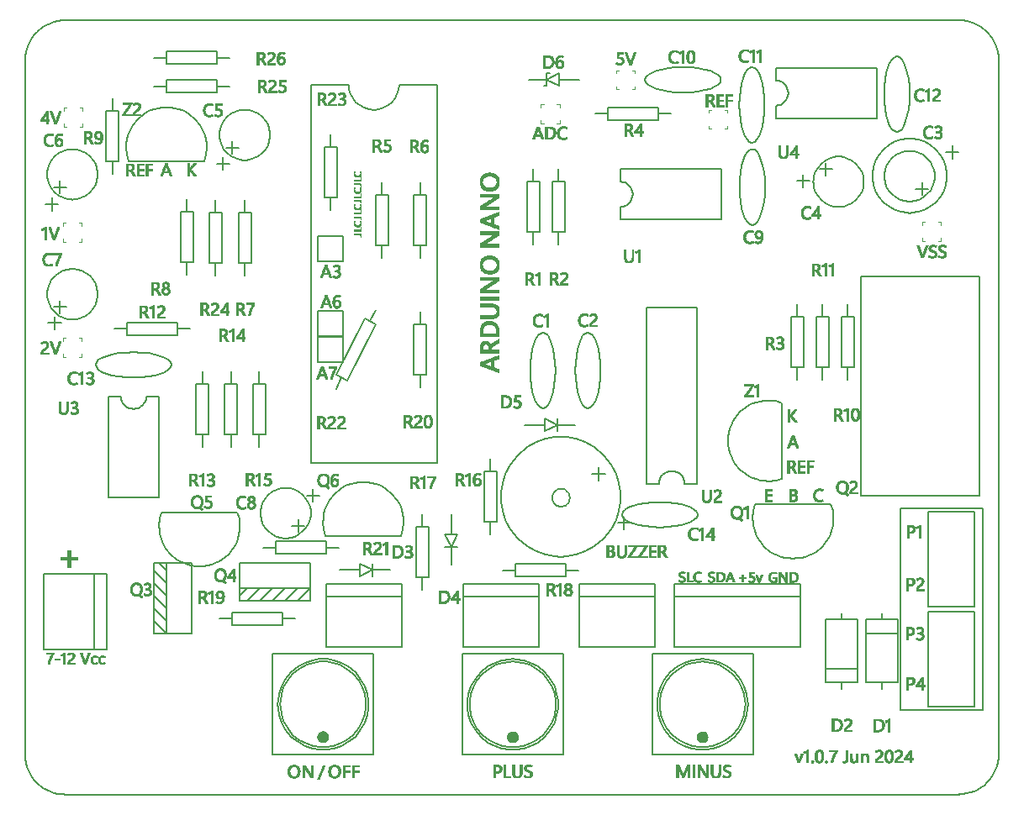
<source format=gbr>
G04 PROTEUS GERBER X2 FILE*
%TF.GenerationSoftware,Labcenter,Proteus,8.15-SP1-Build34318*%
%TF.CreationDate,2024-05-31T17:08:22+00:00*%
%TF.FileFunction,Legend,Top*%
%TF.FilePolarity,Positive*%
%TF.Part,Single*%
%TF.SameCoordinates,{d94dc138-55aa-45cc-9808-558e63c1a8c6}*%
%FSLAX45Y45*%
%MOMM*%
G01*
%TA.AperFunction,Material*%
%ADD73C,0.203200*%
%ADD30C,0.031750*%
%ADD31C,0.127000*%
%ADD32C,0.101600*%
%TA.AperFunction,Profile*%
%ADD26C,0.203200*%
%TA.AperFunction,NonMaterial*%
%ADD33C,0.031750*%
%ADD34C,0.203200*%
%TD.AperFunction*%
D73*
X+3103090Y-496307D02*
X+3154842Y-491227D01*
X+3202785Y-476622D01*
X+3245965Y-453444D01*
X+3283430Y-422647D01*
X+3314228Y-385182D01*
X+3337405Y-342002D01*
X+3352010Y-294060D01*
X+3357090Y-242307D01*
X+3103090Y-496307D02*
X+3050608Y-491227D01*
X+3002324Y-476622D01*
X+2959099Y-453444D01*
X+2921798Y-422647D01*
X+2891283Y-385182D01*
X+2868418Y-342002D01*
X+2854066Y-294060D01*
X+2849090Y-242307D01*
X+3357090Y-242307D02*
X+3738090Y-242307D01*
X+3738090Y-4052307D02*
X+2468090Y-4052307D01*
X+2468090Y-242307D02*
X+2849090Y-242307D01*
X+3738090Y-242307D02*
X+3738090Y-4052307D01*
X+2468090Y-242307D02*
X+2468090Y-4052307D01*
D30*
X+4169171Y-2075287D02*
X+4169171Y-2039727D01*
X+4169171Y-1239627D02*
X+4169171Y-1204067D01*
X+4171711Y-3070967D02*
X+4171711Y-3040487D01*
X+4171711Y-2943967D02*
X+4171711Y-2872847D01*
X+4171711Y-2781407D02*
X+4171711Y-2705207D01*
X+4171711Y-2595987D02*
X+4171711Y-2568047D01*
X+4171711Y-2481687D02*
X+4171711Y-2451207D01*
X+4171711Y-2410567D02*
X+4171711Y-2382627D01*
X+4171711Y-2336907D02*
X+4171711Y-2303887D01*
X+4171711Y-2209907D02*
X+4171711Y-2181967D01*
X+4171711Y-2085447D02*
X+4171711Y-2029567D01*
X+4171711Y-1877167D02*
X+4171711Y-1844147D01*
X+4171711Y-1750167D02*
X+4171711Y-1722227D01*
X+4171711Y-1628247D02*
X+4171711Y-1597767D01*
X+4171711Y-1501247D02*
X+4171711Y-1468227D01*
X+4171711Y-1374247D02*
X+4171711Y-1346307D01*
X+4171711Y-1249787D02*
X+4171711Y-1193907D01*
X+4174251Y-3070967D02*
X+4174251Y-3040487D01*
X+4174251Y-2943967D02*
X+4174251Y-2862687D01*
X+4174251Y-2781407D02*
X+4174251Y-2692507D01*
X+4174251Y-2595987D02*
X+4174251Y-2568047D01*
X+4174251Y-2481687D02*
X+4174251Y-2451207D01*
X+4174251Y-2410567D02*
X+4174251Y-2382627D01*
X+4174251Y-2336907D02*
X+4174251Y-2301347D01*
X+4174251Y-2209907D02*
X+4174251Y-2181967D01*
X+4174251Y-2093067D02*
X+4174251Y-2021947D01*
X+4174251Y-1877167D02*
X+4174251Y-1841607D01*
X+4174251Y-1750167D02*
X+4174251Y-1722227D01*
X+4174251Y-1628247D02*
X+4174251Y-1597767D01*
X+4174251Y-1501247D02*
X+4174251Y-1465687D01*
X+4174251Y-1374247D02*
X+4174251Y-1346307D01*
X+4174251Y-1257407D02*
X+4174251Y-1186287D01*
X+4176791Y-3073507D02*
X+4176791Y-3040487D01*
X+4176791Y-2943967D02*
X+4176791Y-2855067D01*
X+4176791Y-2781407D02*
X+4176791Y-2682347D01*
X+4176791Y-2595987D02*
X+4176791Y-2568047D01*
X+4176791Y-2481687D02*
X+4176791Y-2451207D01*
X+4176791Y-2410567D02*
X+4176791Y-2382627D01*
X+4176791Y-2336907D02*
X+4176791Y-2298807D01*
X+4176791Y-2209907D02*
X+4176791Y-2181967D01*
X+4176791Y-2100687D02*
X+4176791Y-2014327D01*
X+4176791Y-1877167D02*
X+4176791Y-1839067D01*
X+4176791Y-1750167D02*
X+4176791Y-1722227D01*
X+4176791Y-1630787D02*
X+4176791Y-1597767D01*
X+4176791Y-1501247D02*
X+4176791Y-1463147D01*
X+4176791Y-1374247D02*
X+4176791Y-1346307D01*
X+4176791Y-1265027D02*
X+4176791Y-1178667D01*
X+4179331Y-3073507D02*
X+4179331Y-3037947D01*
X+4179331Y-2943967D02*
X+4179331Y-2849987D01*
X+4179331Y-2781407D02*
X+4179331Y-2674727D01*
X+4179331Y-2595987D02*
X+4179331Y-2568047D01*
X+4179331Y-2481687D02*
X+4179331Y-2451207D01*
X+4179331Y-2410567D02*
X+4179331Y-2382627D01*
X+4179331Y-2336907D02*
X+4179331Y-2298807D01*
X+4179331Y-2209907D02*
X+4179331Y-2181967D01*
X+4179331Y-2105767D02*
X+4179331Y-2011787D01*
X+4179331Y-1877167D02*
X+4179331Y-1839067D01*
X+4179331Y-1750167D02*
X+4179331Y-1722227D01*
X+4179331Y-1630787D02*
X+4179331Y-1595227D01*
X+4179331Y-1501247D02*
X+4179331Y-1463147D01*
X+4179331Y-1374247D02*
X+4179331Y-1346307D01*
X+4179331Y-1270107D02*
X+4179331Y-1176127D01*
X+4181871Y-3073507D02*
X+4181871Y-3037947D01*
X+4181871Y-2943967D02*
X+4181871Y-2847447D01*
X+4181871Y-2781407D02*
X+4181871Y-2669647D01*
X+4181871Y-2595987D02*
X+4181871Y-2568047D01*
X+4181871Y-2481687D02*
X+4181871Y-2451207D01*
X+4181871Y-2410567D02*
X+4181871Y-2382627D01*
X+4181871Y-2336907D02*
X+4181871Y-2296267D01*
X+4181871Y-2209907D02*
X+4181871Y-2181967D01*
X+4181871Y-2108307D02*
X+4181871Y-2006707D01*
X+4181871Y-1877167D02*
X+4181871Y-1836527D01*
X+4181871Y-1750167D02*
X+4181871Y-1722227D01*
X+4181871Y-1630787D02*
X+4181871Y-1595227D01*
X+4181871Y-1501247D02*
X+4181871Y-1460607D01*
X+4181871Y-1374247D02*
X+4181871Y-1346307D01*
X+4181871Y-1272647D02*
X+4181871Y-1171047D01*
X+4184411Y-3076047D02*
X+4184411Y-3035407D01*
X+4184411Y-2943967D02*
X+4184411Y-2842367D01*
X+4184411Y-2781407D02*
X+4184411Y-2664567D01*
X+4184411Y-2595987D02*
X+4184411Y-2568047D01*
X+4184411Y-2481687D02*
X+4184411Y-2451207D01*
X+4184411Y-2410567D02*
X+4184411Y-2382627D01*
X+4184411Y-2336907D02*
X+4184411Y-2296267D01*
X+4184411Y-2209907D02*
X+4184411Y-2181967D01*
X+4184411Y-2113387D02*
X+4184411Y-2001627D01*
X+4184411Y-1877167D02*
X+4184411Y-1836527D01*
X+4184411Y-1750167D02*
X+4184411Y-1722227D01*
X+4184411Y-1633327D02*
X+4184411Y-1592687D01*
X+4184411Y-1501247D02*
X+4184411Y-1460607D01*
X+4184411Y-1374247D02*
X+4184411Y-1346307D01*
X+4184411Y-1277727D02*
X+4184411Y-1165967D01*
X+4186951Y-3076047D02*
X+4186951Y-3035407D01*
X+4186951Y-2943967D02*
X+4186951Y-2839827D01*
X+4186951Y-2781407D02*
X+4186951Y-2662027D01*
X+4186951Y-2595987D02*
X+4186951Y-2568047D01*
X+4186951Y-2481687D02*
X+4186951Y-2451207D01*
X+4186951Y-2410567D02*
X+4186951Y-2382627D01*
X+4186951Y-2336907D02*
X+4186951Y-2293727D01*
X+4186951Y-2209907D02*
X+4186951Y-2181967D01*
X+4186951Y-2115927D02*
X+4186951Y-1999087D01*
X+4186951Y-1877167D02*
X+4186951Y-1833987D01*
X+4186951Y-1750167D02*
X+4186951Y-1722227D01*
X+4186951Y-1633327D02*
X+4186951Y-1592687D01*
X+4186951Y-1501247D02*
X+4186951Y-1458067D01*
X+4186951Y-1374247D02*
X+4186951Y-1346307D01*
X+4186951Y-1280267D02*
X+4186951Y-1163427D01*
X+4189491Y-3076047D02*
X+4189491Y-3035407D01*
X+4189491Y-2943967D02*
X+4189491Y-2837287D01*
X+4189491Y-2781407D02*
X+4189491Y-2656947D01*
X+4189491Y-2595987D02*
X+4189491Y-2568047D01*
X+4189491Y-2481687D02*
X+4189491Y-2451207D01*
X+4189491Y-2410567D02*
X+4189491Y-2382627D01*
X+4189491Y-2336907D02*
X+4189491Y-2291187D01*
X+4189491Y-2209907D02*
X+4189491Y-2181967D01*
X+4189491Y-2118467D02*
X+4189491Y-1996547D01*
X+4189491Y-1877167D02*
X+4189491Y-1831447D01*
X+4189491Y-1750167D02*
X+4189491Y-1722227D01*
X+4189491Y-1633327D02*
X+4189491Y-1592687D01*
X+4189491Y-1501247D02*
X+4189491Y-1455527D01*
X+4189491Y-1374247D02*
X+4189491Y-1346307D01*
X+4189491Y-1282807D02*
X+4189491Y-1160887D01*
X+4192031Y-3078587D02*
X+4192031Y-3032867D01*
X+4192031Y-2943967D02*
X+4192031Y-2834747D01*
X+4192031Y-2781407D02*
X+4192031Y-2654407D01*
X+4192031Y-2595987D02*
X+4192031Y-2568047D01*
X+4192031Y-2481687D02*
X+4192031Y-2451207D01*
X+4192031Y-2410567D02*
X+4192031Y-2382627D01*
X+4192031Y-2336907D02*
X+4192031Y-2291187D01*
X+4192031Y-2209907D02*
X+4192031Y-2181967D01*
X+4192031Y-2121007D02*
X+4192031Y-1994007D01*
X+4192031Y-1877167D02*
X+4192031Y-1831447D01*
X+4192031Y-1750167D02*
X+4192031Y-1722227D01*
X+4192031Y-1635867D02*
X+4192031Y-1590147D01*
X+4192031Y-1501247D02*
X+4192031Y-1455527D01*
X+4192031Y-1374247D02*
X+4192031Y-1346307D01*
X+4192031Y-1285347D02*
X+4192031Y-1158347D01*
X+4194571Y-3078587D02*
X+4194571Y-3032867D01*
X+4194571Y-2943967D02*
X+4194571Y-2834747D01*
X+4194571Y-2781407D02*
X+4194571Y-2651867D01*
X+4194571Y-2595987D02*
X+4194571Y-2568047D01*
X+4194571Y-2481687D02*
X+4194571Y-2451207D01*
X+4194571Y-2410567D02*
X+4194571Y-2382627D01*
X+4194571Y-2336907D02*
X+4194571Y-2288647D01*
X+4194571Y-2209907D02*
X+4194571Y-2181967D01*
X+4194571Y-2123547D02*
X+4194571Y-2070207D01*
X+4194571Y-2044807D02*
X+4194571Y-1991467D01*
X+4194571Y-1877167D02*
X+4194571Y-1828907D01*
X+4194571Y-1750167D02*
X+4194571Y-1722227D01*
X+4194571Y-1635867D02*
X+4194571Y-1590147D01*
X+4194571Y-1501247D02*
X+4194571Y-1452987D01*
X+4194571Y-1374247D02*
X+4194571Y-1346307D01*
X+4194571Y-1287887D02*
X+4194571Y-1234547D01*
X+4194571Y-1209147D02*
X+4194571Y-1155807D01*
X+4197111Y-3081127D02*
X+4197111Y-3032867D01*
X+4197111Y-2943967D02*
X+4197111Y-2916027D01*
X+4197111Y-2877927D02*
X+4197111Y-2832207D01*
X+4197111Y-2781407D02*
X+4197111Y-2753467D01*
X+4197111Y-2710287D02*
X+4197111Y-2649327D01*
X+4197111Y-2595987D02*
X+4197111Y-2568047D01*
X+4197111Y-2481687D02*
X+4197111Y-2451207D01*
X+4197111Y-2410567D02*
X+4197111Y-2382627D01*
X+4197111Y-2336907D02*
X+4197111Y-2286107D01*
X+4197111Y-2209907D02*
X+4197111Y-2181967D01*
X+4197111Y-2126087D02*
X+4197111Y-2080367D01*
X+4197111Y-2034647D02*
X+4197111Y-1988927D01*
X+4197111Y-1877167D02*
X+4197111Y-1826367D01*
X+4197111Y-1750167D02*
X+4197111Y-1722227D01*
X+4197111Y-1638407D02*
X+4197111Y-1590147D01*
X+4197111Y-1501247D02*
X+4197111Y-1450447D01*
X+4197111Y-1374247D02*
X+4197111Y-1346307D01*
X+4197111Y-1290427D02*
X+4197111Y-1244707D01*
X+4197111Y-1198987D02*
X+4197111Y-1153267D01*
X+4199651Y-3081127D02*
X+4199651Y-3030327D01*
X+4199651Y-2943967D02*
X+4199651Y-2916027D01*
X+4199651Y-2870307D02*
X+4199651Y-2832207D01*
X+4199651Y-2781407D02*
X+4199651Y-2753467D01*
X+4199651Y-2697587D02*
X+4199651Y-2646787D01*
X+4199651Y-2595987D02*
X+4199651Y-2568047D01*
X+4199651Y-2481687D02*
X+4199651Y-2451207D01*
X+4199651Y-2410567D02*
X+4199651Y-2382627D01*
X+4199651Y-2336907D02*
X+4199651Y-2286107D01*
X+4199651Y-2209907D02*
X+4199651Y-2181967D01*
X+4199651Y-2128627D02*
X+4199651Y-2085447D01*
X+4199651Y-2029567D02*
X+4199651Y-1986387D01*
X+4199651Y-1877167D02*
X+4199651Y-1826367D01*
X+4199651Y-1750167D02*
X+4199651Y-1722227D01*
X+4199651Y-1638407D02*
X+4199651Y-1587607D01*
X+4199651Y-1501247D02*
X+4199651Y-1450447D01*
X+4199651Y-1374247D02*
X+4199651Y-1346307D01*
X+4199651Y-1292967D02*
X+4199651Y-1249787D01*
X+4199651Y-1193907D02*
X+4199651Y-1150727D01*
X+4202191Y-3081127D02*
X+4202191Y-3030327D01*
X+4202191Y-2943967D02*
X+4202191Y-2916027D01*
X+4202191Y-2867767D02*
X+4202191Y-2829667D01*
X+4202191Y-2781407D02*
X+4202191Y-2753467D01*
X+4202191Y-2692507D02*
X+4202191Y-2644247D01*
X+4202191Y-2595987D02*
X+4202191Y-2568047D01*
X+4202191Y-2481687D02*
X+4202191Y-2451207D01*
X+4202191Y-2410567D02*
X+4202191Y-2382627D01*
X+4202191Y-2336907D02*
X+4202191Y-2283567D01*
X+4202191Y-2209907D02*
X+4202191Y-2181967D01*
X+4202191Y-2131167D02*
X+4202191Y-2090527D01*
X+4202191Y-2024487D02*
X+4202191Y-1986387D01*
X+4202191Y-1877167D02*
X+4202191Y-1823827D01*
X+4202191Y-1750167D02*
X+4202191Y-1722227D01*
X+4202191Y-1638407D02*
X+4202191Y-1587607D01*
X+4202191Y-1501247D02*
X+4202191Y-1447907D01*
X+4202191Y-1374247D02*
X+4202191Y-1346307D01*
X+4202191Y-1295507D02*
X+4202191Y-1254867D01*
X+4202191Y-1188827D02*
X+4202191Y-1150727D01*
X+4204731Y-3083667D02*
X+4204731Y-3027787D01*
X+4204731Y-2943967D02*
X+4204731Y-2916027D01*
X+4204731Y-2865227D02*
X+4204731Y-2829667D01*
X+4204731Y-2781407D02*
X+4204731Y-2753467D01*
X+4204731Y-2684887D02*
X+4204731Y-2641707D01*
X+4204731Y-2595987D02*
X+4204731Y-2568047D01*
X+4204731Y-2481687D02*
X+4204731Y-2451207D01*
X+4204731Y-2410567D02*
X+4204731Y-2382627D01*
X+4204731Y-2336907D02*
X+4204731Y-2281027D01*
X+4204731Y-2209907D02*
X+4204731Y-2181967D01*
X+4204731Y-2131167D02*
X+4204731Y-2093067D01*
X+4204731Y-2021947D02*
X+4204731Y-1983847D01*
X+4204731Y-1877167D02*
X+4204731Y-1821287D01*
X+4204731Y-1750167D02*
X+4204731Y-1722227D01*
X+4204731Y-1640947D02*
X+4204731Y-1585067D01*
X+4204731Y-1501247D02*
X+4204731Y-1445367D01*
X+4204731Y-1374247D02*
X+4204731Y-1346307D01*
X+4204731Y-1295507D02*
X+4204731Y-1257407D01*
X+4204731Y-1186287D02*
X+4204731Y-1148187D01*
X+4207271Y-3083667D02*
X+4207271Y-3027787D01*
X+4207271Y-2943967D02*
X+4207271Y-2916027D01*
X+4207271Y-2862687D02*
X+4207271Y-2827127D01*
X+4207271Y-2781407D02*
X+4207271Y-2753467D01*
X+4207271Y-2682347D02*
X+4207271Y-2641707D01*
X+4207271Y-2595987D02*
X+4207271Y-2568047D01*
X+4207271Y-2481687D02*
X+4207271Y-2451207D01*
X+4207271Y-2410567D02*
X+4207271Y-2382627D01*
X+4207271Y-2336907D02*
X+4207271Y-2281027D01*
X+4207271Y-2209907D02*
X+4207271Y-2181967D01*
X+4207271Y-2133707D02*
X+4207271Y-2095607D01*
X+4207271Y-2019407D02*
X+4207271Y-1981307D01*
X+4207271Y-1877167D02*
X+4207271Y-1821287D01*
X+4207271Y-1750167D02*
X+4207271Y-1722227D01*
X+4207271Y-1640947D02*
X+4207271Y-1585067D01*
X+4207271Y-1501247D02*
X+4207271Y-1445367D01*
X+4207271Y-1374247D02*
X+4207271Y-1346307D01*
X+4207271Y-1298047D02*
X+4207271Y-1259947D01*
X+4207271Y-1183747D02*
X+4207271Y-1145647D01*
X+4209811Y-3083667D02*
X+4209811Y-3027787D01*
X+4209811Y-2943967D02*
X+4209811Y-2916027D01*
X+4209811Y-2860147D02*
X+4209811Y-2827127D01*
X+4209811Y-2781407D02*
X+4209811Y-2753467D01*
X+4209811Y-2677267D02*
X+4209811Y-2639167D01*
X+4209811Y-2595987D02*
X+4209811Y-2568047D01*
X+4209811Y-2481687D02*
X+4209811Y-2451207D01*
X+4209811Y-2410567D02*
X+4209811Y-2382627D01*
X+4209811Y-2336907D02*
X+4209811Y-2278487D01*
X+4209811Y-2209907D02*
X+4209811Y-2181967D01*
X+4209811Y-2136247D02*
X+4209811Y-2098147D01*
X+4209811Y-2016867D02*
X+4209811Y-1981307D01*
X+4209811Y-1877167D02*
X+4209811Y-1818747D01*
X+4209811Y-1750167D02*
X+4209811Y-1722227D01*
X+4209811Y-1640947D02*
X+4209811Y-1585067D01*
X+4209811Y-1501247D02*
X+4209811Y-1442827D01*
X+4209811Y-1374247D02*
X+4209811Y-1346307D01*
X+4209811Y-1300587D02*
X+4209811Y-1262487D01*
X+4209811Y-1181207D02*
X+4209811Y-1145647D01*
X+4212351Y-3086207D02*
X+4212351Y-3058267D01*
X+4212351Y-3055727D02*
X+4212351Y-3025247D01*
X+4212351Y-2943967D02*
X+4212351Y-2916027D01*
X+4212351Y-2860147D02*
X+4212351Y-2827127D01*
X+4212351Y-2781407D02*
X+4212351Y-2753467D01*
X+4212351Y-2674727D02*
X+4212351Y-2636627D01*
X+4212351Y-2595987D02*
X+4212351Y-2568047D01*
X+4212351Y-2481687D02*
X+4212351Y-2451207D01*
X+4212351Y-2410567D02*
X+4212351Y-2382627D01*
X+4212351Y-2336907D02*
X+4212351Y-2278487D01*
X+4212351Y-2209907D02*
X+4212351Y-2181967D01*
X+4212351Y-2136247D02*
X+4212351Y-2100687D01*
X+4212351Y-2014327D02*
X+4212351Y-1978767D01*
X+4212351Y-1877167D02*
X+4212351Y-1818747D01*
X+4212351Y-1750167D02*
X+4212351Y-1722227D01*
X+4212351Y-1643487D02*
X+4212351Y-1615547D01*
X+4212351Y-1613007D02*
X+4212351Y-1582527D01*
X+4212351Y-1501247D02*
X+4212351Y-1442827D01*
X+4212351Y-1374247D02*
X+4212351Y-1346307D01*
X+4212351Y-1300587D02*
X+4212351Y-1265027D01*
X+4212351Y-1178667D02*
X+4212351Y-1143107D01*
X+4214891Y-3086207D02*
X+4214891Y-3058267D01*
X+4214891Y-3053187D02*
X+4214891Y-3025247D01*
X+4214891Y-2943967D02*
X+4214891Y-2916027D01*
X+4214891Y-2857607D02*
X+4214891Y-2827127D01*
X+4214891Y-2781407D02*
X+4214891Y-2753467D01*
X+4214891Y-2672187D02*
X+4214891Y-2636627D01*
X+4214891Y-2595987D02*
X+4214891Y-2568047D01*
X+4214891Y-2481687D02*
X+4214891Y-2451207D01*
X+4214891Y-2410567D02*
X+4214891Y-2382627D01*
X+4214891Y-2336907D02*
X+4214891Y-2275947D01*
X+4214891Y-2209907D02*
X+4214891Y-2181967D01*
X+4214891Y-2138787D02*
X+4214891Y-2103227D01*
X+4214891Y-2011787D02*
X+4214891Y-1978767D01*
X+4214891Y-1877167D02*
X+4214891Y-1816207D01*
X+4214891Y-1750167D02*
X+4214891Y-1722227D01*
X+4214891Y-1643487D02*
X+4214891Y-1615547D01*
X+4214891Y-1610467D02*
X+4214891Y-1582527D01*
X+4214891Y-1501247D02*
X+4214891Y-1440287D01*
X+4214891Y-1374247D02*
X+4214891Y-1346307D01*
X+4214891Y-1303127D02*
X+4214891Y-1267567D01*
X+4214891Y-1176127D02*
X+4214891Y-1143107D01*
X+4217431Y-3088747D02*
X+4217431Y-3058267D01*
X+4217431Y-3053187D02*
X+4217431Y-3025247D01*
X+4217431Y-2943967D02*
X+4217431Y-2916027D01*
X+4217431Y-2857607D02*
X+4217431Y-2827127D01*
X+4217431Y-2781407D02*
X+4217431Y-2753467D01*
X+4217431Y-2669647D02*
X+4217431Y-2634087D01*
X+4217431Y-2595987D02*
X+4217431Y-2568047D01*
X+4217431Y-2481687D02*
X+4217431Y-2451207D01*
X+4217431Y-2410567D02*
X+4217431Y-2382627D01*
X+4217431Y-2336907D02*
X+4217431Y-2308967D01*
X+4217431Y-2306427D02*
X+4217431Y-2273407D01*
X+4217431Y-2209907D02*
X+4217431Y-2181967D01*
X+4217431Y-2138787D02*
X+4217431Y-2105767D01*
X+4217431Y-2009247D02*
X+4217431Y-1976227D01*
X+4217431Y-1877167D02*
X+4217431Y-1849227D01*
X+4217431Y-1846687D02*
X+4217431Y-1813667D01*
X+4217431Y-1750167D02*
X+4217431Y-1722227D01*
X+4217431Y-1646027D02*
X+4217431Y-1615547D01*
X+4217431Y-1610467D02*
X+4217431Y-1582527D01*
X+4217431Y-1501247D02*
X+4217431Y-1473307D01*
X+4217431Y-1470767D02*
X+4217431Y-1437747D01*
X+4217431Y-1374247D02*
X+4217431Y-1346307D01*
X+4217431Y-1303127D02*
X+4217431Y-1270107D01*
X+4217431Y-1173587D02*
X+4217431Y-1140567D01*
X+4219971Y-3088747D02*
X+4219971Y-3060807D01*
X+4219971Y-3053187D02*
X+4219971Y-3022707D01*
X+4219971Y-2943967D02*
X+4219971Y-2916027D01*
X+4219971Y-2857607D02*
X+4219971Y-2827127D01*
X+4219971Y-2781407D02*
X+4219971Y-2753467D01*
X+4219971Y-2667107D02*
X+4219971Y-2634087D01*
X+4219971Y-2595987D02*
X+4219971Y-2568047D01*
X+4219971Y-2481687D02*
X+4219971Y-2451207D01*
X+4219971Y-2410567D02*
X+4219971Y-2382627D01*
X+4219971Y-2336907D02*
X+4219971Y-2308967D01*
X+4219971Y-2306427D02*
X+4219971Y-2273407D01*
X+4219971Y-2209907D02*
X+4219971Y-2181967D01*
X+4219971Y-2141327D02*
X+4219971Y-2108307D01*
X+4219971Y-2009247D02*
X+4219971Y-1976227D01*
X+4219971Y-1877167D02*
X+4219971Y-1849227D01*
X+4219971Y-1846687D02*
X+4219971Y-1813667D01*
X+4219971Y-1750167D02*
X+4219971Y-1722227D01*
X+4219971Y-1646027D02*
X+4219971Y-1618087D01*
X+4219971Y-1610467D02*
X+4219971Y-1579987D01*
X+4219971Y-1501247D02*
X+4219971Y-1473307D01*
X+4219971Y-1470767D02*
X+4219971Y-1437747D01*
X+4219971Y-1374247D02*
X+4219971Y-1346307D01*
X+4219971Y-1305667D02*
X+4219971Y-1272647D01*
X+4219971Y-1173587D02*
X+4219971Y-1140567D01*
X+4222511Y-3088747D02*
X+4222511Y-3060807D01*
X+4222511Y-3050647D02*
X+4222511Y-3022707D01*
X+4222511Y-2943967D02*
X+4222511Y-2916027D01*
X+4222511Y-2857607D02*
X+4222511Y-2827127D01*
X+4222511Y-2781407D02*
X+4222511Y-2753467D01*
X+4222511Y-2667107D02*
X+4222511Y-2631547D01*
X+4222511Y-2595987D02*
X+4222511Y-2568047D01*
X+4222511Y-2481687D02*
X+4222511Y-2451207D01*
X+4222511Y-2410567D02*
X+4222511Y-2382627D01*
X+4222511Y-2336907D02*
X+4222511Y-2308967D01*
X+4222511Y-2303887D02*
X+4222511Y-2270867D01*
X+4222511Y-2209907D02*
X+4222511Y-2181967D01*
X+4222511Y-2141327D02*
X+4222511Y-2108307D01*
X+4222511Y-2006707D02*
X+4222511Y-1973687D01*
X+4222511Y-1877167D02*
X+4222511Y-1849227D01*
X+4222511Y-1844147D02*
X+4222511Y-1811127D01*
X+4222511Y-1750167D02*
X+4222511Y-1722227D01*
X+4222511Y-1646027D02*
X+4222511Y-1618087D01*
X+4222511Y-1607927D02*
X+4222511Y-1579987D01*
X+4222511Y-1501247D02*
X+4222511Y-1473307D01*
X+4222511Y-1468227D02*
X+4222511Y-1435207D01*
X+4222511Y-1374247D02*
X+4222511Y-1346307D01*
X+4222511Y-1305667D02*
X+4222511Y-1272647D01*
X+4222511Y-1171047D02*
X+4222511Y-1138027D01*
X+4225051Y-3091287D02*
X+4225051Y-3063347D01*
X+4225051Y-3050647D02*
X+4225051Y-3020167D01*
X+4225051Y-2943967D02*
X+4225051Y-2916027D01*
X+4225051Y-2857607D02*
X+4225051Y-2827127D01*
X+4225051Y-2781407D02*
X+4225051Y-2753467D01*
X+4225051Y-2664567D02*
X+4225051Y-2631547D01*
X+4225051Y-2595987D02*
X+4225051Y-2568047D01*
X+4225051Y-2481687D02*
X+4225051Y-2451207D01*
X+4225051Y-2410567D02*
X+4225051Y-2382627D01*
X+4225051Y-2336907D02*
X+4225051Y-2308967D01*
X+4225051Y-2301347D02*
X+4225051Y-2268327D01*
X+4225051Y-2209907D02*
X+4225051Y-2181967D01*
X+4225051Y-2143867D02*
X+4225051Y-2110847D01*
X+4225051Y-2004167D02*
X+4225051Y-1973687D01*
X+4225051Y-1877167D02*
X+4225051Y-1849227D01*
X+4225051Y-1841607D02*
X+4225051Y-1808587D01*
X+4225051Y-1750167D02*
X+4225051Y-1722227D01*
X+4225051Y-1648567D02*
X+4225051Y-1620627D01*
X+4225051Y-1607927D02*
X+4225051Y-1577447D01*
X+4225051Y-1501247D02*
X+4225051Y-1473307D01*
X+4225051Y-1465687D02*
X+4225051Y-1432667D01*
X+4225051Y-1374247D02*
X+4225051Y-1346307D01*
X+4225051Y-1308207D02*
X+4225051Y-1275187D01*
X+4225051Y-1168507D02*
X+4225051Y-1138027D01*
X+4227591Y-3091287D02*
X+4227591Y-3063347D01*
X+4227591Y-3050647D02*
X+4227591Y-3020167D01*
X+4227591Y-2943967D02*
X+4227591Y-2916027D01*
X+4227591Y-2857607D02*
X+4227591Y-2827127D01*
X+4227591Y-2781407D02*
X+4227591Y-2753467D01*
X+4227591Y-2664567D02*
X+4227591Y-2631547D01*
X+4227591Y-2595987D02*
X+4227591Y-2568047D01*
X+4227591Y-2481687D02*
X+4227591Y-2451207D01*
X+4227591Y-2410567D02*
X+4227591Y-2382627D01*
X+4227591Y-2336907D02*
X+4227591Y-2308967D01*
X+4227591Y-2301347D02*
X+4227591Y-2268327D01*
X+4227591Y-2209907D02*
X+4227591Y-2181967D01*
X+4227591Y-2143867D02*
X+4227591Y-2110847D01*
X+4227591Y-2004167D02*
X+4227591Y-1971147D01*
X+4227591Y-1877167D02*
X+4227591Y-1849227D01*
X+4227591Y-1841607D02*
X+4227591Y-1808587D01*
X+4227591Y-1750167D02*
X+4227591Y-1722227D01*
X+4227591Y-1648567D02*
X+4227591Y-1620627D01*
X+4227591Y-1607927D02*
X+4227591Y-1577447D01*
X+4227591Y-1501247D02*
X+4227591Y-1473307D01*
X+4227591Y-1465687D02*
X+4227591Y-1432667D01*
X+4227591Y-1374247D02*
X+4227591Y-1346307D01*
X+4227591Y-1308207D02*
X+4227591Y-1275187D01*
X+4227591Y-1168507D02*
X+4227591Y-1135487D01*
X+4230131Y-3091287D02*
X+4230131Y-3063347D01*
X+4230131Y-3048107D02*
X+4230131Y-3020167D01*
X+4230131Y-2943967D02*
X+4230131Y-2916027D01*
X+4230131Y-2857607D02*
X+4230131Y-2827127D01*
X+4230131Y-2781407D02*
X+4230131Y-2753467D01*
X+4230131Y-2662027D02*
X+4230131Y-2629007D01*
X+4230131Y-2595987D02*
X+4230131Y-2568047D01*
X+4230131Y-2481687D02*
X+4230131Y-2451207D01*
X+4230131Y-2410567D02*
X+4230131Y-2382627D01*
X+4230131Y-2336907D02*
X+4230131Y-2308967D01*
X+4230131Y-2298807D02*
X+4230131Y-2265787D01*
X+4230131Y-2209907D02*
X+4230131Y-2181967D01*
X+4230131Y-2143867D02*
X+4230131Y-2113387D01*
X+4230131Y-2004167D02*
X+4230131Y-1971147D01*
X+4230131Y-1877167D02*
X+4230131Y-1849227D01*
X+4230131Y-1839067D02*
X+4230131Y-1806047D01*
X+4230131Y-1750167D02*
X+4230131Y-1722227D01*
X+4230131Y-1648567D02*
X+4230131Y-1620627D01*
X+4230131Y-1605387D02*
X+4230131Y-1577447D01*
X+4230131Y-1501247D02*
X+4230131Y-1473307D01*
X+4230131Y-1463147D02*
X+4230131Y-1430127D01*
X+4230131Y-1374247D02*
X+4230131Y-1346307D01*
X+4230131Y-1308207D02*
X+4230131Y-1277727D01*
X+4230131Y-1168507D02*
X+4230131Y-1135487D01*
X+4232671Y-3093827D02*
X+4232671Y-3065887D01*
X+4232671Y-3048107D02*
X+4232671Y-3017627D01*
X+4232671Y-2943967D02*
X+4232671Y-2916027D01*
X+4232671Y-2857607D02*
X+4232671Y-2827127D01*
X+4232671Y-2781407D02*
X+4232671Y-2753467D01*
X+4232671Y-2662027D02*
X+4232671Y-2629007D01*
X+4232671Y-2595987D02*
X+4232671Y-2568047D01*
X+4232671Y-2481687D02*
X+4232671Y-2451207D01*
X+4232671Y-2410567D02*
X+4232671Y-2382627D01*
X+4232671Y-2336907D02*
X+4232671Y-2308967D01*
X+4232671Y-2296267D02*
X+4232671Y-2263247D01*
X+4232671Y-2209907D02*
X+4232671Y-2181967D01*
X+4232671Y-2143867D02*
X+4232671Y-2113387D01*
X+4232671Y-2001627D02*
X+4232671Y-1971147D01*
X+4232671Y-1877167D02*
X+4232671Y-1849227D01*
X+4232671Y-1836527D02*
X+4232671Y-1803507D01*
X+4232671Y-1750167D02*
X+4232671Y-1722227D01*
X+4232671Y-1651107D02*
X+4232671Y-1623167D01*
X+4232671Y-1605387D02*
X+4232671Y-1574907D01*
X+4232671Y-1501247D02*
X+4232671Y-1473307D01*
X+4232671Y-1460607D02*
X+4232671Y-1427587D01*
X+4232671Y-1374247D02*
X+4232671Y-1346307D01*
X+4232671Y-1308207D02*
X+4232671Y-1277727D01*
X+4232671Y-1165967D02*
X+4232671Y-1135487D01*
X+4235211Y-3093827D02*
X+4235211Y-3065887D01*
X+4235211Y-3045567D02*
X+4235211Y-3017627D01*
X+4235211Y-2943967D02*
X+4235211Y-2916027D01*
X+4235211Y-2857607D02*
X+4235211Y-2827127D01*
X+4235211Y-2781407D02*
X+4235211Y-2753467D01*
X+4235211Y-2659487D02*
X+4235211Y-2629007D01*
X+4235211Y-2595987D02*
X+4235211Y-2568047D01*
X+4235211Y-2481687D02*
X+4235211Y-2451207D01*
X+4235211Y-2410567D02*
X+4235211Y-2382627D01*
X+4235211Y-2336907D02*
X+4235211Y-2308967D01*
X+4235211Y-2296267D02*
X+4235211Y-2263247D01*
X+4235211Y-2209907D02*
X+4235211Y-2181967D01*
X+4235211Y-2146407D02*
X+4235211Y-2113387D01*
X+4235211Y-2001627D02*
X+4235211Y-1971147D01*
X+4235211Y-1877167D02*
X+4235211Y-1849227D01*
X+4235211Y-1836527D02*
X+4235211Y-1803507D01*
X+4235211Y-1750167D02*
X+4235211Y-1722227D01*
X+4235211Y-1651107D02*
X+4235211Y-1623167D01*
X+4235211Y-1602847D02*
X+4235211Y-1574907D01*
X+4235211Y-1501247D02*
X+4235211Y-1473307D01*
X+4235211Y-1460607D02*
X+4235211Y-1427587D01*
X+4235211Y-1374247D02*
X+4235211Y-1346307D01*
X+4235211Y-1310747D02*
X+4235211Y-1277727D01*
X+4235211Y-1165967D02*
X+4235211Y-1135487D01*
X+4237751Y-3096367D02*
X+4237751Y-3065887D01*
X+4237751Y-3045567D02*
X+4237751Y-3015087D01*
X+4237751Y-2943967D02*
X+4237751Y-2916027D01*
X+4237751Y-2857607D02*
X+4237751Y-2827127D01*
X+4237751Y-2781407D02*
X+4237751Y-2753467D01*
X+4237751Y-2659487D02*
X+4237751Y-2629007D01*
X+4237751Y-2595987D02*
X+4237751Y-2568047D01*
X+4237751Y-2481687D02*
X+4237751Y-2451207D01*
X+4237751Y-2410567D02*
X+4237751Y-2382627D01*
X+4237751Y-2336907D02*
X+4237751Y-2308967D01*
X+4237751Y-2293727D02*
X+4237751Y-2260707D01*
X+4237751Y-2209907D02*
X+4237751Y-2181967D01*
X+4237751Y-2146407D02*
X+4237751Y-2115927D01*
X+4237751Y-2001627D02*
X+4237751Y-1968607D01*
X+4237751Y-1877167D02*
X+4237751Y-1849227D01*
X+4237751Y-1833987D02*
X+4237751Y-1800967D01*
X+4237751Y-1750167D02*
X+4237751Y-1722227D01*
X+4237751Y-1653647D02*
X+4237751Y-1623167D01*
X+4237751Y-1602847D02*
X+4237751Y-1572367D01*
X+4237751Y-1501247D02*
X+4237751Y-1473307D01*
X+4237751Y-1458067D02*
X+4237751Y-1425047D01*
X+4237751Y-1374247D02*
X+4237751Y-1346307D01*
X+4237751Y-1310747D02*
X+4237751Y-1280267D01*
X+4237751Y-1165967D02*
X+4237751Y-1132947D01*
X+4240291Y-3096367D02*
X+4240291Y-3068427D01*
X+4240291Y-3045567D02*
X+4240291Y-3015087D01*
X+4240291Y-2943967D02*
X+4240291Y-2916027D01*
X+4240291Y-2860147D02*
X+4240291Y-2827127D01*
X+4240291Y-2781407D02*
X+4240291Y-2753467D01*
X+4240291Y-2659487D02*
X+4240291Y-2629007D01*
X+4240291Y-2595987D02*
X+4240291Y-2568047D01*
X+4240291Y-2481687D02*
X+4240291Y-2451207D01*
X+4240291Y-2410567D02*
X+4240291Y-2382627D01*
X+4240291Y-2336907D02*
X+4240291Y-2308967D01*
X+4240291Y-2291187D02*
X+4240291Y-2260707D01*
X+4240291Y-2209907D02*
X+4240291Y-2181967D01*
X+4240291Y-2146407D02*
X+4240291Y-2115927D01*
X+4240291Y-1999087D02*
X+4240291Y-1968607D01*
X+4240291Y-1877167D02*
X+4240291Y-1849227D01*
X+4240291Y-1831447D02*
X+4240291Y-1800967D01*
X+4240291Y-1750167D02*
X+4240291Y-1722227D01*
X+4240291Y-1653647D02*
X+4240291Y-1625707D01*
X+4240291Y-1602847D02*
X+4240291Y-1572367D01*
X+4240291Y-1501247D02*
X+4240291Y-1473307D01*
X+4240291Y-1455527D02*
X+4240291Y-1425047D01*
X+4240291Y-1374247D02*
X+4240291Y-1346307D01*
X+4240291Y-1310747D02*
X+4240291Y-1280267D01*
X+4240291Y-1163427D02*
X+4240291Y-1132947D01*
X+4242831Y-3096367D02*
X+4242831Y-3068427D01*
X+4242831Y-3043027D02*
X+4242831Y-3015087D01*
X+4242831Y-2943967D02*
X+4242831Y-2916027D01*
X+4242831Y-2860147D02*
X+4242831Y-2829667D01*
X+4242831Y-2781407D02*
X+4242831Y-2753467D01*
X+4242831Y-2659487D02*
X+4242831Y-2626467D01*
X+4242831Y-2595987D02*
X+4242831Y-2568047D01*
X+4242831Y-2481687D02*
X+4242831Y-2451207D01*
X+4242831Y-2410567D02*
X+4242831Y-2382627D01*
X+4242831Y-2336907D02*
X+4242831Y-2308967D01*
X+4242831Y-2291187D02*
X+4242831Y-2258167D01*
X+4242831Y-2209907D02*
X+4242831Y-2181967D01*
X+4242831Y-2146407D02*
X+4242831Y-2115927D01*
X+4242831Y-1999087D02*
X+4242831Y-1968607D01*
X+4242831Y-1877167D02*
X+4242831Y-1849227D01*
X+4242831Y-1831447D02*
X+4242831Y-1798427D01*
X+4242831Y-1750167D02*
X+4242831Y-1722227D01*
X+4242831Y-1653647D02*
X+4242831Y-1625707D01*
X+4242831Y-1600307D02*
X+4242831Y-1572367D01*
X+4242831Y-1501247D02*
X+4242831Y-1473307D01*
X+4242831Y-1455527D02*
X+4242831Y-1422507D01*
X+4242831Y-1374247D02*
X+4242831Y-1346307D01*
X+4242831Y-1310747D02*
X+4242831Y-1280267D01*
X+4242831Y-1163427D02*
X+4242831Y-1132947D01*
X+4245371Y-3098907D02*
X+4245371Y-3070967D01*
X+4245371Y-3043027D02*
X+4245371Y-3012547D01*
X+4245371Y-2943967D02*
X+4245371Y-2916027D01*
X+4245371Y-2862687D02*
X+4245371Y-2829667D01*
X+4245371Y-2781407D02*
X+4245371Y-2753467D01*
X+4245371Y-2656947D02*
X+4245371Y-2626467D01*
X+4245371Y-2595987D02*
X+4245371Y-2568047D01*
X+4245371Y-2481687D02*
X+4245371Y-2451207D01*
X+4245371Y-2410567D02*
X+4245371Y-2382627D01*
X+4245371Y-2336907D02*
X+4245371Y-2308967D01*
X+4245371Y-2288647D02*
X+4245371Y-2255627D01*
X+4245371Y-2209907D02*
X+4245371Y-2181967D01*
X+4245371Y-2148947D02*
X+4245371Y-2118467D01*
X+4245371Y-1999087D02*
X+4245371Y-1968607D01*
X+4245371Y-1877167D02*
X+4245371Y-1849227D01*
X+4245371Y-1828907D02*
X+4245371Y-1795887D01*
X+4245371Y-1750167D02*
X+4245371Y-1722227D01*
X+4245371Y-1656187D02*
X+4245371Y-1628247D01*
X+4245371Y-1600307D02*
X+4245371Y-1569827D01*
X+4245371Y-1501247D02*
X+4245371Y-1473307D01*
X+4245371Y-1452987D02*
X+4245371Y-1419967D01*
X+4245371Y-1374247D02*
X+4245371Y-1346307D01*
X+4245371Y-1313287D02*
X+4245371Y-1282807D01*
X+4245371Y-1163427D02*
X+4245371Y-1132947D01*
X+4247911Y-3098907D02*
X+4247911Y-3070967D01*
X+4247911Y-3040487D02*
X+4247911Y-3012547D01*
X+4247911Y-2943967D02*
X+4247911Y-2916027D01*
X+4247911Y-2865227D02*
X+4247911Y-2832207D01*
X+4247911Y-2781407D02*
X+4247911Y-2753467D01*
X+4247911Y-2656947D02*
X+4247911Y-2626467D01*
X+4247911Y-2595987D02*
X+4247911Y-2568047D01*
X+4247911Y-2481687D02*
X+4247911Y-2451207D01*
X+4247911Y-2410567D02*
X+4247911Y-2382627D01*
X+4247911Y-2336907D02*
X+4247911Y-2308967D01*
X+4247911Y-2286107D02*
X+4247911Y-2255627D01*
X+4247911Y-2209907D02*
X+4247911Y-2181967D01*
X+4247911Y-2148947D02*
X+4247911Y-2118467D01*
X+4247911Y-1999087D02*
X+4247911Y-1968607D01*
X+4247911Y-1877167D02*
X+4247911Y-1849227D01*
X+4247911Y-1826367D02*
X+4247911Y-1795887D01*
X+4247911Y-1750167D02*
X+4247911Y-1722227D01*
X+4247911Y-1656187D02*
X+4247911Y-1628247D01*
X+4247911Y-1597767D02*
X+4247911Y-1569827D01*
X+4247911Y-1501247D02*
X+4247911Y-1473307D01*
X+4247911Y-1450447D02*
X+4247911Y-1419967D01*
X+4247911Y-1374247D02*
X+4247911Y-1346307D01*
X+4247911Y-1313287D02*
X+4247911Y-1282807D01*
X+4247911Y-1163427D02*
X+4247911Y-1132947D01*
X+4250451Y-3098907D02*
X+4250451Y-3070967D01*
X+4250451Y-3040487D02*
X+4250451Y-3012547D01*
X+4250451Y-2943967D02*
X+4250451Y-2916027D01*
X+4250451Y-2867767D02*
X+4250451Y-2832207D01*
X+4250451Y-2781407D02*
X+4250451Y-2753467D01*
X+4250451Y-2656947D02*
X+4250451Y-2626467D01*
X+4250451Y-2595987D02*
X+4250451Y-2568047D01*
X+4250451Y-2481687D02*
X+4250451Y-2451207D01*
X+4250451Y-2410567D02*
X+4250451Y-2382627D01*
X+4250451Y-2336907D02*
X+4250451Y-2308967D01*
X+4250451Y-2286107D02*
X+4250451Y-2253087D01*
X+4250451Y-2209907D02*
X+4250451Y-2181967D01*
X+4250451Y-2148947D02*
X+4250451Y-2118467D01*
X+4250451Y-1999087D02*
X+4250451Y-1968607D01*
X+4250451Y-1877167D02*
X+4250451Y-1849227D01*
X+4250451Y-1826367D02*
X+4250451Y-1793347D01*
X+4250451Y-1750167D02*
X+4250451Y-1722227D01*
X+4250451Y-1656187D02*
X+4250451Y-1628247D01*
X+4250451Y-1597767D02*
X+4250451Y-1569827D01*
X+4250451Y-1501247D02*
X+4250451Y-1473307D01*
X+4250451Y-1450447D02*
X+4250451Y-1417427D01*
X+4250451Y-1374247D02*
X+4250451Y-1346307D01*
X+4250451Y-1313287D02*
X+4250451Y-1282807D01*
X+4250451Y-1163427D02*
X+4250451Y-1132947D01*
X+4252991Y-3101447D02*
X+4252991Y-3073507D01*
X+4252991Y-3040487D02*
X+4252991Y-3010007D01*
X+4252991Y-2943967D02*
X+4252991Y-2916027D01*
X+4252991Y-2870307D02*
X+4252991Y-2834747D01*
X+4252991Y-2781407D02*
X+4252991Y-2753467D01*
X+4252991Y-2656947D02*
X+4252991Y-2626467D01*
X+4252991Y-2595987D02*
X+4252991Y-2568047D01*
X+4252991Y-2481687D02*
X+4252991Y-2451207D01*
X+4252991Y-2410567D02*
X+4252991Y-2382627D01*
X+4252991Y-2336907D02*
X+4252991Y-2308967D01*
X+4252991Y-2283567D02*
X+4252991Y-2250547D01*
X+4252991Y-2209907D02*
X+4252991Y-2181967D01*
X+4252991Y-2148947D02*
X+4252991Y-2118467D01*
X+4252991Y-1999087D02*
X+4252991Y-1968607D01*
X+4252991Y-1877167D02*
X+4252991Y-1849227D01*
X+4252991Y-1823827D02*
X+4252991Y-1790807D01*
X+4252991Y-1750167D02*
X+4252991Y-1722227D01*
X+4252991Y-1658727D02*
X+4252991Y-1630787D01*
X+4252991Y-1597767D02*
X+4252991Y-1567287D01*
X+4252991Y-1501247D02*
X+4252991Y-1473307D01*
X+4252991Y-1447907D02*
X+4252991Y-1414887D01*
X+4252991Y-1374247D02*
X+4252991Y-1346307D01*
X+4252991Y-1313287D02*
X+4252991Y-1282807D01*
X+4252991Y-1163427D02*
X+4252991Y-1132947D01*
X+4255531Y-3101447D02*
X+4255531Y-3073507D01*
X+4255531Y-3037947D02*
X+4255531Y-3010007D01*
X+4255531Y-2943967D02*
X+4255531Y-2916027D01*
X+4255531Y-2875387D02*
X+4255531Y-2834747D01*
X+4255531Y-2781407D02*
X+4255531Y-2753467D01*
X+4255531Y-2656947D02*
X+4255531Y-2626467D01*
X+4255531Y-2595987D02*
X+4255531Y-2568047D01*
X+4255531Y-2481687D02*
X+4255531Y-2451207D01*
X+4255531Y-2410567D02*
X+4255531Y-2382627D01*
X+4255531Y-2336907D02*
X+4255531Y-2308967D01*
X+4255531Y-2281027D02*
X+4255531Y-2250547D01*
X+4255531Y-2209907D02*
X+4255531Y-2181967D01*
X+4255531Y-2148947D02*
X+4255531Y-2118467D01*
X+4255531Y-1996547D02*
X+4255531Y-1966067D01*
X+4255531Y-1877167D02*
X+4255531Y-1849227D01*
X+4255531Y-1821287D02*
X+4255531Y-1790807D01*
X+4255531Y-1750167D02*
X+4255531Y-1722227D01*
X+4255531Y-1658727D02*
X+4255531Y-1630787D01*
X+4255531Y-1595227D02*
X+4255531Y-1567287D01*
X+4255531Y-1501247D02*
X+4255531Y-1473307D01*
X+4255531Y-1445367D02*
X+4255531Y-1414887D01*
X+4255531Y-1374247D02*
X+4255531Y-1346307D01*
X+4255531Y-1313287D02*
X+4255531Y-1282807D01*
X+4255531Y-1160887D02*
X+4255531Y-1130407D01*
X+4258071Y-3103987D02*
X+4258071Y-3076047D01*
X+4258071Y-3037947D02*
X+4258071Y-3007467D01*
X+4258071Y-2943967D02*
X+4258071Y-2916027D01*
X+4258071Y-2880467D02*
X+4258071Y-2837287D01*
X+4258071Y-2781407D02*
X+4258071Y-2753467D01*
X+4258071Y-2656947D02*
X+4258071Y-2626467D01*
X+4258071Y-2595987D02*
X+4258071Y-2568047D01*
X+4258071Y-2481687D02*
X+4258071Y-2451207D01*
X+4258071Y-2410567D02*
X+4258071Y-2382627D01*
X+4258071Y-2336907D02*
X+4258071Y-2308967D01*
X+4258071Y-2281027D02*
X+4258071Y-2248007D01*
X+4258071Y-2209907D02*
X+4258071Y-2181967D01*
X+4258071Y-2148947D02*
X+4258071Y-2118467D01*
X+4258071Y-1996547D02*
X+4258071Y-1966067D01*
X+4258071Y-1877167D02*
X+4258071Y-1849227D01*
X+4258071Y-1821287D02*
X+4258071Y-1788267D01*
X+4258071Y-1750167D02*
X+4258071Y-1722227D01*
X+4258071Y-1661267D02*
X+4258071Y-1633327D01*
X+4258071Y-1595227D02*
X+4258071Y-1564747D01*
X+4258071Y-1501247D02*
X+4258071Y-1473307D01*
X+4258071Y-1445367D02*
X+4258071Y-1412347D01*
X+4258071Y-1374247D02*
X+4258071Y-1346307D01*
X+4258071Y-1313287D02*
X+4258071Y-1282807D01*
X+4258071Y-1160887D02*
X+4258071Y-1130407D01*
X+4260611Y-3103987D02*
X+4260611Y-3076047D01*
X+4260611Y-3035407D02*
X+4260611Y-3007467D01*
X+4260611Y-2943967D02*
X+4260611Y-2839827D01*
X+4260611Y-2781407D02*
X+4260611Y-2753467D01*
X+4260611Y-2656947D02*
X+4260611Y-2626467D01*
X+4260611Y-2595987D02*
X+4260611Y-2568047D01*
X+4260611Y-2481687D02*
X+4260611Y-2451207D01*
X+4260611Y-2410567D02*
X+4260611Y-2382627D01*
X+4260611Y-2336907D02*
X+4260611Y-2308967D01*
X+4260611Y-2278487D02*
X+4260611Y-2245467D01*
X+4260611Y-2209907D02*
X+4260611Y-2181967D01*
X+4260611Y-2148947D02*
X+4260611Y-2118467D01*
X+4260611Y-1996547D02*
X+4260611Y-1966067D01*
X+4260611Y-1877167D02*
X+4260611Y-1849227D01*
X+4260611Y-1818747D02*
X+4260611Y-1785727D01*
X+4260611Y-1750167D02*
X+4260611Y-1722227D01*
X+4260611Y-1661267D02*
X+4260611Y-1633327D01*
X+4260611Y-1592687D02*
X+4260611Y-1564747D01*
X+4260611Y-1501247D02*
X+4260611Y-1473307D01*
X+4260611Y-1442827D02*
X+4260611Y-1409807D01*
X+4260611Y-1374247D02*
X+4260611Y-1346307D01*
X+4260611Y-1313287D02*
X+4260611Y-1282807D01*
X+4260611Y-1160887D02*
X+4260611Y-1130407D01*
X+4263151Y-3103987D02*
X+4263151Y-3076047D01*
X+4263151Y-3035407D02*
X+4263151Y-3007467D01*
X+4263151Y-2943967D02*
X+4263151Y-2842367D01*
X+4263151Y-2781407D02*
X+4263151Y-2753467D01*
X+4263151Y-2656947D02*
X+4263151Y-2626467D01*
X+4263151Y-2595987D02*
X+4263151Y-2568047D01*
X+4263151Y-2481687D02*
X+4263151Y-2451207D01*
X+4263151Y-2410567D02*
X+4263151Y-2382627D01*
X+4263151Y-2336907D02*
X+4263151Y-2308967D01*
X+4263151Y-2278487D02*
X+4263151Y-2245467D01*
X+4263151Y-2209907D02*
X+4263151Y-2181967D01*
X+4263151Y-2148947D02*
X+4263151Y-2118467D01*
X+4263151Y-1996547D02*
X+4263151Y-1966067D01*
X+4263151Y-1877167D02*
X+4263151Y-1849227D01*
X+4263151Y-1818747D02*
X+4263151Y-1785727D01*
X+4263151Y-1750167D02*
X+4263151Y-1722227D01*
X+4263151Y-1661267D02*
X+4263151Y-1633327D01*
X+4263151Y-1592687D02*
X+4263151Y-1564747D01*
X+4263151Y-1501247D02*
X+4263151Y-1473307D01*
X+4263151Y-1442827D02*
X+4263151Y-1409807D01*
X+4263151Y-1374247D02*
X+4263151Y-1346307D01*
X+4263151Y-1313287D02*
X+4263151Y-1282807D01*
X+4263151Y-1160887D02*
X+4263151Y-1130407D01*
X+4265691Y-3106527D02*
X+4265691Y-3078587D01*
X+4265691Y-3035407D02*
X+4265691Y-3004927D01*
X+4265691Y-2943967D02*
X+4265691Y-2844907D01*
X+4265691Y-2781407D02*
X+4265691Y-2753467D01*
X+4265691Y-2656947D02*
X+4265691Y-2626467D01*
X+4265691Y-2595987D02*
X+4265691Y-2568047D01*
X+4265691Y-2481687D02*
X+4265691Y-2451207D01*
X+4265691Y-2410567D02*
X+4265691Y-2382627D01*
X+4265691Y-2336907D02*
X+4265691Y-2308967D01*
X+4265691Y-2275947D02*
X+4265691Y-2242927D01*
X+4265691Y-2209907D02*
X+4265691Y-2181967D01*
X+4265691Y-2148947D02*
X+4265691Y-2118467D01*
X+4265691Y-1996547D02*
X+4265691Y-1966067D01*
X+4265691Y-1877167D02*
X+4265691Y-1849227D01*
X+4265691Y-1816207D02*
X+4265691Y-1783187D01*
X+4265691Y-1750167D02*
X+4265691Y-1722227D01*
X+4265691Y-1663807D02*
X+4265691Y-1635867D01*
X+4265691Y-1592687D02*
X+4265691Y-1562207D01*
X+4265691Y-1501247D02*
X+4265691Y-1473307D01*
X+4265691Y-1440287D02*
X+4265691Y-1407267D01*
X+4265691Y-1374247D02*
X+4265691Y-1346307D01*
X+4265691Y-1313287D02*
X+4265691Y-1282807D01*
X+4265691Y-1160887D02*
X+4265691Y-1130407D01*
X+4268231Y-3106527D02*
X+4268231Y-3078587D01*
X+4268231Y-3032867D02*
X+4268231Y-3004927D01*
X+4268231Y-2943967D02*
X+4268231Y-2849987D01*
X+4268231Y-2781407D02*
X+4268231Y-2753467D01*
X+4268231Y-2656947D02*
X+4268231Y-2626467D01*
X+4268231Y-2595987D02*
X+4268231Y-2568047D01*
X+4268231Y-2481687D02*
X+4268231Y-2451207D01*
X+4268231Y-2410567D02*
X+4268231Y-2382627D01*
X+4268231Y-2336907D02*
X+4268231Y-2308967D01*
X+4268231Y-2273407D02*
X+4268231Y-2242927D01*
X+4268231Y-2209907D02*
X+4268231Y-2181967D01*
X+4268231Y-2148947D02*
X+4268231Y-2118467D01*
X+4268231Y-1996547D02*
X+4268231Y-1966067D01*
X+4268231Y-1877167D02*
X+4268231Y-1849227D01*
X+4268231Y-1813667D02*
X+4268231Y-1783187D01*
X+4268231Y-1750167D02*
X+4268231Y-1722227D01*
X+4268231Y-1663807D02*
X+4268231Y-1635867D01*
X+4268231Y-1590147D02*
X+4268231Y-1562207D01*
X+4268231Y-1501247D02*
X+4268231Y-1473307D01*
X+4268231Y-1437747D02*
X+4268231Y-1407267D01*
X+4268231Y-1374247D02*
X+4268231Y-1346307D01*
X+4268231Y-1313287D02*
X+4268231Y-1282807D01*
X+4268231Y-1160887D02*
X+4268231Y-1130407D01*
X+4270771Y-3109067D02*
X+4270771Y-3078587D01*
X+4270771Y-3032867D02*
X+4270771Y-3004927D01*
X+4270771Y-2943967D02*
X+4270771Y-2852527D01*
X+4270771Y-2781407D02*
X+4270771Y-2753467D01*
X+4270771Y-2656947D02*
X+4270771Y-2626467D01*
X+4270771Y-2595987D02*
X+4270771Y-2568047D01*
X+4270771Y-2481687D02*
X+4270771Y-2451207D01*
X+4270771Y-2410567D02*
X+4270771Y-2382627D01*
X+4270771Y-2336907D02*
X+4270771Y-2308967D01*
X+4270771Y-2273407D02*
X+4270771Y-2240387D01*
X+4270771Y-2209907D02*
X+4270771Y-2181967D01*
X+4270771Y-2148947D02*
X+4270771Y-2118467D01*
X+4270771Y-1996547D02*
X+4270771Y-1966067D01*
X+4270771Y-1877167D02*
X+4270771Y-1849227D01*
X+4270771Y-1813667D02*
X+4270771Y-1780647D01*
X+4270771Y-1750167D02*
X+4270771Y-1722227D01*
X+4270771Y-1666347D02*
X+4270771Y-1635867D01*
X+4270771Y-1590147D02*
X+4270771Y-1562207D01*
X+4270771Y-1501247D02*
X+4270771Y-1473307D01*
X+4270771Y-1437747D02*
X+4270771Y-1404727D01*
X+4270771Y-1374247D02*
X+4270771Y-1346307D01*
X+4270771Y-1313287D02*
X+4270771Y-1282807D01*
X+4270771Y-1160887D02*
X+4270771Y-1130407D01*
X+4273311Y-3109067D02*
X+4273311Y-3081127D01*
X+4273311Y-3030327D02*
X+4273311Y-3002387D01*
X+4273311Y-2943967D02*
X+4273311Y-2857607D01*
X+4273311Y-2781407D02*
X+4273311Y-2753467D01*
X+4273311Y-2656947D02*
X+4273311Y-2626467D01*
X+4273311Y-2595987D02*
X+4273311Y-2568047D01*
X+4273311Y-2481687D02*
X+4273311Y-2451207D01*
X+4273311Y-2410567D02*
X+4273311Y-2382627D01*
X+4273311Y-2336907D02*
X+4273311Y-2308967D01*
X+4273311Y-2270867D02*
X+4273311Y-2237847D01*
X+4273311Y-2209907D02*
X+4273311Y-2181967D01*
X+4273311Y-2148947D02*
X+4273311Y-2118467D01*
X+4273311Y-1996547D02*
X+4273311Y-1966067D01*
X+4273311Y-1877167D02*
X+4273311Y-1849227D01*
X+4273311Y-1811127D02*
X+4273311Y-1778107D01*
X+4273311Y-1750167D02*
X+4273311Y-1722227D01*
X+4273311Y-1666347D02*
X+4273311Y-1638407D01*
X+4273311Y-1587607D02*
X+4273311Y-1559667D01*
X+4273311Y-1501247D02*
X+4273311Y-1473307D01*
X+4273311Y-1435207D02*
X+4273311Y-1402187D01*
X+4273311Y-1374247D02*
X+4273311Y-1346307D01*
X+4273311Y-1313287D02*
X+4273311Y-1282807D01*
X+4273311Y-1160887D02*
X+4273311Y-1130407D01*
X+4275851Y-3109067D02*
X+4275851Y-3081127D01*
X+4275851Y-3030327D02*
X+4275851Y-3002387D01*
X+4275851Y-2943967D02*
X+4275851Y-2862687D01*
X+4275851Y-2781407D02*
X+4275851Y-2753467D01*
X+4275851Y-2656947D02*
X+4275851Y-2626467D01*
X+4275851Y-2595987D02*
X+4275851Y-2568047D01*
X+4275851Y-2481687D02*
X+4275851Y-2451207D01*
X+4275851Y-2410567D02*
X+4275851Y-2382627D01*
X+4275851Y-2336907D02*
X+4275851Y-2308967D01*
X+4275851Y-2268327D02*
X+4275851Y-2237847D01*
X+4275851Y-2209907D02*
X+4275851Y-2181967D01*
X+4275851Y-2148947D02*
X+4275851Y-2118467D01*
X+4275851Y-1996547D02*
X+4275851Y-1968607D01*
X+4275851Y-1877167D02*
X+4275851Y-1849227D01*
X+4275851Y-1808587D02*
X+4275851Y-1778107D01*
X+4275851Y-1750167D02*
X+4275851Y-1722227D01*
X+4275851Y-1666347D02*
X+4275851Y-1638407D01*
X+4275851Y-1587607D02*
X+4275851Y-1559667D01*
X+4275851Y-1501247D02*
X+4275851Y-1473307D01*
X+4275851Y-1432667D02*
X+4275851Y-1402187D01*
X+4275851Y-1374247D02*
X+4275851Y-1346307D01*
X+4275851Y-1313287D02*
X+4275851Y-1282807D01*
X+4275851Y-1160887D02*
X+4275851Y-1132947D01*
X+4278391Y-3111607D02*
X+4278391Y-3083667D01*
X+4278391Y-3030327D02*
X+4278391Y-2999847D01*
X+4278391Y-2943967D02*
X+4278391Y-2860147D01*
X+4278391Y-2781407D02*
X+4278391Y-2753467D01*
X+4278391Y-2656947D02*
X+4278391Y-2626467D01*
X+4278391Y-2595987D02*
X+4278391Y-2568047D01*
X+4278391Y-2481687D02*
X+4278391Y-2451207D01*
X+4278391Y-2410567D02*
X+4278391Y-2382627D01*
X+4278391Y-2336907D02*
X+4278391Y-2308967D01*
X+4278391Y-2268327D02*
X+4278391Y-2235307D01*
X+4278391Y-2209907D02*
X+4278391Y-2181967D01*
X+4278391Y-2148947D02*
X+4278391Y-2118467D01*
X+4278391Y-1999087D02*
X+4278391Y-1968607D01*
X+4278391Y-1877167D02*
X+4278391Y-1849227D01*
X+4278391Y-1808587D02*
X+4278391Y-1775567D01*
X+4278391Y-1750167D02*
X+4278391Y-1722227D01*
X+4278391Y-1668887D02*
X+4278391Y-1640947D01*
X+4278391Y-1587607D02*
X+4278391Y-1557127D01*
X+4278391Y-1501247D02*
X+4278391Y-1473307D01*
X+4278391Y-1432667D02*
X+4278391Y-1399647D01*
X+4278391Y-1374247D02*
X+4278391Y-1346307D01*
X+4278391Y-1313287D02*
X+4278391Y-1282807D01*
X+4278391Y-1163427D02*
X+4278391Y-1132947D01*
X+4280931Y-3111607D02*
X+4280931Y-3083667D01*
X+4280931Y-3027787D02*
X+4280931Y-2999847D01*
X+4280931Y-2943967D02*
X+4280931Y-2855067D01*
X+4280931Y-2781407D02*
X+4280931Y-2753467D01*
X+4280931Y-2656947D02*
X+4280931Y-2626467D01*
X+4280931Y-2595987D02*
X+4280931Y-2568047D01*
X+4280931Y-2481687D02*
X+4280931Y-2451207D01*
X+4280931Y-2410567D02*
X+4280931Y-2382627D01*
X+4280931Y-2336907D02*
X+4280931Y-2308967D01*
X+4280931Y-2265787D02*
X+4280931Y-2232767D01*
X+4280931Y-2209907D02*
X+4280931Y-2181967D01*
X+4280931Y-2148947D02*
X+4280931Y-2118467D01*
X+4280931Y-1999087D02*
X+4280931Y-1968607D01*
X+4280931Y-1877167D02*
X+4280931Y-1849227D01*
X+4280931Y-1806047D02*
X+4280931Y-1773027D01*
X+4280931Y-1750167D02*
X+4280931Y-1722227D01*
X+4280931Y-1668887D02*
X+4280931Y-1640947D01*
X+4280931Y-1585067D02*
X+4280931Y-1557127D01*
X+4280931Y-1501247D02*
X+4280931Y-1473307D01*
X+4280931Y-1430127D02*
X+4280931Y-1397107D01*
X+4280931Y-1374247D02*
X+4280931Y-1346307D01*
X+4280931Y-1313287D02*
X+4280931Y-1282807D01*
X+4280931Y-1163427D02*
X+4280931Y-1132947D01*
X+4283471Y-3111607D02*
X+4283471Y-3083667D01*
X+4283471Y-3027787D02*
X+4283471Y-2999847D01*
X+4283471Y-2943967D02*
X+4283471Y-2852527D01*
X+4283471Y-2781407D02*
X+4283471Y-2753467D01*
X+4283471Y-2656947D02*
X+4283471Y-2629007D01*
X+4283471Y-2595987D02*
X+4283471Y-2568047D01*
X+4283471Y-2481687D02*
X+4283471Y-2451207D01*
X+4283471Y-2410567D02*
X+4283471Y-2382627D01*
X+4283471Y-2336907D02*
X+4283471Y-2308967D01*
X+4283471Y-2263247D02*
X+4283471Y-2232767D01*
X+4283471Y-2209907D02*
X+4283471Y-2181967D01*
X+4283471Y-2148947D02*
X+4283471Y-2118467D01*
X+4283471Y-1999087D02*
X+4283471Y-1968607D01*
X+4283471Y-1877167D02*
X+4283471Y-1849227D01*
X+4283471Y-1803507D02*
X+4283471Y-1773027D01*
X+4283471Y-1750167D02*
X+4283471Y-1722227D01*
X+4283471Y-1668887D02*
X+4283471Y-1640947D01*
X+4283471Y-1585067D02*
X+4283471Y-1557127D01*
X+4283471Y-1501247D02*
X+4283471Y-1473307D01*
X+4283471Y-1427587D02*
X+4283471Y-1397107D01*
X+4283471Y-1374247D02*
X+4283471Y-1346307D01*
X+4283471Y-1313287D02*
X+4283471Y-1282807D01*
X+4283471Y-1163427D02*
X+4283471Y-1132947D01*
X+4286011Y-3114147D02*
X+4286011Y-2997307D01*
X+4286011Y-2943967D02*
X+4286011Y-2916027D01*
X+4286011Y-2890627D02*
X+4286011Y-2852527D01*
X+4286011Y-2781407D02*
X+4286011Y-2753467D01*
X+4286011Y-2659487D02*
X+4286011Y-2629007D01*
X+4286011Y-2595987D02*
X+4286011Y-2568047D01*
X+4286011Y-2481687D02*
X+4286011Y-2451207D01*
X+4286011Y-2410567D02*
X+4286011Y-2382627D01*
X+4286011Y-2336907D02*
X+4286011Y-2308967D01*
X+4286011Y-2263247D02*
X+4286011Y-2230227D01*
X+4286011Y-2209907D02*
X+4286011Y-2181967D01*
X+4286011Y-2148947D02*
X+4286011Y-2118467D01*
X+4286011Y-1999087D02*
X+4286011Y-1968607D01*
X+4286011Y-1877167D02*
X+4286011Y-1849227D01*
X+4286011Y-1803507D02*
X+4286011Y-1770487D01*
X+4286011Y-1750167D02*
X+4286011Y-1722227D01*
X+4286011Y-1671427D02*
X+4286011Y-1554587D01*
X+4286011Y-1501247D02*
X+4286011Y-1473307D01*
X+4286011Y-1427587D02*
X+4286011Y-1394567D01*
X+4286011Y-1374247D02*
X+4286011Y-1346307D01*
X+4286011Y-1313287D02*
X+4286011Y-1282807D01*
X+4286011Y-1163427D02*
X+4286011Y-1132947D01*
X+4288551Y-3114147D02*
X+4288551Y-2997307D01*
X+4288551Y-2943967D02*
X+4288551Y-2916027D01*
X+4288551Y-2885547D02*
X+4288551Y-2849987D01*
X+4288551Y-2781407D02*
X+4288551Y-2753467D01*
X+4288551Y-2659487D02*
X+4288551Y-2629007D01*
X+4288551Y-2595987D02*
X+4288551Y-2568047D01*
X+4288551Y-2481687D02*
X+4288551Y-2451207D01*
X+4288551Y-2410567D02*
X+4288551Y-2382627D01*
X+4288551Y-2336907D02*
X+4288551Y-2308967D01*
X+4288551Y-2260707D02*
X+4288551Y-2227687D01*
X+4288551Y-2209907D02*
X+4288551Y-2181967D01*
X+4288551Y-2148947D02*
X+4288551Y-2115927D01*
X+4288551Y-1999087D02*
X+4288551Y-1968607D01*
X+4288551Y-1877167D02*
X+4288551Y-1849227D01*
X+4288551Y-1800967D02*
X+4288551Y-1767947D01*
X+4288551Y-1750167D02*
X+4288551Y-1722227D01*
X+4288551Y-1671427D02*
X+4288551Y-1554587D01*
X+4288551Y-1501247D02*
X+4288551Y-1473307D01*
X+4288551Y-1425047D02*
X+4288551Y-1392027D01*
X+4288551Y-1374247D02*
X+4288551Y-1346307D01*
X+4288551Y-1313287D02*
X+4288551Y-1280267D01*
X+4288551Y-1163427D02*
X+4288551Y-1132947D01*
X+4291091Y-3116687D02*
X+4291091Y-2997307D01*
X+4291091Y-2943967D02*
X+4291091Y-2916027D01*
X+4291091Y-2883007D02*
X+4291091Y-2847447D01*
X+4291091Y-2781407D02*
X+4291091Y-2753467D01*
X+4291091Y-2659487D02*
X+4291091Y-2629007D01*
X+4291091Y-2595987D02*
X+4291091Y-2568047D01*
X+4291091Y-2481687D02*
X+4291091Y-2451207D01*
X+4291091Y-2410567D02*
X+4291091Y-2382627D01*
X+4291091Y-2336907D02*
X+4291091Y-2308967D01*
X+4291091Y-2258167D02*
X+4291091Y-2227687D01*
X+4291091Y-2209907D02*
X+4291091Y-2181967D01*
X+4291091Y-2146407D02*
X+4291091Y-2115927D01*
X+4291091Y-1999087D02*
X+4291091Y-1968607D01*
X+4291091Y-1877167D02*
X+4291091Y-1849227D01*
X+4291091Y-1798427D02*
X+4291091Y-1767947D01*
X+4291091Y-1750167D02*
X+4291091Y-1722227D01*
X+4291091Y-1673967D02*
X+4291091Y-1554587D01*
X+4291091Y-1501247D02*
X+4291091Y-1473307D01*
X+4291091Y-1422507D02*
X+4291091Y-1392027D01*
X+4291091Y-1374247D02*
X+4291091Y-1346307D01*
X+4291091Y-1310747D02*
X+4291091Y-1280267D01*
X+4291091Y-1163427D02*
X+4291091Y-1132947D01*
X+4293631Y-3116687D02*
X+4293631Y-2994767D01*
X+4293631Y-2943967D02*
X+4293631Y-2916027D01*
X+4293631Y-2880467D02*
X+4293631Y-2844907D01*
X+4293631Y-2781407D02*
X+4293631Y-2753467D01*
X+4293631Y-2662027D02*
X+4293631Y-2629007D01*
X+4293631Y-2595987D02*
X+4293631Y-2568047D01*
X+4293631Y-2481687D02*
X+4293631Y-2451207D01*
X+4293631Y-2410567D02*
X+4293631Y-2382627D01*
X+4293631Y-2336907D02*
X+4293631Y-2308967D01*
X+4293631Y-2258167D02*
X+4293631Y-2225147D01*
X+4293631Y-2209907D02*
X+4293631Y-2181967D01*
X+4293631Y-2146407D02*
X+4293631Y-2115927D01*
X+4293631Y-2001627D02*
X+4293631Y-1971147D01*
X+4293631Y-1877167D02*
X+4293631Y-1849227D01*
X+4293631Y-1798427D02*
X+4293631Y-1765407D01*
X+4293631Y-1750167D02*
X+4293631Y-1722227D01*
X+4293631Y-1673967D02*
X+4293631Y-1552047D01*
X+4293631Y-1501247D02*
X+4293631Y-1473307D01*
X+4293631Y-1422507D02*
X+4293631Y-1389487D01*
X+4293631Y-1374247D02*
X+4293631Y-1346307D01*
X+4293631Y-1310747D02*
X+4293631Y-1280267D01*
X+4293631Y-1165967D02*
X+4293631Y-1135487D01*
X+4296171Y-3116687D02*
X+4296171Y-2994767D01*
X+4296171Y-2943967D02*
X+4296171Y-2916027D01*
X+4296171Y-2877927D02*
X+4296171Y-2844907D01*
X+4296171Y-2781407D02*
X+4296171Y-2753467D01*
X+4296171Y-2662027D02*
X+4296171Y-2631547D01*
X+4296171Y-2595987D02*
X+4296171Y-2568047D01*
X+4296171Y-2481687D02*
X+4296171Y-2451207D01*
X+4296171Y-2410567D02*
X+4296171Y-2382627D01*
X+4296171Y-2336907D02*
X+4296171Y-2308967D01*
X+4296171Y-2255627D02*
X+4296171Y-2225147D01*
X+4296171Y-2209907D02*
X+4296171Y-2181967D01*
X+4296171Y-2146407D02*
X+4296171Y-2115927D01*
X+4296171Y-2001627D02*
X+4296171Y-1971147D01*
X+4296171Y-1877167D02*
X+4296171Y-1849227D01*
X+4296171Y-1795887D02*
X+4296171Y-1765407D01*
X+4296171Y-1750167D02*
X+4296171Y-1722227D01*
X+4296171Y-1673967D02*
X+4296171Y-1552047D01*
X+4296171Y-1501247D02*
X+4296171Y-1473307D01*
X+4296171Y-1419967D02*
X+4296171Y-1389487D01*
X+4296171Y-1374247D02*
X+4296171Y-1346307D01*
X+4296171Y-1310747D02*
X+4296171Y-1280267D01*
X+4296171Y-1165967D02*
X+4296171Y-1135487D01*
X+4298711Y-3119227D02*
X+4298711Y-2992227D01*
X+4298711Y-2943967D02*
X+4298711Y-2916027D01*
X+4298711Y-2875387D02*
X+4298711Y-2842367D01*
X+4298711Y-2781407D02*
X+4298711Y-2753467D01*
X+4298711Y-2662027D02*
X+4298711Y-2631547D01*
X+4298711Y-2595987D02*
X+4298711Y-2565507D01*
X+4298711Y-2481687D02*
X+4298711Y-2453747D01*
X+4298711Y-2410567D02*
X+4298711Y-2382627D01*
X+4298711Y-2336907D02*
X+4298711Y-2308967D01*
X+4298711Y-2255627D02*
X+4298711Y-2222607D01*
X+4298711Y-2209907D02*
X+4298711Y-2181967D01*
X+4298711Y-2146407D02*
X+4298711Y-2113387D01*
X+4298711Y-2001627D02*
X+4298711Y-1971147D01*
X+4298711Y-1877167D02*
X+4298711Y-1849227D01*
X+4298711Y-1795887D02*
X+4298711Y-1762867D01*
X+4298711Y-1750167D02*
X+4298711Y-1722227D01*
X+4298711Y-1676507D02*
X+4298711Y-1549507D01*
X+4298711Y-1501247D02*
X+4298711Y-1473307D01*
X+4298711Y-1419967D02*
X+4298711Y-1386947D01*
X+4298711Y-1374247D02*
X+4298711Y-1346307D01*
X+4298711Y-1310747D02*
X+4298711Y-1277727D01*
X+4298711Y-1165967D02*
X+4298711Y-1135487D01*
X+4301251Y-3119227D02*
X+4301251Y-2992227D01*
X+4301251Y-2943967D02*
X+4301251Y-2916027D01*
X+4301251Y-2875387D02*
X+4301251Y-2842367D01*
X+4301251Y-2781407D02*
X+4301251Y-2753467D01*
X+4301251Y-2664567D02*
X+4301251Y-2631547D01*
X+4301251Y-2595987D02*
X+4301251Y-2565507D01*
X+4301251Y-2481687D02*
X+4301251Y-2453747D01*
X+4301251Y-2410567D02*
X+4301251Y-2382627D01*
X+4301251Y-2336907D02*
X+4301251Y-2308967D01*
X+4301251Y-2253087D02*
X+4301251Y-2220067D01*
X+4301251Y-2209907D02*
X+4301251Y-2181967D01*
X+4301251Y-2143867D02*
X+4301251Y-2113387D01*
X+4301251Y-2004167D02*
X+4301251Y-1971147D01*
X+4301251Y-1877167D02*
X+4301251Y-1849227D01*
X+4301251Y-1793347D02*
X+4301251Y-1760327D01*
X+4301251Y-1750167D02*
X+4301251Y-1722227D01*
X+4301251Y-1676507D02*
X+4301251Y-1549507D01*
X+4301251Y-1501247D02*
X+4301251Y-1473307D01*
X+4301251Y-1417427D02*
X+4301251Y-1384407D01*
X+4301251Y-1374247D02*
X+4301251Y-1346307D01*
X+4301251Y-1308207D02*
X+4301251Y-1277727D01*
X+4301251Y-1168507D02*
X+4301251Y-1135487D01*
X+4303791Y-3119227D02*
X+4303791Y-2992227D01*
X+4303791Y-2943967D02*
X+4303791Y-2916027D01*
X+4303791Y-2872847D02*
X+4303791Y-2839827D01*
X+4303791Y-2781407D02*
X+4303791Y-2753467D01*
X+4303791Y-2664567D02*
X+4303791Y-2634087D01*
X+4303791Y-2595987D02*
X+4303791Y-2565507D01*
X+4303791Y-2481687D02*
X+4303791Y-2453747D01*
X+4303791Y-2410567D02*
X+4303791Y-2382627D01*
X+4303791Y-2336907D02*
X+4303791Y-2308967D01*
X+4303791Y-2250547D02*
X+4303791Y-2220067D01*
X+4303791Y-2209907D02*
X+4303791Y-2181967D01*
X+4303791Y-2143867D02*
X+4303791Y-2110847D01*
X+4303791Y-2004167D02*
X+4303791Y-1973687D01*
X+4303791Y-1877167D02*
X+4303791Y-1849227D01*
X+4303791Y-1790807D02*
X+4303791Y-1760327D01*
X+4303791Y-1750167D02*
X+4303791Y-1722227D01*
X+4303791Y-1676507D02*
X+4303791Y-1549507D01*
X+4303791Y-1501247D02*
X+4303791Y-1473307D01*
X+4303791Y-1414887D02*
X+4303791Y-1384407D01*
X+4303791Y-1374247D02*
X+4303791Y-1346307D01*
X+4303791Y-1308207D02*
X+4303791Y-1275187D01*
X+4303791Y-1168507D02*
X+4303791Y-1138027D01*
X+4306331Y-3121767D02*
X+4306331Y-2989687D01*
X+4306331Y-2943967D02*
X+4306331Y-2916027D01*
X+4306331Y-2870307D02*
X+4306331Y-2837287D01*
X+4306331Y-2781407D02*
X+4306331Y-2753467D01*
X+4306331Y-2667107D02*
X+4306331Y-2634087D01*
X+4306331Y-2595987D02*
X+4306331Y-2565507D01*
X+4306331Y-2484227D02*
X+4306331Y-2453747D01*
X+4306331Y-2410567D02*
X+4306331Y-2382627D01*
X+4306331Y-2336907D02*
X+4306331Y-2308967D01*
X+4306331Y-2250547D02*
X+4306331Y-2217527D01*
X+4306331Y-2209907D02*
X+4306331Y-2181967D01*
X+4306331Y-2143867D02*
X+4306331Y-2110847D01*
X+4306331Y-2004167D02*
X+4306331Y-1973687D01*
X+4306331Y-1877167D02*
X+4306331Y-1849227D01*
X+4306331Y-1790807D02*
X+4306331Y-1757787D01*
X+4306331Y-1750167D02*
X+4306331Y-1722227D01*
X+4306331Y-1679047D02*
X+4306331Y-1546967D01*
X+4306331Y-1501247D02*
X+4306331Y-1473307D01*
X+4306331Y-1414887D02*
X+4306331Y-1381867D01*
X+4306331Y-1374247D02*
X+4306331Y-1346307D01*
X+4306331Y-1308207D02*
X+4306331Y-1275187D01*
X+4306331Y-1168507D02*
X+4306331Y-1138027D01*
X+4308871Y-3121767D02*
X+4308871Y-2989687D01*
X+4308871Y-2943967D02*
X+4308871Y-2916027D01*
X+4308871Y-2870307D02*
X+4308871Y-2837287D01*
X+4308871Y-2781407D02*
X+4308871Y-2753467D01*
X+4308871Y-2669647D02*
X+4308871Y-2636627D01*
X+4308871Y-2595987D02*
X+4308871Y-2565507D01*
X+4308871Y-2484227D02*
X+4308871Y-2453747D01*
X+4308871Y-2410567D02*
X+4308871Y-2382627D01*
X+4308871Y-2336907D02*
X+4308871Y-2308967D01*
X+4308871Y-2248007D02*
X+4308871Y-2214987D01*
X+4308871Y-2209907D02*
X+4308871Y-2181967D01*
X+4308871Y-2141327D02*
X+4308871Y-2108307D01*
X+4308871Y-2006707D02*
X+4308871Y-1973687D01*
X+4308871Y-1877167D02*
X+4308871Y-1849227D01*
X+4308871Y-1788267D02*
X+4308871Y-1755247D01*
X+4308871Y-1750167D02*
X+4308871Y-1722227D01*
X+4308871Y-1679047D02*
X+4308871Y-1546967D01*
X+4308871Y-1501247D02*
X+4308871Y-1473307D01*
X+4308871Y-1412347D02*
X+4308871Y-1379327D01*
X+4308871Y-1374247D02*
X+4308871Y-1346307D01*
X+4308871Y-1305667D02*
X+4308871Y-1272647D01*
X+4308871Y-1171047D02*
X+4308871Y-1138027D01*
X+4311411Y-3124307D02*
X+4311411Y-3093827D01*
X+4311411Y-3017627D02*
X+4311411Y-2987147D01*
X+4311411Y-2943967D02*
X+4311411Y-2916027D01*
X+4311411Y-2867767D02*
X+4311411Y-2834747D01*
X+4311411Y-2781407D02*
X+4311411Y-2753467D01*
X+4311411Y-2669647D02*
X+4311411Y-2636627D01*
X+4311411Y-2593447D02*
X+4311411Y-2562967D01*
X+4311411Y-2484227D02*
X+4311411Y-2453747D01*
X+4311411Y-2410567D02*
X+4311411Y-2382627D01*
X+4311411Y-2336907D02*
X+4311411Y-2308967D01*
X+4311411Y-2245467D02*
X+4311411Y-2214987D01*
X+4311411Y-2209907D02*
X+4311411Y-2181967D01*
X+4311411Y-2141327D02*
X+4311411Y-2108307D01*
X+4311411Y-2009247D02*
X+4311411Y-1976227D01*
X+4311411Y-1877167D02*
X+4311411Y-1849227D01*
X+4311411Y-1785727D02*
X+4311411Y-1755247D01*
X+4311411Y-1750167D02*
X+4311411Y-1722227D01*
X+4311411Y-1681587D02*
X+4311411Y-1651107D01*
X+4311411Y-1574907D02*
X+4311411Y-1544427D01*
X+4311411Y-1501247D02*
X+4311411Y-1473307D01*
X+4311411Y-1409807D02*
X+4311411Y-1379327D01*
X+4311411Y-1374247D02*
X+4311411Y-1346307D01*
X+4311411Y-1305667D02*
X+4311411Y-1272647D01*
X+4311411Y-1173587D02*
X+4311411Y-1140567D01*
X+4313951Y-3124307D02*
X+4313951Y-3093827D01*
X+4313951Y-3017627D02*
X+4313951Y-2987147D01*
X+4313951Y-2943967D02*
X+4313951Y-2916027D01*
X+4313951Y-2867767D02*
X+4313951Y-2834747D01*
X+4313951Y-2781407D02*
X+4313951Y-2753467D01*
X+4313951Y-2672187D02*
X+4313951Y-2639167D01*
X+4313951Y-2593447D02*
X+4313951Y-2562967D01*
X+4313951Y-2484227D02*
X+4313951Y-2456287D01*
X+4313951Y-2410567D02*
X+4313951Y-2382627D01*
X+4313951Y-2336907D02*
X+4313951Y-2308967D01*
X+4313951Y-2245467D02*
X+4313951Y-2212447D01*
X+4313951Y-2209907D02*
X+4313951Y-2181967D01*
X+4313951Y-2141327D02*
X+4313951Y-2105767D01*
X+4313951Y-2009247D02*
X+4313951Y-1976227D01*
X+4313951Y-1877167D02*
X+4313951Y-1849227D01*
X+4313951Y-1785727D02*
X+4313951Y-1752707D01*
X+4313951Y-1750167D02*
X+4313951Y-1722227D01*
X+4313951Y-1681587D02*
X+4313951Y-1651107D01*
X+4313951Y-1574907D02*
X+4313951Y-1544427D01*
X+4313951Y-1501247D02*
X+4313951Y-1473307D01*
X+4313951Y-1409807D02*
X+4313951Y-1376787D01*
X+4313951Y-1374247D02*
X+4313951Y-1346307D01*
X+4313951Y-1305667D02*
X+4313951Y-1270107D01*
X+4313951Y-1173587D02*
X+4313951Y-1140567D01*
X+4316491Y-3124307D02*
X+4316491Y-3096367D01*
X+4316491Y-3017627D02*
X+4316491Y-2987147D01*
X+4316491Y-2943967D02*
X+4316491Y-2916027D01*
X+4316491Y-2865227D02*
X+4316491Y-2832207D01*
X+4316491Y-2781407D02*
X+4316491Y-2753467D01*
X+4316491Y-2674727D02*
X+4316491Y-2639167D01*
X+4316491Y-2593447D02*
X+4316491Y-2562967D01*
X+4316491Y-2486767D02*
X+4316491Y-2456287D01*
X+4316491Y-2410567D02*
X+4316491Y-2382627D01*
X+4316491Y-2336907D02*
X+4316491Y-2308967D01*
X+4316491Y-2242927D02*
X+4316491Y-2181967D01*
X+4316491Y-2138787D02*
X+4316491Y-2103227D01*
X+4316491Y-2011787D02*
X+4316491Y-1978767D01*
X+4316491Y-1877167D02*
X+4316491Y-1849227D01*
X+4316491Y-1783187D02*
X+4316491Y-1722227D01*
X+4316491Y-1681587D02*
X+4316491Y-1653647D01*
X+4316491Y-1574907D02*
X+4316491Y-1544427D01*
X+4316491Y-1501247D02*
X+4316491Y-1473307D01*
X+4316491Y-1407267D02*
X+4316491Y-1346307D01*
X+4316491Y-1303127D02*
X+4316491Y-1267567D01*
X+4316491Y-1176127D02*
X+4316491Y-1143107D01*
X+4319031Y-3126847D02*
X+4319031Y-3096367D01*
X+4319031Y-3015087D02*
X+4319031Y-2984607D01*
X+4319031Y-2943967D02*
X+4319031Y-2916027D01*
X+4319031Y-2862687D02*
X+4319031Y-2832207D01*
X+4319031Y-2781407D02*
X+4319031Y-2753467D01*
X+4319031Y-2677267D02*
X+4319031Y-2641707D01*
X+4319031Y-2593447D02*
X+4319031Y-2560427D01*
X+4319031Y-2486767D02*
X+4319031Y-2456287D01*
X+4319031Y-2410567D02*
X+4319031Y-2382627D01*
X+4319031Y-2336907D02*
X+4319031Y-2308967D01*
X+4319031Y-2240387D02*
X+4319031Y-2181967D01*
X+4319031Y-2138787D02*
X+4319031Y-2103227D01*
X+4319031Y-2014327D02*
X+4319031Y-1978767D01*
X+4319031Y-1877167D02*
X+4319031Y-1849227D01*
X+4319031Y-1780647D02*
X+4319031Y-1722227D01*
X+4319031Y-1684127D02*
X+4319031Y-1653647D01*
X+4319031Y-1572367D02*
X+4319031Y-1541887D01*
X+4319031Y-1501247D02*
X+4319031Y-1473307D01*
X+4319031Y-1404727D02*
X+4319031Y-1346307D01*
X+4319031Y-1303127D02*
X+4319031Y-1267567D01*
X+4319031Y-1178667D02*
X+4319031Y-1143107D01*
X+4321571Y-3126847D02*
X+4321571Y-3096367D01*
X+4321571Y-3015087D02*
X+4321571Y-2984607D01*
X+4321571Y-2943967D02*
X+4321571Y-2916027D01*
X+4321571Y-2862687D02*
X+4321571Y-2829667D01*
X+4321571Y-2781407D02*
X+4321571Y-2753467D01*
X+4321571Y-2682347D02*
X+4321571Y-2644247D01*
X+4321571Y-2590907D02*
X+4321571Y-2560427D01*
X+4321571Y-2489307D02*
X+4321571Y-2458827D01*
X+4321571Y-2410567D02*
X+4321571Y-2382627D01*
X+4321571Y-2336907D02*
X+4321571Y-2308967D01*
X+4321571Y-2240387D02*
X+4321571Y-2181967D01*
X+4321571Y-2136247D02*
X+4321571Y-2100687D01*
X+4321571Y-2016867D02*
X+4321571Y-1981307D01*
X+4321571Y-1877167D02*
X+4321571Y-1849227D01*
X+4321571Y-1780647D02*
X+4321571Y-1722227D01*
X+4321571Y-1684127D02*
X+4321571Y-1653647D01*
X+4321571Y-1572367D02*
X+4321571Y-1541887D01*
X+4321571Y-1501247D02*
X+4321571Y-1473307D01*
X+4321571Y-1404727D02*
X+4321571Y-1346307D01*
X+4321571Y-1300587D02*
X+4321571Y-1265027D01*
X+4321571Y-1181207D02*
X+4321571Y-1145647D01*
X+4324111Y-3126847D02*
X+4324111Y-3098907D01*
X+4324111Y-3015087D02*
X+4324111Y-2984607D01*
X+4324111Y-2943967D02*
X+4324111Y-2916027D01*
X+4324111Y-2860147D02*
X+4324111Y-2827127D01*
X+4324111Y-2781407D02*
X+4324111Y-2753467D01*
X+4324111Y-2684887D02*
X+4324111Y-2646787D01*
X+4324111Y-2590907D02*
X+4324111Y-2557887D01*
X+4324111Y-2491847D02*
X+4324111Y-2458827D01*
X+4324111Y-2410567D02*
X+4324111Y-2382627D01*
X+4324111Y-2336907D02*
X+4324111Y-2308967D01*
X+4324111Y-2237847D02*
X+4324111Y-2181967D01*
X+4324111Y-2133707D02*
X+4324111Y-2098147D01*
X+4324111Y-2019407D02*
X+4324111Y-1983847D01*
X+4324111Y-1877167D02*
X+4324111Y-1849227D01*
X+4324111Y-1778107D02*
X+4324111Y-1722227D01*
X+4324111Y-1684127D02*
X+4324111Y-1656187D01*
X+4324111Y-1572367D02*
X+4324111Y-1541887D01*
X+4324111Y-1501247D02*
X+4324111Y-1473307D01*
X+4324111Y-1402187D02*
X+4324111Y-1346307D01*
X+4324111Y-1298047D02*
X+4324111Y-1262487D01*
X+4324111Y-1183747D02*
X+4324111Y-1148187D01*
X+4326651Y-3129387D02*
X+4326651Y-3098907D01*
X+4326651Y-3012547D02*
X+4326651Y-2982067D01*
X+4326651Y-2943967D02*
X+4326651Y-2916027D01*
X+4326651Y-2860147D02*
X+4326651Y-2827127D01*
X+4326651Y-2781407D02*
X+4326651Y-2753467D01*
X+4326651Y-2689967D02*
X+4326651Y-2646787D01*
X+4326651Y-2590907D02*
X+4326651Y-2555347D01*
X+4326651Y-2494387D02*
X+4326651Y-2458827D01*
X+4326651Y-2410567D02*
X+4326651Y-2382627D01*
X+4326651Y-2336907D02*
X+4326651Y-2308967D01*
X+4326651Y-2235307D02*
X+4326651Y-2181967D01*
X+4326651Y-2133707D02*
X+4326651Y-2093067D01*
X+4326651Y-2021947D02*
X+4326651Y-1983847D01*
X+4326651Y-1877167D02*
X+4326651Y-1849227D01*
X+4326651Y-1775567D02*
X+4326651Y-1722227D01*
X+4326651Y-1686667D02*
X+4326651Y-1656187D01*
X+4326651Y-1569827D02*
X+4326651Y-1539347D01*
X+4326651Y-1501247D02*
X+4326651Y-1473307D01*
X+4326651Y-1399647D02*
X+4326651Y-1346307D01*
X+4326651Y-1298047D02*
X+4326651Y-1257407D01*
X+4326651Y-1186287D02*
X+4326651Y-1148187D01*
X+4329191Y-3129387D02*
X+4329191Y-3098907D01*
X+4329191Y-3012547D02*
X+4329191Y-2982067D01*
X+4329191Y-2943967D02*
X+4329191Y-2916027D01*
X+4329191Y-2857607D02*
X+4329191Y-2824587D01*
X+4329191Y-2781407D02*
X+4329191Y-2753467D01*
X+4329191Y-2695047D02*
X+4329191Y-2649327D01*
X+4329191Y-2588367D02*
X+4329191Y-2552807D01*
X+4329191Y-2496927D02*
X+4329191Y-2461367D01*
X+4329191Y-2410567D02*
X+4329191Y-2382627D01*
X+4329191Y-2336907D02*
X+4329191Y-2308967D01*
X+4329191Y-2235307D02*
X+4329191Y-2181967D01*
X+4329191Y-2131167D02*
X+4329191Y-2090527D01*
X+4329191Y-2027027D02*
X+4329191Y-1986387D01*
X+4329191Y-1877167D02*
X+4329191Y-1849227D01*
X+4329191Y-1775567D02*
X+4329191Y-1722227D01*
X+4329191Y-1686667D02*
X+4329191Y-1656187D01*
X+4329191Y-1569827D02*
X+4329191Y-1539347D01*
X+4329191Y-1501247D02*
X+4329191Y-1473307D01*
X+4329191Y-1399647D02*
X+4329191Y-1346307D01*
X+4329191Y-1295507D02*
X+4329191Y-1254867D01*
X+4329191Y-1191367D02*
X+4329191Y-1150727D01*
X+4331731Y-3131927D02*
X+4331731Y-3101447D01*
X+4331731Y-3010007D02*
X+4331731Y-2979527D01*
X+4331731Y-2943967D02*
X+4331731Y-2916027D01*
X+4331731Y-2855067D02*
X+4331731Y-2824587D01*
X+4331731Y-2781407D02*
X+4331731Y-2753467D01*
X+4331731Y-2702667D02*
X+4331731Y-2651867D01*
X+4331731Y-2588367D02*
X+4331731Y-2550267D01*
X+4331731Y-2499467D02*
X+4331731Y-2461367D01*
X+4331731Y-2410567D02*
X+4331731Y-2382627D01*
X+4331731Y-2336907D02*
X+4331731Y-2308967D01*
X+4331731Y-2232767D02*
X+4331731Y-2181967D01*
X+4331731Y-2128627D02*
X+4331731Y-2085447D01*
X+4331731Y-2029567D02*
X+4331731Y-1988927D01*
X+4331731Y-1877167D02*
X+4331731Y-1849227D01*
X+4331731Y-1773027D02*
X+4331731Y-1722227D01*
X+4331731Y-1689207D02*
X+4331731Y-1658727D01*
X+4331731Y-1567287D02*
X+4331731Y-1536807D01*
X+4331731Y-1501247D02*
X+4331731Y-1473307D01*
X+4331731Y-1397107D02*
X+4331731Y-1346307D01*
X+4331731Y-1292967D02*
X+4331731Y-1249787D01*
X+4331731Y-1193907D02*
X+4331731Y-1153267D01*
X+4334271Y-3131927D02*
X+4334271Y-3101447D01*
X+4334271Y-3010007D02*
X+4334271Y-2979527D01*
X+4334271Y-2943967D02*
X+4334271Y-2916027D01*
X+4334271Y-2855067D02*
X+4334271Y-2822047D01*
X+4334271Y-2781407D02*
X+4334271Y-2753467D01*
X+4334271Y-2712827D02*
X+4334271Y-2654407D01*
X+4334271Y-2585827D02*
X+4334271Y-2545187D01*
X+4334271Y-2504547D02*
X+4334271Y-2463907D01*
X+4334271Y-2410567D02*
X+4334271Y-2382627D01*
X+4334271Y-2336907D02*
X+4334271Y-2308967D01*
X+4334271Y-2232767D02*
X+4334271Y-2181967D01*
X+4334271Y-2128627D02*
X+4334271Y-2080367D01*
X+4334271Y-2037187D02*
X+4334271Y-1991467D01*
X+4334271Y-1877167D02*
X+4334271Y-1849227D01*
X+4334271Y-1773027D02*
X+4334271Y-1722227D01*
X+4334271Y-1689207D02*
X+4334271Y-1658727D01*
X+4334271Y-1567287D02*
X+4334271Y-1536807D01*
X+4334271Y-1501247D02*
X+4334271Y-1473307D01*
X+4334271Y-1397107D02*
X+4334271Y-1346307D01*
X+4334271Y-1292967D02*
X+4334271Y-1244707D01*
X+4334271Y-1201527D02*
X+4334271Y-1155807D01*
X+4336811Y-3131927D02*
X+4336811Y-3101447D01*
X+4336811Y-3010007D02*
X+4336811Y-2979527D01*
X+4336811Y-2943967D02*
X+4336811Y-2916027D01*
X+4336811Y-2852527D02*
X+4336811Y-2819507D01*
X+4336811Y-2781407D02*
X+4336811Y-2656947D01*
X+4336811Y-2585827D02*
X+4336811Y-2537567D01*
X+4336811Y-2512167D02*
X+4336811Y-2466447D01*
X+4336811Y-2410567D02*
X+4336811Y-2382627D01*
X+4336811Y-2336907D02*
X+4336811Y-2308967D01*
X+4336811Y-2230227D02*
X+4336811Y-2181967D01*
X+4336811Y-2126087D02*
X+4336811Y-2072747D01*
X+4336811Y-2044807D02*
X+4336811Y-1991467D01*
X+4336811Y-1877167D02*
X+4336811Y-1849227D01*
X+4336811Y-1770487D02*
X+4336811Y-1722227D01*
X+4336811Y-1689207D02*
X+4336811Y-1658727D01*
X+4336811Y-1567287D02*
X+4336811Y-1536807D01*
X+4336811Y-1501247D02*
X+4336811Y-1473307D01*
X+4336811Y-1394567D02*
X+4336811Y-1346307D01*
X+4336811Y-1290427D02*
X+4336811Y-1237087D01*
X+4336811Y-1209147D02*
X+4336811Y-1155807D01*
X+4339351Y-3134467D02*
X+4339351Y-3103987D01*
X+4339351Y-3007467D02*
X+4339351Y-2976987D01*
X+4339351Y-2943967D02*
X+4339351Y-2916027D01*
X+4339351Y-2852527D02*
X+4339351Y-2819507D01*
X+4339351Y-2781407D02*
X+4339351Y-2662027D01*
X+4339351Y-2583287D02*
X+4339351Y-2466447D01*
X+4339351Y-2410567D02*
X+4339351Y-2382627D01*
X+4339351Y-2336907D02*
X+4339351Y-2308967D01*
X+4339351Y-2227687D02*
X+4339351Y-2181967D01*
X+4339351Y-2123547D02*
X+4339351Y-1994007D01*
X+4339351Y-1877167D02*
X+4339351Y-1849227D01*
X+4339351Y-1767947D02*
X+4339351Y-1722227D01*
X+4339351Y-1691747D02*
X+4339351Y-1661267D01*
X+4339351Y-1564747D02*
X+4339351Y-1534267D01*
X+4339351Y-1501247D02*
X+4339351Y-1473307D01*
X+4339351Y-1392027D02*
X+4339351Y-1346307D01*
X+4339351Y-1287887D02*
X+4339351Y-1158347D01*
X+4341891Y-3134467D02*
X+4341891Y-3103987D01*
X+4341891Y-3007467D02*
X+4341891Y-2976987D01*
X+4341891Y-2943967D02*
X+4341891Y-2916027D01*
X+4341891Y-2849987D02*
X+4341891Y-2816967D01*
X+4341891Y-2781407D02*
X+4341891Y-2664567D01*
X+4341891Y-2580747D02*
X+4341891Y-2468987D01*
X+4341891Y-2410567D02*
X+4341891Y-2382627D01*
X+4341891Y-2336907D02*
X+4341891Y-2308967D01*
X+4341891Y-2227687D02*
X+4341891Y-2181967D01*
X+4341891Y-2121007D02*
X+4341891Y-1999087D01*
X+4341891Y-1877167D02*
X+4341891Y-1849227D01*
X+4341891Y-1767947D02*
X+4341891Y-1722227D01*
X+4341891Y-1691747D02*
X+4341891Y-1661267D01*
X+4341891Y-1564747D02*
X+4341891Y-1534267D01*
X+4341891Y-1501247D02*
X+4341891Y-1473307D01*
X+4341891Y-1392027D02*
X+4341891Y-1346307D01*
X+4341891Y-1285347D02*
X+4341891Y-1163427D01*
X+4344431Y-3134467D02*
X+4344431Y-3103987D01*
X+4344431Y-3007467D02*
X+4344431Y-2976987D01*
X+4344431Y-2943967D02*
X+4344431Y-2916027D01*
X+4344431Y-2847447D02*
X+4344431Y-2816967D01*
X+4344431Y-2781407D02*
X+4344431Y-2667107D01*
X+4344431Y-2578207D02*
X+4344431Y-2471527D01*
X+4344431Y-2410567D02*
X+4344431Y-2382627D01*
X+4344431Y-2336907D02*
X+4344431Y-2308967D01*
X+4344431Y-2225147D02*
X+4344431Y-2181967D01*
X+4344431Y-2118467D02*
X+4344431Y-2001627D01*
X+4344431Y-1877167D02*
X+4344431Y-1849227D01*
X+4344431Y-1765407D02*
X+4344431Y-1722227D01*
X+4344431Y-1691747D02*
X+4344431Y-1661267D01*
X+4344431Y-1564747D02*
X+4344431Y-1534267D01*
X+4344431Y-1501247D02*
X+4344431Y-1473307D01*
X+4344431Y-1389487D02*
X+4344431Y-1346307D01*
X+4344431Y-1282807D02*
X+4344431Y-1165967D01*
X+4346971Y-3137007D02*
X+4346971Y-3106527D01*
X+4346971Y-3004927D02*
X+4346971Y-2974447D01*
X+4346971Y-2943967D02*
X+4346971Y-2916027D01*
X+4346971Y-2847447D02*
X+4346971Y-2814427D01*
X+4346971Y-2781407D02*
X+4346971Y-2672187D01*
X+4346971Y-2575667D02*
X+4346971Y-2474067D01*
X+4346971Y-2410567D02*
X+4346971Y-2382627D01*
X+4346971Y-2336907D02*
X+4346971Y-2308967D01*
X+4346971Y-2222607D02*
X+4346971Y-2181967D01*
X+4346971Y-2113387D02*
X+4346971Y-2004167D01*
X+4346971Y-1877167D02*
X+4346971Y-1849227D01*
X+4346971Y-1762867D02*
X+4346971Y-1722227D01*
X+4346971Y-1694287D02*
X+4346971Y-1663807D01*
X+4346971Y-1562207D02*
X+4346971Y-1531727D01*
X+4346971Y-1501247D02*
X+4346971Y-1473307D01*
X+4346971Y-1386947D02*
X+4346971Y-1346307D01*
X+4346971Y-1277727D02*
X+4346971Y-1168507D01*
X+4349511Y-3137007D02*
X+4349511Y-3106527D01*
X+4349511Y-3004927D02*
X+4349511Y-2974447D01*
X+4349511Y-2943967D02*
X+4349511Y-2916027D01*
X+4349511Y-2844907D02*
X+4349511Y-2811887D01*
X+4349511Y-2781407D02*
X+4349511Y-2677267D01*
X+4349511Y-2573127D02*
X+4349511Y-2476607D01*
X+4349511Y-2410567D02*
X+4349511Y-2382627D01*
X+4349511Y-2336907D02*
X+4349511Y-2308967D01*
X+4349511Y-2222607D02*
X+4349511Y-2181967D01*
X+4349511Y-2110847D02*
X+4349511Y-2006707D01*
X+4349511Y-1877167D02*
X+4349511Y-1849227D01*
X+4349511Y-1762867D02*
X+4349511Y-1722227D01*
X+4349511Y-1694287D02*
X+4349511Y-1663807D01*
X+4349511Y-1562207D02*
X+4349511Y-1531727D01*
X+4349511Y-1501247D02*
X+4349511Y-1473307D01*
X+4349511Y-1386947D02*
X+4349511Y-1346307D01*
X+4349511Y-1275187D02*
X+4349511Y-1171047D01*
X+4352051Y-3139547D02*
X+4352051Y-3109067D01*
X+4352051Y-3004927D02*
X+4352051Y-2971907D01*
X+4352051Y-2943967D02*
X+4352051Y-2916027D01*
X+4352051Y-2844907D02*
X+4352051Y-2811887D01*
X+4352051Y-2781407D02*
X+4352051Y-2682347D01*
X+4352051Y-2570587D02*
X+4352051Y-2481687D01*
X+4352051Y-2410567D02*
X+4352051Y-2382627D01*
X+4352051Y-2336907D02*
X+4352051Y-2308967D01*
X+4352051Y-2220067D02*
X+4352051Y-2181967D01*
X+4352051Y-2105767D02*
X+4352051Y-2011787D01*
X+4352051Y-1877167D02*
X+4352051Y-1849227D01*
X+4352051Y-1760327D02*
X+4352051Y-1722227D01*
X+4352051Y-1696827D02*
X+4352051Y-1666347D01*
X+4352051Y-1562207D02*
X+4352051Y-1529187D01*
X+4352051Y-1501247D02*
X+4352051Y-1473307D01*
X+4352051Y-1384407D02*
X+4352051Y-1346307D01*
X+4352051Y-1270107D02*
X+4352051Y-1176127D01*
X+4354591Y-3139547D02*
X+4354591Y-3109067D01*
X+4354591Y-3002387D02*
X+4354591Y-2971907D01*
X+4354591Y-2943967D02*
X+4354591Y-2916027D01*
X+4354591Y-2842367D02*
X+4354591Y-2809347D01*
X+4354591Y-2781407D02*
X+4354591Y-2689967D01*
X+4354591Y-2565507D02*
X+4354591Y-2484227D01*
X+4354591Y-2410567D02*
X+4354591Y-2382627D01*
X+4354591Y-2336907D02*
X+4354591Y-2308967D01*
X+4354591Y-2217527D02*
X+4354591Y-2181967D01*
X+4354591Y-2100687D02*
X+4354591Y-2016867D01*
X+4354591Y-1877167D02*
X+4354591Y-1849227D01*
X+4354591Y-1757787D02*
X+4354591Y-1722227D01*
X+4354591Y-1696827D02*
X+4354591Y-1666347D01*
X+4354591Y-1559667D02*
X+4354591Y-1529187D01*
X+4354591Y-1501247D02*
X+4354591Y-1473307D01*
X+4354591Y-1381867D02*
X+4354591Y-1346307D01*
X+4354591Y-1265027D02*
X+4354591Y-1181207D01*
X+4357131Y-3139547D02*
X+4357131Y-3109067D01*
X+4357131Y-3002387D02*
X+4357131Y-2971907D01*
X+4357131Y-2943967D02*
X+4357131Y-2916027D01*
X+4357131Y-2839827D02*
X+4357131Y-2809347D01*
X+4357131Y-2781407D02*
X+4357131Y-2697587D01*
X+4357131Y-2560427D02*
X+4357131Y-2491847D01*
X+4357131Y-2410567D02*
X+4357131Y-2382627D01*
X+4357131Y-2336907D02*
X+4357131Y-2308967D01*
X+4357131Y-2217527D02*
X+4357131Y-2181967D01*
X+4357131Y-2095607D02*
X+4357131Y-2021947D01*
X+4357131Y-1877167D02*
X+4357131Y-1849227D01*
X+4357131Y-1757787D02*
X+4357131Y-1722227D01*
X+4357131Y-1696827D02*
X+4357131Y-1666347D01*
X+4357131Y-1559667D02*
X+4357131Y-1529187D01*
X+4357131Y-1501247D02*
X+4357131Y-1473307D01*
X+4357131Y-1381867D02*
X+4357131Y-1346307D01*
X+4357131Y-1259947D02*
X+4357131Y-1186287D01*
X+4359671Y-3142087D02*
X+4359671Y-3111607D01*
X+4359671Y-2999847D02*
X+4359671Y-2969367D01*
X+4359671Y-2943967D02*
X+4359671Y-2916027D01*
X+4359671Y-2839827D02*
X+4359671Y-2806807D01*
X+4359671Y-2781407D02*
X+4359671Y-2710287D01*
X+4359671Y-2555347D02*
X+4359671Y-2496927D01*
X+4359671Y-2410567D02*
X+4359671Y-2382627D01*
X+4359671Y-2336907D02*
X+4359671Y-2308967D01*
X+4359671Y-2214987D02*
X+4359671Y-2181967D01*
X+4359671Y-2087987D02*
X+4359671Y-2029567D01*
X+4359671Y-1877167D02*
X+4359671Y-1849227D01*
X+4359671Y-1755247D02*
X+4359671Y-1722227D01*
X+4359671Y-1699367D02*
X+4359671Y-1668887D01*
X+4359671Y-1557127D02*
X+4359671Y-1526647D01*
X+4359671Y-1501247D02*
X+4359671Y-1473307D01*
X+4359671Y-1379327D02*
X+4359671Y-1346307D01*
X+4359671Y-1252327D02*
X+4359671Y-1193907D01*
X+4362211Y-2542647D02*
X+4362211Y-2509627D01*
X+4362211Y-2077827D02*
X+4362211Y-2042267D01*
X+4362211Y-1242167D02*
X+4362211Y-1206607D01*
D73*
X+2083980Y-6996866D02*
X+2083980Y-5980866D01*
X+3099980Y-5980866D02*
X+3099980Y-6996866D01*
X+3049180Y-6488866D02*
X+3047765Y-6452924D01*
X+3036283Y-6381038D01*
X+3012378Y-6309152D01*
X+2973725Y-6237266D01*
X+2915072Y-6165380D01*
X+2843186Y-6106862D01*
X+2771300Y-6068300D01*
X+2699414Y-6044468D01*
X+2627528Y-6033050D01*
X+2591980Y-6031666D01*
X+2134780Y-6488866D02*
X+2136195Y-6452924D01*
X+2147677Y-6381038D01*
X+2171582Y-6309152D01*
X+2210235Y-6237266D01*
X+2268888Y-6165380D01*
X+2340774Y-6106862D01*
X+2412660Y-6068300D01*
X+2484546Y-6044468D01*
X+2556432Y-6033050D01*
X+2591980Y-6031666D01*
X+2134780Y-6488866D02*
X+2136195Y-6524808D01*
X+2147677Y-6596694D01*
X+2171582Y-6668580D01*
X+2210235Y-6740466D01*
X+2268888Y-6812352D01*
X+2340774Y-6870870D01*
X+2412660Y-6909432D01*
X+2484546Y-6933264D01*
X+2556432Y-6944682D01*
X+2591980Y-6946066D01*
X+3049180Y-6488866D02*
X+3047765Y-6524808D01*
X+3036283Y-6596694D01*
X+3012378Y-6668580D01*
X+2973725Y-6740466D01*
X+2915072Y-6812352D01*
X+2843186Y-6870870D01*
X+2771300Y-6909432D01*
X+2699414Y-6933264D01*
X+2627528Y-6944682D01*
X+2591980Y-6946066D01*
X+3099980Y-6996866D02*
X+2083980Y-6996866D01*
X+2083980Y-5980866D02*
X+3099980Y-5980866D01*
D31*
X+3023780Y-6488866D02*
X+3022435Y-6454813D01*
X+3011521Y-6386706D01*
X+2988793Y-6318599D01*
X+2952020Y-6250492D01*
X+2896156Y-6182389D01*
X+2828049Y-6127310D01*
X+2759942Y-6091072D01*
X+2691835Y-6068771D01*
X+2623728Y-6058235D01*
X+2591980Y-6057066D01*
X+2160180Y-6488866D02*
X+2161525Y-6454813D01*
X+2172439Y-6386706D01*
X+2195167Y-6318599D01*
X+2231940Y-6250492D01*
X+2287804Y-6182389D01*
X+2355911Y-6127310D01*
X+2424018Y-6091072D01*
X+2492125Y-6068771D01*
X+2560232Y-6058235D01*
X+2591980Y-6057066D01*
X+2160180Y-6488866D02*
X+2161525Y-6522919D01*
X+2172439Y-6591026D01*
X+2195167Y-6659133D01*
X+2231940Y-6727240D01*
X+2287804Y-6795343D01*
X+2355911Y-6850422D01*
X+2424018Y-6886660D01*
X+2492125Y-6908961D01*
X+2560232Y-6919497D01*
X+2591980Y-6920666D01*
X+3023780Y-6488866D02*
X+3022435Y-6522919D01*
X+3011521Y-6591026D01*
X+2988793Y-6659133D01*
X+2952020Y-6727240D01*
X+2896156Y-6795343D01*
X+2828049Y-6850422D01*
X+2759942Y-6886660D01*
X+2691835Y-6908961D01*
X+2623728Y-6919497D01*
X+2591980Y-6920666D01*
D30*
X+2591980Y-6869416D02*
X+2591980Y-6869416D01*
X+2591980Y-6768716D02*
X+2591980Y-6768716D01*
X+2591979Y-6869416D02*
X+2591981Y-6869416D01*
X+2591979Y-6768716D02*
X+2591981Y-6768716D01*
X+2591978Y-6869416D02*
X+2591982Y-6869416D01*
X+2591978Y-6768716D02*
X+2591982Y-6768716D01*
X+2591977Y-6869416D02*
X+2591983Y-6869416D01*
X+2591977Y-6768716D02*
X+2591983Y-6768716D01*
X+2591976Y-6869416D02*
X+2591984Y-6869416D01*
X+2591976Y-6768716D02*
X+2591984Y-6768716D01*
X+2591975Y-6869416D02*
X+2591985Y-6869416D01*
X+2591975Y-6768716D02*
X+2591985Y-6768716D01*
X+2591974Y-6869416D02*
X+2591986Y-6869416D01*
X+2591974Y-6768716D02*
X+2591986Y-6768716D01*
X+2591973Y-6869416D02*
X+2591987Y-6869416D01*
X+2591973Y-6768716D02*
X+2591987Y-6768716D01*
X+2591972Y-6869416D02*
X+2591988Y-6869416D01*
X+2591972Y-6768716D02*
X+2591988Y-6768716D01*
X+2591971Y-6869416D02*
X+2591989Y-6869416D01*
X+2591971Y-6768716D02*
X+2591989Y-6768716D01*
X+2591970Y-6869416D02*
X+2591990Y-6869416D01*
X+2591970Y-6768716D02*
X+2591990Y-6768716D01*
X+2591969Y-6869416D02*
X+2591991Y-6869416D01*
X+2591969Y-6768716D02*
X+2591991Y-6768716D01*
X+2591968Y-6869416D02*
X+2591992Y-6869416D01*
X+2591968Y-6768716D02*
X+2591992Y-6768716D01*
X+2591967Y-6869416D02*
X+2591993Y-6869416D01*
X+2591967Y-6768716D02*
X+2591993Y-6768716D01*
X+2591966Y-6869416D02*
X+2591994Y-6869416D01*
X+2591966Y-6768716D02*
X+2591994Y-6768716D01*
X+2591965Y-6869416D02*
X+2591995Y-6869416D01*
X+2591965Y-6768716D02*
X+2591995Y-6768716D01*
X+2591964Y-6869416D02*
X+2591996Y-6869416D01*
X+2591964Y-6768716D02*
X+2591996Y-6768716D01*
X+2591963Y-6869416D02*
X+2591997Y-6869416D01*
X+2591963Y-6768716D02*
X+2591997Y-6768716D01*
X+2591962Y-6869416D02*
X+2591998Y-6869416D01*
X+2591962Y-6768716D02*
X+2591998Y-6768716D01*
X+2591961Y-6869416D02*
X+2591999Y-6869416D01*
X+2591961Y-6768716D02*
X+2591999Y-6768716D01*
X+2591960Y-6869416D02*
X+2592000Y-6869416D01*
X+2591960Y-6768716D02*
X+2592000Y-6768716D01*
X+2591959Y-6869416D02*
X+2592001Y-6869416D01*
X+2591959Y-6768716D02*
X+2592001Y-6768716D01*
X+2591958Y-6869416D02*
X+2592002Y-6869416D01*
X+2591958Y-6768716D02*
X+2592002Y-6768716D01*
X+2591957Y-6869416D02*
X+2592003Y-6869416D01*
X+2591957Y-6768716D02*
X+2592003Y-6768716D01*
X+2591956Y-6869416D02*
X+2592004Y-6869416D01*
X+2591956Y-6768716D02*
X+2592004Y-6768716D01*
X+2591955Y-6869416D02*
X+2592005Y-6869416D01*
X+2591955Y-6768716D02*
X+2592005Y-6768716D01*
X+2591954Y-6869416D02*
X+2592006Y-6869416D01*
X+2591954Y-6768716D02*
X+2592006Y-6768716D01*
X+2591953Y-6869416D02*
X+2592007Y-6869416D01*
X+2591953Y-6768716D02*
X+2592007Y-6768716D01*
X+2591952Y-6869416D02*
X+2592008Y-6869416D01*
X+2591952Y-6768716D02*
X+2592008Y-6768716D01*
X+2591951Y-6869416D02*
X+2592009Y-6869416D01*
X+2591951Y-6768716D02*
X+2592009Y-6768716D01*
X+2591950Y-6869416D02*
X+2592010Y-6869416D01*
X+2591950Y-6768716D02*
X+2592010Y-6768716D01*
X+2591949Y-6869416D02*
X+2592011Y-6869416D01*
X+2591949Y-6768716D02*
X+2592011Y-6768716D01*
X+2591948Y-6869416D02*
X+2592012Y-6869416D01*
X+2591948Y-6768716D02*
X+2592012Y-6768716D01*
X+2591947Y-6869416D02*
X+2592013Y-6869416D01*
X+2591947Y-6768716D02*
X+2592013Y-6768716D01*
X+2591946Y-6869416D02*
X+2592014Y-6869416D01*
X+2591946Y-6768716D02*
X+2592014Y-6768716D01*
X+2591945Y-6869416D02*
X+2592015Y-6869416D01*
X+2591945Y-6768716D02*
X+2592015Y-6768716D01*
X+2591944Y-6869416D02*
X+2592016Y-6869416D01*
X+2591944Y-6768716D02*
X+2592016Y-6768716D01*
X+2591943Y-6869416D02*
X+2592017Y-6869416D01*
X+2591943Y-6768716D02*
X+2592017Y-6768716D01*
X+2591942Y-6869416D02*
X+2592018Y-6869416D01*
X+2591942Y-6768716D02*
X+2592018Y-6768716D01*
X+2591941Y-6869416D02*
X+2592019Y-6869416D01*
X+2591941Y-6768716D02*
X+2592019Y-6768716D01*
X+2591940Y-6869416D02*
X+2592020Y-6869416D01*
X+2591940Y-6768716D02*
X+2592020Y-6768716D01*
X+2591939Y-6869416D02*
X+2592021Y-6869416D01*
X+2591939Y-6768716D02*
X+2592021Y-6768716D01*
X+2591938Y-6869416D02*
X+2592022Y-6869416D01*
X+2591938Y-6768716D02*
X+2592022Y-6768716D01*
X+2591937Y-6869416D02*
X+2592023Y-6869416D01*
X+2591937Y-6768716D02*
X+2592023Y-6768716D01*
X+2591936Y-6869416D02*
X+2592024Y-6869416D01*
X+2591936Y-6768716D02*
X+2592024Y-6768716D01*
X+2591935Y-6869416D02*
X+2592025Y-6869416D01*
X+2591935Y-6768716D02*
X+2592025Y-6768716D01*
X+2591934Y-6869416D02*
X+2592026Y-6869416D01*
X+2591934Y-6768716D02*
X+2592026Y-6768716D01*
X+2591933Y-6869416D02*
X+2592027Y-6869416D01*
X+2591933Y-6768716D02*
X+2592027Y-6768716D01*
X+2591932Y-6869416D02*
X+2592028Y-6869416D01*
X+2591932Y-6768716D02*
X+2592028Y-6768716D01*
X+2591931Y-6869416D02*
X+2592029Y-6869416D01*
X+2591931Y-6768716D02*
X+2592029Y-6768716D01*
X+2591930Y-6869416D02*
X+2592030Y-6869416D01*
X+2591930Y-6768716D02*
X+2592030Y-6768716D01*
X+2591929Y-6869416D02*
X+2592031Y-6869416D01*
X+2591929Y-6768716D02*
X+2592031Y-6768716D01*
X+2591928Y-6869416D02*
X+2592032Y-6869416D01*
X+2591928Y-6768716D02*
X+2592032Y-6768716D01*
X+2591927Y-6869416D02*
X+2592033Y-6869416D01*
X+2591927Y-6768716D02*
X+2592033Y-6768716D01*
X+2591926Y-6869416D02*
X+2592034Y-6869416D01*
X+2591926Y-6768716D02*
X+2592034Y-6768716D01*
X+2591925Y-6869416D02*
X+2592035Y-6869416D01*
X+2591925Y-6768716D02*
X+2592035Y-6768716D01*
X+2591924Y-6869416D02*
X+2592036Y-6869416D01*
X+2591924Y-6768716D02*
X+2592036Y-6768716D01*
X+2591923Y-6869416D02*
X+2592037Y-6869416D01*
X+2591923Y-6768716D02*
X+2592037Y-6768716D01*
X+2591922Y-6869416D02*
X+2592038Y-6869416D01*
X+2591922Y-6768716D02*
X+2592038Y-6768716D01*
X+2591921Y-6869416D02*
X+2592039Y-6869416D01*
X+2591921Y-6768716D02*
X+2592039Y-6768716D01*
X+2591920Y-6869416D02*
X+2592040Y-6869416D01*
X+2591920Y-6768716D02*
X+2592040Y-6768716D01*
X+2591919Y-6869416D02*
X+2592041Y-6869416D01*
X+2591919Y-6768716D02*
X+2592041Y-6768716D01*
X+2591918Y-6869416D02*
X+2592042Y-6869416D01*
X+2591918Y-6768716D02*
X+2592042Y-6768716D01*
X+2591917Y-6869416D02*
X+2592043Y-6869416D01*
X+2591917Y-6768716D02*
X+2592043Y-6768716D01*
X+2591916Y-6869416D02*
X+2592044Y-6869416D01*
X+2591916Y-6768716D02*
X+2592044Y-6768716D01*
X+2591915Y-6869416D02*
X+2592045Y-6869416D01*
X+2591915Y-6768716D02*
X+2592045Y-6768716D01*
X+2591914Y-6869416D02*
X+2592046Y-6869416D01*
X+2591914Y-6768716D02*
X+2592046Y-6768716D01*
X+2591913Y-6869416D02*
X+2592047Y-6869416D01*
X+2591913Y-6768716D02*
X+2592047Y-6768716D01*
X+2591912Y-6869416D02*
X+2592048Y-6869416D01*
X+2591912Y-6768716D02*
X+2592048Y-6768716D01*
X+2591911Y-6869416D02*
X+2592049Y-6869416D01*
X+2591911Y-6768716D02*
X+2592049Y-6768716D01*
X+2591910Y-6869416D02*
X+2592050Y-6869416D01*
X+2591910Y-6768716D02*
X+2592050Y-6768716D01*
X+2591909Y-6869416D02*
X+2592051Y-6869416D01*
X+2591909Y-6768716D02*
X+2592051Y-6768716D01*
X+2591908Y-6869416D02*
X+2592052Y-6869416D01*
X+2591908Y-6768716D02*
X+2592052Y-6768716D01*
X+2591907Y-6869416D02*
X+2592053Y-6869416D01*
X+2591907Y-6768716D02*
X+2592053Y-6768716D01*
X+2591906Y-6869416D02*
X+2592054Y-6869416D01*
X+2591906Y-6768716D02*
X+2592054Y-6768716D01*
X+2591905Y-6869416D02*
X+2592055Y-6869416D01*
X+2591905Y-6768716D02*
X+2592055Y-6768716D01*
X+2591904Y-6869416D02*
X+2592056Y-6869416D01*
X+2591904Y-6768716D02*
X+2592056Y-6768716D01*
X+2591903Y-6869416D02*
X+2592057Y-6869416D01*
X+2591903Y-6768716D02*
X+2592057Y-6768716D01*
X+2591902Y-6869416D02*
X+2592058Y-6869416D01*
X+2591902Y-6768716D02*
X+2592058Y-6768716D01*
X+2591901Y-6869416D02*
X+2592059Y-6869416D01*
X+2591901Y-6768716D02*
X+2592059Y-6768716D01*
X+2591900Y-6869416D02*
X+2592060Y-6869416D01*
X+2591900Y-6768716D02*
X+2592060Y-6768716D01*
X+2591899Y-6869416D02*
X+2592061Y-6869416D01*
X+2591899Y-6768716D02*
X+2592061Y-6768716D01*
X+2591898Y-6869416D02*
X+2592062Y-6869416D01*
X+2591898Y-6768716D02*
X+2592062Y-6768716D01*
X+2591897Y-6869416D02*
X+2592063Y-6869416D01*
X+2591897Y-6768716D02*
X+2592063Y-6768716D01*
X+2591896Y-6869416D02*
X+2592064Y-6869416D01*
X+2591896Y-6768716D02*
X+2592064Y-6768716D01*
X+2591895Y-6869416D02*
X+2592065Y-6869416D01*
X+2591895Y-6768716D02*
X+2592065Y-6768716D01*
X+2591894Y-6869416D02*
X+2592066Y-6869416D01*
X+2591894Y-6768716D02*
X+2592066Y-6768716D01*
X+2591893Y-6869416D02*
X+2592067Y-6869416D01*
X+2591893Y-6768716D02*
X+2592067Y-6768716D01*
X+2591892Y-6869416D02*
X+2592068Y-6869416D01*
X+2591892Y-6768716D02*
X+2592068Y-6768716D01*
X+2591891Y-6869416D02*
X+2592069Y-6869416D01*
X+2591891Y-6768716D02*
X+2592069Y-6768716D01*
X+2591890Y-6869416D02*
X+2592070Y-6869416D01*
X+2591890Y-6768716D02*
X+2592070Y-6768716D01*
X+2591889Y-6869416D02*
X+2592071Y-6869416D01*
X+2591889Y-6768716D02*
X+2592071Y-6768716D01*
X+2591888Y-6869416D02*
X+2592072Y-6869416D01*
X+2591888Y-6768716D02*
X+2592072Y-6768716D01*
X+2591887Y-6869416D02*
X+2592073Y-6869416D01*
X+2591887Y-6768716D02*
X+2592073Y-6768716D01*
X+2591886Y-6869416D02*
X+2592074Y-6869416D01*
X+2591886Y-6768716D02*
X+2592074Y-6768716D01*
X+2591885Y-6869416D02*
X+2592075Y-6869416D01*
X+2591885Y-6768716D02*
X+2592075Y-6768716D01*
X+2591884Y-6869416D02*
X+2592076Y-6869416D01*
X+2591884Y-6768716D02*
X+2592076Y-6768716D01*
X+2591883Y-6869416D02*
X+2592077Y-6869416D01*
X+2591883Y-6768716D02*
X+2592077Y-6768716D01*
X+2591882Y-6869416D02*
X+2592078Y-6869416D01*
X+2591882Y-6768716D02*
X+2592078Y-6768716D01*
X+2591881Y-6869416D02*
X+2592079Y-6869416D01*
X+2591881Y-6768716D02*
X+2592079Y-6768716D01*
X+2591880Y-6869416D02*
X+2592080Y-6869416D01*
X+2591880Y-6768716D02*
X+2592080Y-6768716D01*
X+2591879Y-6869416D02*
X+2592081Y-6869416D01*
X+2591879Y-6768716D02*
X+2592081Y-6768716D01*
X+2591878Y-6869416D02*
X+2592082Y-6869416D01*
X+2591878Y-6768716D02*
X+2592082Y-6768716D01*
X+2591877Y-6869416D02*
X+2592083Y-6869416D01*
X+2591877Y-6768716D02*
X+2592083Y-6768716D01*
X+2591876Y-6869416D02*
X+2592084Y-6869416D01*
X+2591876Y-6768716D02*
X+2592084Y-6768716D01*
X+2591875Y-6869416D02*
X+2592085Y-6869416D01*
X+2591875Y-6768716D02*
X+2592085Y-6768716D01*
X+2591874Y-6869416D02*
X+2592086Y-6869416D01*
X+2591874Y-6768716D02*
X+2592086Y-6768716D01*
X+2591873Y-6869416D02*
X+2592087Y-6869416D01*
X+2591873Y-6768716D02*
X+2592087Y-6768716D01*
X+2591872Y-6869416D02*
X+2592088Y-6869416D01*
X+2591872Y-6768716D02*
X+2592088Y-6768716D01*
X+2591871Y-6869416D02*
X+2592089Y-6869416D01*
X+2591871Y-6768716D02*
X+2592089Y-6768716D01*
X+2591870Y-6869416D02*
X+2592090Y-6869416D01*
X+2591870Y-6768716D02*
X+2592090Y-6768716D01*
X+2591869Y-6869416D02*
X+2592091Y-6869416D01*
X+2591869Y-6768716D02*
X+2592091Y-6768716D01*
X+2591868Y-6869416D02*
X+2592092Y-6869416D01*
X+2591868Y-6768716D02*
X+2592092Y-6768716D01*
X+2591867Y-6869416D02*
X+2592093Y-6869416D01*
X+2591867Y-6768716D02*
X+2592093Y-6768716D01*
X+2591866Y-6869416D02*
X+2592094Y-6869416D01*
X+2591866Y-6768716D02*
X+2592094Y-6768716D01*
X+2591865Y-6869416D02*
X+2592095Y-6869416D01*
X+2591865Y-6768716D02*
X+2592095Y-6768716D01*
X+2591864Y-6869416D02*
X+2592096Y-6869416D01*
X+2591864Y-6768716D02*
X+2592096Y-6768716D01*
X+2591863Y-6869416D02*
X+2592097Y-6869416D01*
X+2591863Y-6768716D02*
X+2592097Y-6768716D01*
X+2591862Y-6869416D02*
X+2592098Y-6869416D01*
X+2591862Y-6768716D02*
X+2592098Y-6768716D01*
X+2591861Y-6869416D02*
X+2592099Y-6869416D01*
X+2591861Y-6768716D02*
X+2592099Y-6768716D01*
X+2591860Y-6869416D02*
X+2592100Y-6869416D01*
X+2591860Y-6768716D02*
X+2592100Y-6768716D01*
X+2591859Y-6869416D02*
X+2592101Y-6869416D01*
X+2591859Y-6768716D02*
X+2592101Y-6768716D01*
X+2591858Y-6869416D02*
X+2592102Y-6869416D01*
X+2591858Y-6768716D02*
X+2592102Y-6768716D01*
X+2591857Y-6869416D02*
X+2592103Y-6869416D01*
X+2591857Y-6768716D02*
X+2592103Y-6768716D01*
X+2591856Y-6869416D02*
X+2592104Y-6869416D01*
X+2591856Y-6768716D02*
X+2592104Y-6768716D01*
X+2591855Y-6869416D02*
X+2592105Y-6869416D01*
X+2591855Y-6768716D02*
X+2592105Y-6768716D01*
X+2591854Y-6869416D02*
X+2592106Y-6869416D01*
X+2591854Y-6768716D02*
X+2592106Y-6768716D01*
X+2591853Y-6869416D02*
X+2592107Y-6869416D01*
X+2591853Y-6768716D02*
X+2592107Y-6768716D01*
X+2591852Y-6869416D02*
X+2592108Y-6869416D01*
X+2591852Y-6768716D02*
X+2592108Y-6768716D01*
X+2591851Y-6869416D02*
X+2592109Y-6869416D01*
X+2591851Y-6768716D02*
X+2592109Y-6768716D01*
X+2591850Y-6869416D02*
X+2592110Y-6869416D01*
X+2591850Y-6768716D02*
X+2592110Y-6768716D01*
X+2591849Y-6869416D02*
X+2592111Y-6869416D01*
X+2591849Y-6768716D02*
X+2592111Y-6768716D01*
X+2591848Y-6869416D02*
X+2592112Y-6869416D01*
X+2591848Y-6768716D02*
X+2592112Y-6768716D01*
X+2591847Y-6869416D02*
X+2592113Y-6869416D01*
X+2591847Y-6768716D02*
X+2592113Y-6768716D01*
X+2591846Y-6869416D02*
X+2592114Y-6869416D01*
X+2591846Y-6768716D02*
X+2592114Y-6768716D01*
X+2591845Y-6869416D02*
X+2592115Y-6869416D01*
X+2591845Y-6768716D02*
X+2592115Y-6768716D01*
X+2591844Y-6869416D02*
X+2592116Y-6869416D01*
X+2591844Y-6768716D02*
X+2592116Y-6768716D01*
X+2591843Y-6869416D02*
X+2592117Y-6869416D01*
X+2591843Y-6768716D02*
X+2592117Y-6768716D01*
X+2591842Y-6869416D02*
X+2592118Y-6869416D01*
X+2591842Y-6768716D02*
X+2592118Y-6768716D01*
X+2591841Y-6869416D02*
X+2592119Y-6869416D01*
X+2591841Y-6768716D02*
X+2592119Y-6768716D01*
X+2591840Y-6869416D02*
X+2592120Y-6869416D01*
X+2591840Y-6768716D02*
X+2592120Y-6768716D01*
X+2591839Y-6869416D02*
X+2592121Y-6869416D01*
X+2591839Y-6768716D02*
X+2592121Y-6768716D01*
X+2591838Y-6869416D02*
X+2592122Y-6869416D01*
X+2591838Y-6768716D02*
X+2592122Y-6768716D01*
X+2591837Y-6869416D02*
X+2592123Y-6869416D01*
X+2591837Y-6768716D02*
X+2592123Y-6768716D01*
X+2591836Y-6869416D02*
X+2592124Y-6869416D01*
X+2591836Y-6768716D02*
X+2592124Y-6768716D01*
X+2591835Y-6869416D02*
X+2592125Y-6869416D01*
X+2591835Y-6768716D02*
X+2592125Y-6768716D01*
X+2591834Y-6869416D02*
X+2592126Y-6869416D01*
X+2591834Y-6768716D02*
X+2592126Y-6768716D01*
X+2591833Y-6869416D02*
X+2592127Y-6869416D01*
X+2591833Y-6768716D02*
X+2592127Y-6768716D01*
X+2591832Y-6869416D02*
X+2592128Y-6869416D01*
X+2591832Y-6768716D02*
X+2592128Y-6768716D01*
X+2591831Y-6869416D02*
X+2592129Y-6869416D01*
X+2591831Y-6768716D02*
X+2592129Y-6768716D01*
X+2591830Y-6869416D02*
X+2592130Y-6869416D01*
X+2591830Y-6768716D02*
X+2592130Y-6768716D01*
X+2591829Y-6869416D02*
X+2592131Y-6869416D01*
X+2591829Y-6768716D02*
X+2592131Y-6768716D01*
X+2591828Y-6869416D02*
X+2592132Y-6869416D01*
X+2591828Y-6768716D02*
X+2592132Y-6768716D01*
X+2591827Y-6869416D02*
X+2592133Y-6869416D01*
X+2591827Y-6768716D02*
X+2592133Y-6768716D01*
X+2591826Y-6869416D02*
X+2592134Y-6869416D01*
X+2591826Y-6768716D02*
X+2592134Y-6768716D01*
X+2591825Y-6869416D02*
X+2592135Y-6869416D01*
X+2591825Y-6768716D02*
X+2592135Y-6768716D01*
X+2591824Y-6869416D02*
X+2592136Y-6869416D01*
X+2591824Y-6768716D02*
X+2592136Y-6768716D01*
X+2591823Y-6869416D02*
X+2592137Y-6869416D01*
X+2591823Y-6768716D02*
X+2592137Y-6768716D01*
X+2591822Y-6869416D02*
X+2592138Y-6869416D01*
X+2591822Y-6768716D02*
X+2592138Y-6768716D01*
X+2591821Y-6869416D02*
X+2592139Y-6869416D01*
X+2591821Y-6768716D02*
X+2592139Y-6768716D01*
X+2591820Y-6869416D02*
X+2592140Y-6869416D01*
X+2591820Y-6768716D02*
X+2592140Y-6768716D01*
X+2591819Y-6869416D02*
X+2592141Y-6869416D01*
X+2591819Y-6768716D02*
X+2592141Y-6768716D01*
X+2591818Y-6869416D02*
X+2592142Y-6869416D01*
X+2591818Y-6768716D02*
X+2592142Y-6768716D01*
X+2591817Y-6869416D02*
X+2592143Y-6869416D01*
X+2591817Y-6768716D02*
X+2592143Y-6768716D01*
X+2591816Y-6869416D02*
X+2592144Y-6869416D01*
X+2591816Y-6768716D02*
X+2592144Y-6768716D01*
X+2591815Y-6869416D02*
X+2592145Y-6869416D01*
X+2591815Y-6768716D02*
X+2592145Y-6768716D01*
X+2591814Y-6869416D02*
X+2592146Y-6869416D01*
X+2591814Y-6768716D02*
X+2592146Y-6768716D01*
X+2591813Y-6869416D02*
X+2592147Y-6869416D01*
X+2591813Y-6768716D02*
X+2592147Y-6768716D01*
X+2591812Y-6869416D02*
X+2592148Y-6869416D01*
X+2591812Y-6768716D02*
X+2592148Y-6768716D01*
X+2591811Y-6869416D02*
X+2592149Y-6869416D01*
X+2591811Y-6768716D02*
X+2592149Y-6768716D01*
X+2591810Y-6869416D02*
X+2592150Y-6869416D01*
X+2591810Y-6768716D02*
X+2592150Y-6768716D01*
X+2591809Y-6869416D02*
X+2592151Y-6869416D01*
X+2591809Y-6768716D02*
X+2592151Y-6768716D01*
X+2591808Y-6869416D02*
X+2592152Y-6869416D01*
X+2591808Y-6768716D02*
X+2592152Y-6768716D01*
X+2591807Y-6869416D02*
X+2592153Y-6869416D01*
X+2591807Y-6768716D02*
X+2592153Y-6768716D01*
X+2591806Y-6869416D02*
X+2592154Y-6869416D01*
X+2591806Y-6768716D02*
X+2592154Y-6768716D01*
X+2591805Y-6869416D02*
X+2592155Y-6869416D01*
X+2591805Y-6768716D02*
X+2592155Y-6768716D01*
X+2591804Y-6869416D02*
X+2592156Y-6869416D01*
X+2591804Y-6768716D02*
X+2592156Y-6768716D01*
X+2591803Y-6869416D02*
X+2592157Y-6869416D01*
X+2591803Y-6768716D02*
X+2592157Y-6768716D01*
X+2591802Y-6869416D02*
X+2592158Y-6869416D01*
X+2591802Y-6768716D02*
X+2592158Y-6768716D01*
X+2591801Y-6869416D02*
X+2592159Y-6869416D01*
X+2591801Y-6768716D02*
X+2592159Y-6768716D01*
X+2591800Y-6869416D02*
X+2592160Y-6869416D01*
X+2591800Y-6768716D02*
X+2592160Y-6768716D01*
X+2591799Y-6869416D02*
X+2592161Y-6869416D01*
X+2591799Y-6768716D02*
X+2592161Y-6768716D01*
X+2591798Y-6869416D02*
X+2592162Y-6869416D01*
X+2591798Y-6768716D02*
X+2592162Y-6768716D01*
X+2591797Y-6869416D02*
X+2592163Y-6869416D01*
X+2591797Y-6768716D02*
X+2592163Y-6768716D01*
X+2591796Y-6869416D02*
X+2592164Y-6869416D01*
X+2591796Y-6768716D02*
X+2592164Y-6768716D01*
X+2591795Y-6869416D02*
X+2592165Y-6869416D01*
X+2591795Y-6768716D02*
X+2592165Y-6768716D01*
X+2591794Y-6869416D02*
X+2592166Y-6869416D01*
X+2591794Y-6768716D02*
X+2592166Y-6768716D01*
X+2591793Y-6869416D02*
X+2592167Y-6869416D01*
X+2591793Y-6768716D02*
X+2592167Y-6768716D01*
X+2591792Y-6869416D02*
X+2592168Y-6869416D01*
X+2591792Y-6768716D02*
X+2592168Y-6768716D01*
X+2591791Y-6869416D02*
X+2592169Y-6869416D01*
X+2591791Y-6768716D02*
X+2592169Y-6768716D01*
X+2591790Y-6869416D02*
X+2592170Y-6869416D01*
X+2591790Y-6768716D02*
X+2592170Y-6768716D01*
X+2591789Y-6869416D02*
X+2592171Y-6869416D01*
X+2591789Y-6768716D02*
X+2592171Y-6768716D01*
X+2591788Y-6869416D02*
X+2592172Y-6869416D01*
X+2591788Y-6768716D02*
X+2592172Y-6768716D01*
X+2591787Y-6869416D02*
X+2592173Y-6869416D01*
X+2591787Y-6768716D02*
X+2592173Y-6768716D01*
X+2591786Y-6869416D02*
X+2592174Y-6869416D01*
X+2591786Y-6768716D02*
X+2592174Y-6768716D01*
X+2591785Y-6869416D02*
X+2592175Y-6869416D01*
X+2591785Y-6768716D02*
X+2592175Y-6768716D01*
X+2591784Y-6869416D02*
X+2592176Y-6869416D01*
X+2591784Y-6768716D02*
X+2592176Y-6768716D01*
X+2591783Y-6869416D02*
X+2592177Y-6869416D01*
X+2591783Y-6768716D02*
X+2592177Y-6768716D01*
X+2591782Y-6869416D02*
X+2592178Y-6869416D01*
X+2591782Y-6768716D02*
X+2592178Y-6768716D01*
X+2591781Y-6869416D02*
X+2592179Y-6869416D01*
X+2591781Y-6768716D02*
X+2592179Y-6768716D01*
X+2591780Y-6869416D02*
X+2592180Y-6869416D01*
X+2591780Y-6768716D02*
X+2592180Y-6768716D01*
X+2591779Y-6869416D02*
X+2592181Y-6869416D01*
X+2591779Y-6768716D02*
X+2592181Y-6768716D01*
X+2591778Y-6869416D02*
X+2592182Y-6869416D01*
X+2591778Y-6768716D02*
X+2592182Y-6768716D01*
X+2591777Y-6869416D02*
X+2592183Y-6869416D01*
X+2591777Y-6768716D02*
X+2592183Y-6768716D01*
X+2591776Y-6869416D02*
X+2592184Y-6869416D01*
X+2591776Y-6768716D02*
X+2592184Y-6768716D01*
X+2591775Y-6869416D02*
X+2592185Y-6869416D01*
X+2591775Y-6768716D02*
X+2592185Y-6768716D01*
X+2591774Y-6869416D02*
X+2592186Y-6869416D01*
X+2591774Y-6768716D02*
X+2592186Y-6768716D01*
X+2591773Y-6869416D02*
X+2592187Y-6869416D01*
X+2591773Y-6768716D02*
X+2592187Y-6768716D01*
X+2591772Y-6869416D02*
X+2592188Y-6869416D01*
X+2591772Y-6768716D02*
X+2592188Y-6768716D01*
X+2591771Y-6869416D02*
X+2592189Y-6869416D01*
X+2591771Y-6768716D02*
X+2592189Y-6768716D01*
X+2591770Y-6869416D02*
X+2592190Y-6869416D01*
X+2591770Y-6768716D02*
X+2592190Y-6768716D01*
X+2591769Y-6869416D02*
X+2592191Y-6869416D01*
X+2591769Y-6768716D02*
X+2592191Y-6768716D01*
X+2591768Y-6869416D02*
X+2592192Y-6869416D01*
X+2591768Y-6768716D02*
X+2592192Y-6768716D01*
X+2591767Y-6869416D02*
X+2592193Y-6869416D01*
X+2591767Y-6768716D02*
X+2592193Y-6768716D01*
X+2591766Y-6869416D02*
X+2592194Y-6869416D01*
X+2591766Y-6768716D02*
X+2592194Y-6768716D01*
X+2591765Y-6869416D02*
X+2592195Y-6869416D01*
X+2591765Y-6768716D02*
X+2592195Y-6768716D01*
X+2591764Y-6869416D02*
X+2592196Y-6869416D01*
X+2591764Y-6768716D02*
X+2592196Y-6768716D01*
X+2591763Y-6869416D02*
X+2592197Y-6869416D01*
X+2591763Y-6768716D02*
X+2592197Y-6768716D01*
X+2591762Y-6869416D02*
X+2592198Y-6869416D01*
X+2591762Y-6768716D02*
X+2592198Y-6768716D01*
X+2591761Y-6869416D02*
X+2592199Y-6869416D01*
X+2591761Y-6768716D02*
X+2592199Y-6768716D01*
X+2591760Y-6869416D02*
X+2592200Y-6869416D01*
X+2591760Y-6768716D02*
X+2592200Y-6768716D01*
X+2591759Y-6869416D02*
X+2592201Y-6869416D01*
X+2591759Y-6768716D02*
X+2592201Y-6768716D01*
X+2591758Y-6869416D02*
X+2592202Y-6869416D01*
X+2591758Y-6768716D02*
X+2592202Y-6768716D01*
X+2591757Y-6869416D02*
X+2592203Y-6869416D01*
X+2591757Y-6768716D02*
X+2592203Y-6768716D01*
X+2591756Y-6869416D02*
X+2592204Y-6869416D01*
X+2591756Y-6768716D02*
X+2592204Y-6768716D01*
X+2589216Y-6869340D02*
X+2594744Y-6869340D01*
X+2589216Y-6768792D02*
X+2594744Y-6768792D01*
X+2586676Y-6869136D02*
X+2597284Y-6869136D01*
X+2586676Y-6768996D02*
X+2597284Y-6768996D01*
X+2584136Y-6868801D02*
X+2599824Y-6868801D01*
X+2584136Y-6769331D02*
X+2599824Y-6769331D01*
X+2581596Y-6868334D02*
X+2602364Y-6868334D01*
X+2581596Y-6769798D02*
X+2602364Y-6769798D01*
X+2579056Y-6867729D02*
X+2604904Y-6867729D01*
X+2579056Y-6770403D02*
X+2604904Y-6770403D01*
X+2576516Y-6866982D02*
X+2607444Y-6866982D01*
X+2576516Y-6771150D02*
X+2607444Y-6771150D01*
X+2573976Y-6866087D02*
X+2609984Y-6866087D01*
X+2573976Y-6772045D02*
X+2609984Y-6772045D01*
X+2571436Y-6865034D02*
X+2612524Y-6865034D01*
X+2571436Y-6773098D02*
X+2612524Y-6773098D01*
X+2568896Y-6863813D02*
X+2615064Y-6863813D01*
X+2568896Y-6774319D02*
X+2615064Y-6774319D01*
X+2566356Y-6862408D02*
X+2617604Y-6862408D01*
X+2566356Y-6775724D02*
X+2617604Y-6775724D01*
X+2563816Y-6860802D02*
X+2620144Y-6860802D01*
X+2563816Y-6777330D02*
X+2620144Y-6777330D01*
X+2561276Y-6858971D02*
X+2622684Y-6858971D01*
X+2561276Y-6779161D02*
X+2622684Y-6779161D01*
X+2558736Y-6856881D02*
X+2625224Y-6856881D01*
X+2558736Y-6781251D02*
X+2625224Y-6781251D01*
X+2556197Y-6854488D02*
X+2627763Y-6854488D01*
X+2556197Y-6783644D02*
X+2627763Y-6783644D01*
X+2553850Y-6851948D02*
X+2630110Y-6851948D01*
X+2553850Y-6786184D02*
X+2630110Y-6786184D01*
X+2551799Y-6849408D02*
X+2632161Y-6849408D01*
X+2551799Y-6788724D02*
X+2632161Y-6788724D01*
X+2550002Y-6846868D02*
X+2633958Y-6846868D01*
X+2550002Y-6791264D02*
X+2633958Y-6791264D01*
X+2548426Y-6844328D02*
X+2635534Y-6844328D01*
X+2548426Y-6793804D02*
X+2635534Y-6793804D01*
X+2547049Y-6841788D02*
X+2636911Y-6841788D01*
X+2547049Y-6796344D02*
X+2636911Y-6796344D01*
X+2545852Y-6839248D02*
X+2638108Y-6839248D01*
X+2545852Y-6798884D02*
X+2638108Y-6798884D01*
X+2544822Y-6836708D02*
X+2639138Y-6836708D01*
X+2544822Y-6801424D02*
X+2639138Y-6801424D01*
X+2543948Y-6834168D02*
X+2640012Y-6834168D01*
X+2543948Y-6803964D02*
X+2640012Y-6803964D01*
X+2543222Y-6831628D02*
X+2640738Y-6831628D01*
X+2543222Y-6806504D02*
X+2640738Y-6806504D01*
X+2542638Y-6829088D02*
X+2641322Y-6829088D01*
X+2542638Y-6809044D02*
X+2641322Y-6809044D01*
X+2542189Y-6826548D02*
X+2641771Y-6826548D01*
X+2542189Y-6811584D02*
X+2641771Y-6811584D01*
X+2541873Y-6824008D02*
X+2642087Y-6824008D01*
X+2541873Y-6814124D02*
X+2642087Y-6814124D01*
X+2541687Y-6821468D02*
X+2642273Y-6821468D01*
X+2541687Y-6816664D02*
X+2642273Y-6816664D01*
X+2541630Y-6819066D02*
X+2642330Y-6819066D01*
X+2541630Y-6819066D02*
X+2642330Y-6819066D01*
D73*
X+2642157Y-6814899D01*
X+2640753Y-6806563D01*
X+2637815Y-6798227D01*
X+2633016Y-6789891D01*
X+2625675Y-6781653D01*
X+2617339Y-6775568D01*
X+2609003Y-6771681D01*
X+2600667Y-6769471D01*
X+2592331Y-6768717D01*
X+2591980Y-6768716D01*
X+2541630Y-6819066D02*
X+2541803Y-6814899D01*
X+2543207Y-6806563D01*
X+2546145Y-6798227D01*
X+2550944Y-6789891D01*
X+2558285Y-6781653D01*
X+2566621Y-6775568D01*
X+2574957Y-6771681D01*
X+2583293Y-6769471D01*
X+2591629Y-6768717D01*
X+2591980Y-6768716D01*
X+2541630Y-6819066D02*
X+2541803Y-6823233D01*
X+2543207Y-6831569D01*
X+2546145Y-6839905D01*
X+2550944Y-6848241D01*
X+2558285Y-6856479D01*
X+2566621Y-6862564D01*
X+2574957Y-6866451D01*
X+2583293Y-6868661D01*
X+2591629Y-6869415D01*
X+2591980Y-6869416D01*
X+2642330Y-6819066D02*
X+2642157Y-6823233D01*
X+2640753Y-6831569D01*
X+2637815Y-6839905D01*
X+2633016Y-6848241D01*
X+2625675Y-6856479D01*
X+2617339Y-6862564D01*
X+2609003Y-6866451D01*
X+2600667Y-6868661D01*
X+2592331Y-6869415D01*
X+2591980Y-6869416D01*
D30*
X+2533047Y-7243458D02*
X+2548287Y-7243458D01*
X+2533047Y-7240918D02*
X+2550827Y-7240918D01*
X+2535587Y-7238378D02*
X+2550827Y-7238378D01*
X+2535587Y-7235838D02*
X+2553367Y-7235838D01*
X+2538127Y-7233298D02*
X+2553367Y-7233298D01*
X+2538127Y-7230758D02*
X+2553367Y-7230758D01*
X+2281587Y-7228218D02*
X+2309527Y-7228218D01*
X+2538127Y-7228218D02*
X+2555907Y-7228218D01*
X+2690527Y-7228218D02*
X+2718467Y-7228218D01*
X+2271427Y-7225678D02*
X+2317147Y-7225678D01*
X+2383187Y-7225678D02*
X+2403507Y-7225678D01*
X+2467007Y-7225678D02*
X+2489867Y-7225678D01*
X+2540667Y-7225678D02*
X+2555907Y-7225678D01*
X+2680367Y-7225678D02*
X+2726087Y-7225678D01*
X+2792127Y-7225678D02*
X+2812447Y-7225678D01*
X+2886107Y-7225678D02*
X+2906427Y-7225678D01*
X+2266347Y-7223138D02*
X+2324767Y-7223138D01*
X+2383187Y-7223138D02*
X+2403507Y-7223138D01*
X+2464467Y-7223138D02*
X+2489867Y-7223138D01*
X+2540667Y-7223138D02*
X+2558447Y-7223138D01*
X+2675287Y-7223138D02*
X+2733707Y-7223138D01*
X+2792127Y-7223138D02*
X+2812447Y-7223138D01*
X+2886107Y-7223138D02*
X+2906427Y-7223138D01*
X+2261267Y-7220598D02*
X+2327307Y-7220598D01*
X+2383187Y-7220598D02*
X+2403507Y-7220598D01*
X+2464467Y-7220598D02*
X+2489867Y-7220598D01*
X+2543207Y-7220598D02*
X+2558447Y-7220598D01*
X+2670207Y-7220598D02*
X+2736247Y-7220598D01*
X+2792127Y-7220598D02*
X+2812447Y-7220598D01*
X+2886107Y-7220598D02*
X+2906427Y-7220598D01*
X+2258727Y-7218058D02*
X+2332387Y-7218058D01*
X+2383187Y-7218058D02*
X+2403507Y-7218058D01*
X+2461927Y-7218058D02*
X+2489867Y-7218058D01*
X+2543207Y-7218058D02*
X+2558447Y-7218058D01*
X+2667667Y-7218058D02*
X+2741327Y-7218058D01*
X+2792127Y-7218058D02*
X+2812447Y-7218058D01*
X+2886107Y-7218058D02*
X+2906427Y-7218058D01*
X+2253647Y-7215518D02*
X+2334927Y-7215518D01*
X+2383187Y-7215518D02*
X+2403507Y-7215518D01*
X+2459387Y-7215518D02*
X+2489867Y-7215518D01*
X+2543207Y-7215518D02*
X+2560987Y-7215518D01*
X+2662587Y-7215518D02*
X+2743867Y-7215518D01*
X+2792127Y-7215518D02*
X+2812447Y-7215518D01*
X+2886107Y-7215518D02*
X+2906427Y-7215518D01*
X+2251107Y-7212978D02*
X+2284127Y-7212978D01*
X+2304447Y-7212978D02*
X+2337467Y-7212978D01*
X+2383187Y-7212978D02*
X+2403507Y-7212978D01*
X+2459387Y-7212978D02*
X+2489867Y-7212978D01*
X+2545747Y-7212978D02*
X+2560987Y-7212978D01*
X+2660047Y-7212978D02*
X+2693067Y-7212978D01*
X+2713387Y-7212978D02*
X+2746407Y-7212978D01*
X+2792127Y-7212978D02*
X+2812447Y-7212978D01*
X+2886107Y-7212978D02*
X+2906427Y-7212978D01*
X+2251107Y-7210438D02*
X+2279047Y-7210438D01*
X+2312067Y-7210438D02*
X+2340007Y-7210438D01*
X+2383187Y-7210438D02*
X+2403507Y-7210438D01*
X+2456847Y-7210438D02*
X+2489867Y-7210438D01*
X+2545747Y-7210438D02*
X+2563527Y-7210438D01*
X+2660047Y-7210438D02*
X+2687987Y-7210438D01*
X+2721007Y-7210438D02*
X+2748947Y-7210438D01*
X+2792127Y-7210438D02*
X+2812447Y-7210438D01*
X+2886107Y-7210438D02*
X+2906427Y-7210438D01*
X+2248567Y-7207898D02*
X+2273967Y-7207898D01*
X+2317147Y-7207898D02*
X+2342547Y-7207898D01*
X+2383187Y-7207898D02*
X+2403507Y-7207898D01*
X+2456847Y-7207898D02*
X+2489867Y-7207898D01*
X+2548287Y-7207898D02*
X+2563527Y-7207898D01*
X+2657507Y-7207898D02*
X+2682907Y-7207898D01*
X+2726087Y-7207898D02*
X+2751487Y-7207898D01*
X+2792127Y-7207898D02*
X+2812447Y-7207898D01*
X+2886107Y-7207898D02*
X+2906427Y-7207898D01*
X+2246027Y-7205358D02*
X+2271427Y-7205358D01*
X+2319687Y-7205358D02*
X+2345087Y-7205358D01*
X+2383187Y-7205358D02*
X+2403507Y-7205358D01*
X+2454307Y-7205358D02*
X+2489867Y-7205358D01*
X+2548287Y-7205358D02*
X+2563527Y-7205358D01*
X+2654967Y-7205358D02*
X+2680367Y-7205358D01*
X+2728627Y-7205358D02*
X+2754027Y-7205358D01*
X+2792127Y-7205358D02*
X+2812447Y-7205358D01*
X+2886107Y-7205358D02*
X+2906427Y-7205358D01*
X+2243487Y-7202818D02*
X+2268887Y-7202818D01*
X+2322227Y-7202818D02*
X+2345087Y-7202818D01*
X+2383187Y-7202818D02*
X+2403507Y-7202818D01*
X+2451767Y-7202818D02*
X+2489867Y-7202818D01*
X+2548287Y-7202818D02*
X+2566067Y-7202818D01*
X+2652427Y-7202818D02*
X+2677827Y-7202818D01*
X+2731167Y-7202818D02*
X+2754027Y-7202818D01*
X+2792127Y-7202818D02*
X+2812447Y-7202818D01*
X+2886107Y-7202818D02*
X+2906427Y-7202818D01*
X+2243487Y-7200278D02*
X+2266347Y-7200278D01*
X+2324767Y-7200278D02*
X+2347627Y-7200278D01*
X+2383187Y-7200278D02*
X+2403507Y-7200278D01*
X+2451767Y-7200278D02*
X+2489867Y-7200278D01*
X+2550827Y-7200278D02*
X+2566067Y-7200278D01*
X+2652427Y-7200278D02*
X+2675287Y-7200278D01*
X+2733707Y-7200278D02*
X+2756567Y-7200278D01*
X+2792127Y-7200278D02*
X+2812447Y-7200278D01*
X+2886107Y-7200278D02*
X+2906427Y-7200278D01*
X+2240947Y-7197738D02*
X+2263807Y-7197738D01*
X+2327307Y-7197738D02*
X+2347627Y-7197738D01*
X+2383187Y-7197738D02*
X+2403507Y-7197738D01*
X+2449227Y-7197738D02*
X+2489867Y-7197738D01*
X+2550827Y-7197738D02*
X+2568607Y-7197738D01*
X+2649887Y-7197738D02*
X+2672747Y-7197738D01*
X+2736247Y-7197738D02*
X+2756567Y-7197738D01*
X+2792127Y-7197738D02*
X+2812447Y-7197738D01*
X+2886107Y-7197738D02*
X+2906427Y-7197738D01*
X+2240947Y-7195198D02*
X+2261267Y-7195198D01*
X+2329847Y-7195198D02*
X+2350167Y-7195198D01*
X+2383187Y-7195198D02*
X+2403507Y-7195198D01*
X+2446687Y-7195198D02*
X+2489867Y-7195198D01*
X+2553367Y-7195198D02*
X+2568607Y-7195198D01*
X+2649887Y-7195198D02*
X+2670207Y-7195198D01*
X+2738787Y-7195198D02*
X+2759107Y-7195198D01*
X+2792127Y-7195198D02*
X+2812447Y-7195198D01*
X+2886107Y-7195198D02*
X+2906427Y-7195198D01*
X+2238407Y-7192658D02*
X+2261267Y-7192658D01*
X+2329847Y-7192658D02*
X+2350167Y-7192658D01*
X+2383187Y-7192658D02*
X+2403507Y-7192658D01*
X+2446687Y-7192658D02*
X+2467007Y-7192658D01*
X+2469547Y-7192658D02*
X+2489867Y-7192658D01*
X+2553367Y-7192658D02*
X+2571147Y-7192658D01*
X+2647347Y-7192658D02*
X+2670207Y-7192658D01*
X+2738787Y-7192658D02*
X+2759107Y-7192658D01*
X+2792127Y-7192658D02*
X+2812447Y-7192658D01*
X+2886107Y-7192658D02*
X+2906427Y-7192658D01*
X+2238407Y-7190118D02*
X+2258727Y-7190118D01*
X+2332387Y-7190118D02*
X+2352707Y-7190118D01*
X+2383187Y-7190118D02*
X+2403507Y-7190118D01*
X+2444147Y-7190118D02*
X+2464467Y-7190118D01*
X+2469547Y-7190118D02*
X+2489867Y-7190118D01*
X+2553367Y-7190118D02*
X+2571147Y-7190118D01*
X+2647347Y-7190118D02*
X+2667667Y-7190118D01*
X+2741327Y-7190118D02*
X+2761647Y-7190118D01*
X+2792127Y-7190118D02*
X+2812447Y-7190118D01*
X+2886107Y-7190118D02*
X+2906427Y-7190118D01*
X+2238407Y-7187578D02*
X+2258727Y-7187578D01*
X+2332387Y-7187578D02*
X+2352707Y-7187578D01*
X+2383187Y-7187578D02*
X+2403507Y-7187578D01*
X+2441607Y-7187578D02*
X+2464467Y-7187578D01*
X+2469547Y-7187578D02*
X+2489867Y-7187578D01*
X+2555907Y-7187578D02*
X+2571147Y-7187578D01*
X+2647347Y-7187578D02*
X+2667667Y-7187578D01*
X+2741327Y-7187578D02*
X+2761647Y-7187578D01*
X+2792127Y-7187578D02*
X+2812447Y-7187578D01*
X+2886107Y-7187578D02*
X+2906427Y-7187578D01*
X+2235867Y-7185038D02*
X+2258727Y-7185038D01*
X+2332387Y-7185038D02*
X+2352707Y-7185038D01*
X+2383187Y-7185038D02*
X+2403507Y-7185038D01*
X+2441607Y-7185038D02*
X+2461927Y-7185038D01*
X+2469547Y-7185038D02*
X+2489867Y-7185038D01*
X+2555907Y-7185038D02*
X+2573687Y-7185038D01*
X+2644807Y-7185038D02*
X+2667667Y-7185038D01*
X+2741327Y-7185038D02*
X+2761647Y-7185038D01*
X+2792127Y-7185038D02*
X+2812447Y-7185038D01*
X+2886107Y-7185038D02*
X+2906427Y-7185038D01*
X+2235867Y-7182498D02*
X+2256187Y-7182498D01*
X+2334927Y-7182498D02*
X+2355247Y-7182498D01*
X+2383187Y-7182498D02*
X+2403507Y-7182498D01*
X+2439067Y-7182498D02*
X+2459387Y-7182498D01*
X+2469547Y-7182498D02*
X+2489867Y-7182498D01*
X+2558447Y-7182498D02*
X+2573687Y-7182498D01*
X+2644807Y-7182498D02*
X+2665127Y-7182498D01*
X+2743867Y-7182498D02*
X+2764187Y-7182498D01*
X+2792127Y-7182498D02*
X+2812447Y-7182498D01*
X+2886107Y-7182498D02*
X+2906427Y-7182498D01*
X+2235867Y-7179958D02*
X+2256187Y-7179958D01*
X+2334927Y-7179958D02*
X+2355247Y-7179958D01*
X+2383187Y-7179958D02*
X+2403507Y-7179958D01*
X+2436527Y-7179958D02*
X+2459387Y-7179958D01*
X+2469547Y-7179958D02*
X+2489867Y-7179958D01*
X+2558447Y-7179958D02*
X+2576227Y-7179958D01*
X+2644807Y-7179958D02*
X+2665127Y-7179958D01*
X+2743867Y-7179958D02*
X+2764187Y-7179958D01*
X+2792127Y-7179958D02*
X+2812447Y-7179958D01*
X+2886107Y-7179958D02*
X+2906427Y-7179958D01*
X+2235867Y-7177418D02*
X+2256187Y-7177418D01*
X+2334927Y-7177418D02*
X+2355247Y-7177418D01*
X+2383187Y-7177418D02*
X+2403507Y-7177418D01*
X+2436527Y-7177418D02*
X+2456847Y-7177418D01*
X+2469547Y-7177418D02*
X+2489867Y-7177418D01*
X+2560987Y-7177418D02*
X+2576227Y-7177418D01*
X+2644807Y-7177418D02*
X+2665127Y-7177418D01*
X+2743867Y-7177418D02*
X+2764187Y-7177418D01*
X+2792127Y-7177418D02*
X+2812447Y-7177418D01*
X+2886107Y-7177418D02*
X+2906427Y-7177418D01*
X+2233327Y-7174878D02*
X+2256187Y-7174878D01*
X+2334927Y-7174878D02*
X+2355247Y-7174878D01*
X+2383187Y-7174878D02*
X+2403507Y-7174878D01*
X+2433987Y-7174878D02*
X+2456847Y-7174878D01*
X+2469547Y-7174878D02*
X+2489867Y-7174878D01*
X+2560987Y-7174878D02*
X+2576227Y-7174878D01*
X+2642267Y-7174878D02*
X+2665127Y-7174878D01*
X+2743867Y-7174878D02*
X+2764187Y-7174878D01*
X+2792127Y-7174878D02*
X+2812447Y-7174878D01*
X+2886107Y-7174878D02*
X+2906427Y-7174878D01*
X+2233327Y-7172338D02*
X+2253647Y-7172338D01*
X+2334927Y-7172338D02*
X+2355247Y-7172338D01*
X+2383187Y-7172338D02*
X+2403507Y-7172338D01*
X+2431447Y-7172338D02*
X+2454307Y-7172338D01*
X+2469547Y-7172338D02*
X+2489867Y-7172338D01*
X+2560987Y-7172338D02*
X+2578767Y-7172338D01*
X+2642267Y-7172338D02*
X+2662587Y-7172338D01*
X+2743867Y-7172338D02*
X+2764187Y-7172338D01*
X+2792127Y-7172338D02*
X+2812447Y-7172338D01*
X+2886107Y-7172338D02*
X+2906427Y-7172338D01*
X+2233327Y-7169798D02*
X+2253647Y-7169798D01*
X+2334927Y-7169798D02*
X+2355247Y-7169798D01*
X+2383187Y-7169798D02*
X+2403507Y-7169798D01*
X+2431447Y-7169798D02*
X+2451767Y-7169798D01*
X+2469547Y-7169798D02*
X+2489867Y-7169798D01*
X+2563527Y-7169798D02*
X+2578767Y-7169798D01*
X+2642267Y-7169798D02*
X+2662587Y-7169798D01*
X+2743867Y-7169798D02*
X+2764187Y-7169798D01*
X+2792127Y-7169798D02*
X+2858167Y-7169798D01*
X+2886107Y-7169798D02*
X+2952147Y-7169798D01*
X+2233327Y-7167258D02*
X+2253647Y-7167258D01*
X+2337467Y-7167258D02*
X+2355247Y-7167258D01*
X+2383187Y-7167258D02*
X+2403507Y-7167258D01*
X+2428907Y-7167258D02*
X+2451767Y-7167258D01*
X+2469547Y-7167258D02*
X+2489867Y-7167258D01*
X+2563527Y-7167258D02*
X+2581307Y-7167258D01*
X+2642267Y-7167258D02*
X+2662587Y-7167258D01*
X+2746407Y-7167258D02*
X+2764187Y-7167258D01*
X+2792127Y-7167258D02*
X+2858167Y-7167258D01*
X+2886107Y-7167258D02*
X+2952147Y-7167258D01*
X+2233327Y-7164718D02*
X+2253647Y-7164718D01*
X+2337467Y-7164718D02*
X+2357787Y-7164718D01*
X+2383187Y-7164718D02*
X+2403507Y-7164718D01*
X+2428907Y-7164718D02*
X+2449227Y-7164718D01*
X+2469547Y-7164718D02*
X+2489867Y-7164718D01*
X+2566067Y-7164718D02*
X+2581307Y-7164718D01*
X+2642267Y-7164718D02*
X+2662587Y-7164718D01*
X+2746407Y-7164718D02*
X+2766727Y-7164718D01*
X+2792127Y-7164718D02*
X+2858167Y-7164718D01*
X+2886107Y-7164718D02*
X+2952147Y-7164718D01*
X+2233327Y-7162178D02*
X+2253647Y-7162178D01*
X+2337467Y-7162178D02*
X+2357787Y-7162178D01*
X+2383187Y-7162178D02*
X+2403507Y-7162178D01*
X+2426367Y-7162178D02*
X+2446687Y-7162178D01*
X+2469547Y-7162178D02*
X+2489867Y-7162178D01*
X+2566067Y-7162178D02*
X+2581307Y-7162178D01*
X+2642267Y-7162178D02*
X+2662587Y-7162178D01*
X+2746407Y-7162178D02*
X+2766727Y-7162178D01*
X+2792127Y-7162178D02*
X+2858167Y-7162178D01*
X+2886107Y-7162178D02*
X+2952147Y-7162178D01*
X+2233327Y-7159638D02*
X+2253647Y-7159638D01*
X+2337467Y-7159638D02*
X+2357787Y-7159638D01*
X+2383187Y-7159638D02*
X+2403507Y-7159638D01*
X+2423827Y-7159638D02*
X+2446687Y-7159638D01*
X+2469547Y-7159638D02*
X+2489867Y-7159638D01*
X+2566067Y-7159638D02*
X+2583847Y-7159638D01*
X+2642267Y-7159638D02*
X+2662587Y-7159638D01*
X+2746407Y-7159638D02*
X+2766727Y-7159638D01*
X+2792127Y-7159638D02*
X+2858167Y-7159638D01*
X+2886107Y-7159638D02*
X+2952147Y-7159638D01*
X+2233327Y-7157098D02*
X+2253647Y-7157098D01*
X+2334927Y-7157098D02*
X+2357787Y-7157098D01*
X+2383187Y-7157098D02*
X+2403507Y-7157098D01*
X+2423827Y-7157098D02*
X+2444147Y-7157098D01*
X+2469547Y-7157098D02*
X+2489867Y-7157098D01*
X+2568607Y-7157098D02*
X+2583847Y-7157098D01*
X+2642267Y-7157098D02*
X+2662587Y-7157098D01*
X+2743867Y-7157098D02*
X+2766727Y-7157098D01*
X+2792127Y-7157098D02*
X+2858167Y-7157098D01*
X+2886107Y-7157098D02*
X+2952147Y-7157098D01*
X+2233327Y-7154558D02*
X+2253647Y-7154558D01*
X+2334927Y-7154558D02*
X+2355247Y-7154558D01*
X+2383187Y-7154558D02*
X+2403507Y-7154558D01*
X+2421287Y-7154558D02*
X+2441607Y-7154558D01*
X+2469547Y-7154558D02*
X+2489867Y-7154558D01*
X+2568607Y-7154558D02*
X+2586387Y-7154558D01*
X+2642267Y-7154558D02*
X+2662587Y-7154558D01*
X+2743867Y-7154558D02*
X+2764187Y-7154558D01*
X+2792127Y-7154558D02*
X+2812447Y-7154558D01*
X+2886107Y-7154558D02*
X+2906427Y-7154558D01*
X+2233327Y-7152018D02*
X+2253647Y-7152018D01*
X+2334927Y-7152018D02*
X+2355247Y-7152018D01*
X+2383187Y-7152018D02*
X+2403507Y-7152018D01*
X+2418747Y-7152018D02*
X+2441607Y-7152018D01*
X+2469547Y-7152018D02*
X+2489867Y-7152018D01*
X+2571147Y-7152018D02*
X+2586387Y-7152018D01*
X+2642267Y-7152018D02*
X+2662587Y-7152018D01*
X+2743867Y-7152018D02*
X+2764187Y-7152018D01*
X+2792127Y-7152018D02*
X+2812447Y-7152018D01*
X+2886107Y-7152018D02*
X+2906427Y-7152018D01*
X+2235867Y-7149478D02*
X+2256187Y-7149478D01*
X+2334927Y-7149478D02*
X+2355247Y-7149478D01*
X+2383187Y-7149478D02*
X+2403507Y-7149478D01*
X+2418747Y-7149478D02*
X+2439067Y-7149478D01*
X+2469547Y-7149478D02*
X+2489867Y-7149478D01*
X+2571147Y-7149478D02*
X+2588927Y-7149478D01*
X+2644807Y-7149478D02*
X+2665127Y-7149478D01*
X+2743867Y-7149478D02*
X+2764187Y-7149478D01*
X+2792127Y-7149478D02*
X+2812447Y-7149478D01*
X+2886107Y-7149478D02*
X+2906427Y-7149478D01*
X+2235867Y-7146938D02*
X+2256187Y-7146938D01*
X+2334927Y-7146938D02*
X+2355247Y-7146938D01*
X+2383187Y-7146938D02*
X+2403507Y-7146938D01*
X+2416207Y-7146938D02*
X+2439067Y-7146938D01*
X+2469547Y-7146938D02*
X+2489867Y-7146938D01*
X+2571147Y-7146938D02*
X+2588927Y-7146938D01*
X+2644807Y-7146938D02*
X+2665127Y-7146938D01*
X+2743867Y-7146938D02*
X+2764187Y-7146938D01*
X+2792127Y-7146938D02*
X+2812447Y-7146938D01*
X+2886107Y-7146938D02*
X+2906427Y-7146938D01*
X+2235867Y-7144398D02*
X+2256187Y-7144398D01*
X+2334927Y-7144398D02*
X+2355247Y-7144398D01*
X+2383187Y-7144398D02*
X+2403507Y-7144398D01*
X+2413667Y-7144398D02*
X+2436527Y-7144398D01*
X+2469547Y-7144398D02*
X+2489867Y-7144398D01*
X+2573687Y-7144398D02*
X+2588927Y-7144398D01*
X+2644807Y-7144398D02*
X+2665127Y-7144398D01*
X+2743867Y-7144398D02*
X+2764187Y-7144398D01*
X+2792127Y-7144398D02*
X+2812447Y-7144398D01*
X+2886107Y-7144398D02*
X+2906427Y-7144398D01*
X+2235867Y-7141858D02*
X+2256187Y-7141858D01*
X+2334927Y-7141858D02*
X+2355247Y-7141858D01*
X+2383187Y-7141858D02*
X+2403507Y-7141858D01*
X+2413667Y-7141858D02*
X+2433987Y-7141858D01*
X+2469547Y-7141858D02*
X+2489867Y-7141858D01*
X+2573687Y-7141858D02*
X+2591467Y-7141858D01*
X+2644807Y-7141858D02*
X+2665127Y-7141858D01*
X+2743867Y-7141858D02*
X+2764187Y-7141858D01*
X+2792127Y-7141858D02*
X+2812447Y-7141858D01*
X+2886107Y-7141858D02*
X+2906427Y-7141858D01*
X+2238407Y-7139318D02*
X+2258727Y-7139318D01*
X+2332387Y-7139318D02*
X+2352707Y-7139318D01*
X+2383187Y-7139318D02*
X+2403507Y-7139318D01*
X+2411127Y-7139318D02*
X+2433987Y-7139318D01*
X+2469547Y-7139318D02*
X+2489867Y-7139318D01*
X+2576227Y-7139318D02*
X+2591467Y-7139318D01*
X+2647347Y-7139318D02*
X+2667667Y-7139318D01*
X+2741327Y-7139318D02*
X+2761647Y-7139318D01*
X+2792127Y-7139318D02*
X+2812447Y-7139318D01*
X+2886107Y-7139318D02*
X+2906427Y-7139318D01*
X+2238407Y-7136778D02*
X+2258727Y-7136778D01*
X+2332387Y-7136778D02*
X+2352707Y-7136778D01*
X+2383187Y-7136778D02*
X+2403507Y-7136778D01*
X+2408587Y-7136778D02*
X+2431447Y-7136778D01*
X+2469547Y-7136778D02*
X+2489867Y-7136778D01*
X+2576227Y-7136778D02*
X+2594007Y-7136778D01*
X+2647347Y-7136778D02*
X+2667667Y-7136778D01*
X+2741327Y-7136778D02*
X+2761647Y-7136778D01*
X+2792127Y-7136778D02*
X+2812447Y-7136778D01*
X+2886107Y-7136778D02*
X+2906427Y-7136778D01*
X+2238407Y-7134238D02*
X+2261267Y-7134238D01*
X+2329847Y-7134238D02*
X+2352707Y-7134238D01*
X+2383187Y-7134238D02*
X+2403507Y-7134238D01*
X+2408587Y-7134238D02*
X+2428907Y-7134238D01*
X+2469547Y-7134238D02*
X+2489867Y-7134238D01*
X+2576227Y-7134238D02*
X+2594007Y-7134238D01*
X+2647347Y-7134238D02*
X+2670207Y-7134238D01*
X+2738787Y-7134238D02*
X+2761647Y-7134238D01*
X+2792127Y-7134238D02*
X+2812447Y-7134238D01*
X+2886107Y-7134238D02*
X+2906427Y-7134238D01*
X+2240947Y-7131698D02*
X+2261267Y-7131698D01*
X+2329847Y-7131698D02*
X+2350167Y-7131698D01*
X+2383187Y-7131698D02*
X+2403507Y-7131698D01*
X+2406047Y-7131698D02*
X+2428907Y-7131698D01*
X+2469547Y-7131698D02*
X+2489867Y-7131698D01*
X+2578767Y-7131698D02*
X+2594007Y-7131698D01*
X+2649887Y-7131698D02*
X+2670207Y-7131698D01*
X+2738787Y-7131698D02*
X+2759107Y-7131698D01*
X+2792127Y-7131698D02*
X+2812447Y-7131698D01*
X+2886107Y-7131698D02*
X+2906427Y-7131698D01*
X+2240947Y-7129158D02*
X+2263807Y-7129158D01*
X+2327307Y-7129158D02*
X+2350167Y-7129158D01*
X+2383187Y-7129158D02*
X+2426367Y-7129158D01*
X+2469547Y-7129158D02*
X+2489867Y-7129158D01*
X+2578767Y-7129158D02*
X+2596547Y-7129158D01*
X+2649887Y-7129158D02*
X+2672747Y-7129158D01*
X+2736247Y-7129158D02*
X+2759107Y-7129158D01*
X+2792127Y-7129158D02*
X+2812447Y-7129158D01*
X+2886107Y-7129158D02*
X+2906427Y-7129158D01*
X+2243487Y-7126618D02*
X+2266347Y-7126618D01*
X+2327307Y-7126618D02*
X+2347627Y-7126618D01*
X+2383187Y-7126618D02*
X+2423827Y-7126618D01*
X+2469547Y-7126618D02*
X+2489867Y-7126618D01*
X+2581307Y-7126618D02*
X+2596547Y-7126618D01*
X+2652427Y-7126618D02*
X+2675287Y-7126618D01*
X+2736247Y-7126618D02*
X+2756567Y-7126618D01*
X+2792127Y-7126618D02*
X+2812447Y-7126618D01*
X+2886107Y-7126618D02*
X+2906427Y-7126618D01*
X+2243487Y-7124078D02*
X+2268887Y-7124078D01*
X+2324767Y-7124078D02*
X+2347627Y-7124078D01*
X+2383187Y-7124078D02*
X+2423827Y-7124078D01*
X+2469547Y-7124078D02*
X+2489867Y-7124078D01*
X+2581307Y-7124078D02*
X+2599087Y-7124078D01*
X+2652427Y-7124078D02*
X+2677827Y-7124078D01*
X+2733707Y-7124078D02*
X+2756567Y-7124078D01*
X+2792127Y-7124078D02*
X+2812447Y-7124078D01*
X+2886107Y-7124078D02*
X+2906427Y-7124078D01*
X+2246027Y-7121538D02*
X+2271427Y-7121538D01*
X+2322227Y-7121538D02*
X+2345087Y-7121538D01*
X+2383187Y-7121538D02*
X+2421287Y-7121538D01*
X+2469547Y-7121538D02*
X+2489867Y-7121538D01*
X+2581307Y-7121538D02*
X+2599087Y-7121538D01*
X+2654967Y-7121538D02*
X+2680367Y-7121538D01*
X+2731167Y-7121538D02*
X+2754027Y-7121538D01*
X+2792127Y-7121538D02*
X+2812447Y-7121538D01*
X+2886107Y-7121538D02*
X+2906427Y-7121538D01*
X+2248567Y-7118998D02*
X+2273967Y-7118998D01*
X+2317147Y-7118998D02*
X+2342547Y-7118998D01*
X+2383187Y-7118998D02*
X+2418747Y-7118998D01*
X+2469547Y-7118998D02*
X+2489867Y-7118998D01*
X+2583847Y-7118998D02*
X+2599087Y-7118998D01*
X+2657507Y-7118998D02*
X+2682907Y-7118998D01*
X+2726087Y-7118998D02*
X+2751487Y-7118998D01*
X+2792127Y-7118998D02*
X+2812447Y-7118998D01*
X+2886107Y-7118998D02*
X+2906427Y-7118998D01*
X+2251107Y-7116458D02*
X+2279047Y-7116458D01*
X+2314607Y-7116458D02*
X+2342547Y-7116458D01*
X+2383187Y-7116458D02*
X+2418747Y-7116458D01*
X+2469547Y-7116458D02*
X+2489867Y-7116458D01*
X+2583847Y-7116458D02*
X+2601627Y-7116458D01*
X+2660047Y-7116458D02*
X+2687987Y-7116458D01*
X+2723547Y-7116458D02*
X+2751487Y-7116458D01*
X+2792127Y-7116458D02*
X+2812447Y-7116458D01*
X+2886107Y-7116458D02*
X+2906427Y-7116458D01*
X+2251107Y-7113918D02*
X+2284127Y-7113918D01*
X+2306987Y-7113918D02*
X+2340007Y-7113918D01*
X+2383187Y-7113918D02*
X+2416207Y-7113918D01*
X+2469547Y-7113918D02*
X+2489867Y-7113918D01*
X+2586387Y-7113918D02*
X+2601627Y-7113918D01*
X+2660047Y-7113918D02*
X+2693067Y-7113918D01*
X+2715927Y-7113918D02*
X+2748947Y-7113918D01*
X+2792127Y-7113918D02*
X+2860707Y-7113918D01*
X+2886107Y-7113918D02*
X+2954687Y-7113918D01*
X+2253647Y-7111378D02*
X+2337467Y-7111378D01*
X+2383187Y-7111378D02*
X+2416207Y-7111378D01*
X+2469547Y-7111378D02*
X+2489867Y-7111378D01*
X+2586387Y-7111378D02*
X+2604167Y-7111378D01*
X+2662587Y-7111378D02*
X+2746407Y-7111378D01*
X+2792127Y-7111378D02*
X+2860707Y-7111378D01*
X+2886107Y-7111378D02*
X+2954687Y-7111378D01*
X+2258727Y-7108838D02*
X+2334927Y-7108838D01*
X+2383187Y-7108838D02*
X+2413667Y-7108838D01*
X+2469547Y-7108838D02*
X+2489867Y-7108838D01*
X+2586387Y-7108838D02*
X+2604167Y-7108838D01*
X+2667667Y-7108838D02*
X+2743867Y-7108838D01*
X+2792127Y-7108838D02*
X+2860707Y-7108838D01*
X+2886107Y-7108838D02*
X+2954687Y-7108838D01*
X+2261267Y-7106298D02*
X+2329847Y-7106298D01*
X+2383187Y-7106298D02*
X+2411127Y-7106298D01*
X+2469547Y-7106298D02*
X+2489867Y-7106298D01*
X+2588927Y-7106298D02*
X+2606707Y-7106298D01*
X+2670207Y-7106298D02*
X+2738787Y-7106298D01*
X+2792127Y-7106298D02*
X+2860707Y-7106298D01*
X+2886107Y-7106298D02*
X+2954687Y-7106298D01*
X+2266347Y-7103758D02*
X+2324767Y-7103758D01*
X+2383187Y-7103758D02*
X+2411127Y-7103758D01*
X+2469547Y-7103758D02*
X+2489867Y-7103758D01*
X+2588927Y-7103758D02*
X+2606707Y-7103758D01*
X+2675287Y-7103758D02*
X+2733707Y-7103758D01*
X+2792127Y-7103758D02*
X+2860707Y-7103758D01*
X+2886107Y-7103758D02*
X+2954687Y-7103758D01*
X+2271427Y-7101218D02*
X+2319687Y-7101218D01*
X+2383187Y-7101218D02*
X+2408587Y-7101218D01*
X+2469547Y-7101218D02*
X+2489867Y-7101218D01*
X+2591467Y-7101218D02*
X+2606707Y-7101218D01*
X+2680367Y-7101218D02*
X+2728627Y-7101218D01*
X+2792127Y-7101218D02*
X+2860707Y-7101218D01*
X+2886107Y-7101218D02*
X+2954687Y-7101218D01*
X+2281587Y-7098678D02*
X+2309527Y-7098678D01*
X+2690527Y-7098678D02*
X+2718467Y-7098678D01*
D73*
X+3994060Y-6998163D02*
X+3994060Y-5982163D01*
X+5010060Y-5982163D02*
X+5010060Y-6998163D01*
X+4959260Y-6490163D02*
X+4957845Y-6454221D01*
X+4946363Y-6382335D01*
X+4922458Y-6310449D01*
X+4883805Y-6238563D01*
X+4825152Y-6166677D01*
X+4753266Y-6108159D01*
X+4681380Y-6069597D01*
X+4609494Y-6045765D01*
X+4537608Y-6034347D01*
X+4502060Y-6032963D01*
X+4044860Y-6490163D02*
X+4046275Y-6454221D01*
X+4057757Y-6382335D01*
X+4081662Y-6310449D01*
X+4120315Y-6238563D01*
X+4178968Y-6166677D01*
X+4250854Y-6108159D01*
X+4322740Y-6069597D01*
X+4394626Y-6045765D01*
X+4466512Y-6034347D01*
X+4502060Y-6032963D01*
X+4044860Y-6490163D02*
X+4046275Y-6526105D01*
X+4057757Y-6597991D01*
X+4081662Y-6669877D01*
X+4120315Y-6741763D01*
X+4178968Y-6813649D01*
X+4250854Y-6872167D01*
X+4322740Y-6910729D01*
X+4394626Y-6934561D01*
X+4466512Y-6945979D01*
X+4502060Y-6947363D01*
X+4959260Y-6490163D02*
X+4957845Y-6526105D01*
X+4946363Y-6597991D01*
X+4922458Y-6669877D01*
X+4883805Y-6741763D01*
X+4825152Y-6813649D01*
X+4753266Y-6872167D01*
X+4681380Y-6910729D01*
X+4609494Y-6934561D01*
X+4537608Y-6945979D01*
X+4502060Y-6947363D01*
X+5010060Y-6998163D02*
X+3994060Y-6998163D01*
X+3994060Y-5982163D02*
X+5010060Y-5982163D01*
D31*
X+4933860Y-6490163D02*
X+4932515Y-6456110D01*
X+4921601Y-6388003D01*
X+4898873Y-6319896D01*
X+4862100Y-6251789D01*
X+4806236Y-6183686D01*
X+4738129Y-6128607D01*
X+4670022Y-6092369D01*
X+4601915Y-6070068D01*
X+4533808Y-6059532D01*
X+4502060Y-6058363D01*
X+4070260Y-6490163D02*
X+4071605Y-6456110D01*
X+4082519Y-6388003D01*
X+4105247Y-6319896D01*
X+4142020Y-6251789D01*
X+4197884Y-6183686D01*
X+4265991Y-6128607D01*
X+4334098Y-6092369D01*
X+4402205Y-6070068D01*
X+4470312Y-6059532D01*
X+4502060Y-6058363D01*
X+4070260Y-6490163D02*
X+4071605Y-6524216D01*
X+4082519Y-6592323D01*
X+4105247Y-6660430D01*
X+4142020Y-6728537D01*
X+4197884Y-6796640D01*
X+4265991Y-6851719D01*
X+4334098Y-6887957D01*
X+4402205Y-6910258D01*
X+4470312Y-6920794D01*
X+4502060Y-6921963D01*
X+4933860Y-6490163D02*
X+4932515Y-6524216D01*
X+4921601Y-6592323D01*
X+4898873Y-6660430D01*
X+4862100Y-6728537D01*
X+4806236Y-6796640D01*
X+4738129Y-6851719D01*
X+4670022Y-6887957D01*
X+4601915Y-6910258D01*
X+4533808Y-6920794D01*
X+4502060Y-6921963D01*
D30*
X+4502060Y-6870713D02*
X+4502060Y-6870713D01*
X+4502060Y-6770013D02*
X+4502060Y-6770013D01*
X+4502059Y-6870713D02*
X+4502061Y-6870713D01*
X+4502059Y-6770013D02*
X+4502061Y-6770013D01*
X+4502058Y-6870713D02*
X+4502062Y-6870713D01*
X+4502058Y-6770013D02*
X+4502062Y-6770013D01*
X+4502057Y-6870713D02*
X+4502063Y-6870713D01*
X+4502057Y-6770013D02*
X+4502063Y-6770013D01*
X+4502056Y-6870713D02*
X+4502064Y-6870713D01*
X+4502056Y-6770013D02*
X+4502064Y-6770013D01*
X+4502055Y-6870713D02*
X+4502065Y-6870713D01*
X+4502055Y-6770013D02*
X+4502065Y-6770013D01*
X+4502054Y-6870713D02*
X+4502066Y-6870713D01*
X+4502054Y-6770013D02*
X+4502066Y-6770013D01*
X+4502053Y-6870713D02*
X+4502067Y-6870713D01*
X+4502053Y-6770013D02*
X+4502067Y-6770013D01*
X+4502052Y-6870713D02*
X+4502068Y-6870713D01*
X+4502052Y-6770013D02*
X+4502068Y-6770013D01*
X+4502051Y-6870713D02*
X+4502069Y-6870713D01*
X+4502051Y-6770013D02*
X+4502069Y-6770013D01*
X+4502050Y-6870713D02*
X+4502070Y-6870713D01*
X+4502050Y-6770013D02*
X+4502070Y-6770013D01*
X+4502049Y-6870713D02*
X+4502071Y-6870713D01*
X+4502049Y-6770013D02*
X+4502071Y-6770013D01*
X+4502048Y-6870713D02*
X+4502072Y-6870713D01*
X+4502048Y-6770013D02*
X+4502072Y-6770013D01*
X+4502047Y-6870713D02*
X+4502073Y-6870713D01*
X+4502047Y-6770013D02*
X+4502073Y-6770013D01*
X+4502046Y-6870713D02*
X+4502074Y-6870713D01*
X+4502046Y-6770013D02*
X+4502074Y-6770013D01*
X+4502045Y-6870713D02*
X+4502075Y-6870713D01*
X+4502045Y-6770013D02*
X+4502075Y-6770013D01*
X+4502044Y-6870713D02*
X+4502076Y-6870713D01*
X+4502044Y-6770013D02*
X+4502076Y-6770013D01*
X+4502043Y-6870713D02*
X+4502077Y-6870713D01*
X+4502043Y-6770013D02*
X+4502077Y-6770013D01*
X+4502042Y-6870713D02*
X+4502078Y-6870713D01*
X+4502042Y-6770013D02*
X+4502078Y-6770013D01*
X+4502041Y-6870713D02*
X+4502079Y-6870713D01*
X+4502041Y-6770013D02*
X+4502079Y-6770013D01*
X+4502040Y-6870713D02*
X+4502080Y-6870713D01*
X+4502040Y-6770013D02*
X+4502080Y-6770013D01*
X+4502039Y-6870713D02*
X+4502081Y-6870713D01*
X+4502039Y-6770013D02*
X+4502081Y-6770013D01*
X+4502038Y-6870713D02*
X+4502082Y-6870713D01*
X+4502038Y-6770013D02*
X+4502082Y-6770013D01*
X+4502037Y-6870713D02*
X+4502083Y-6870713D01*
X+4502037Y-6770013D02*
X+4502083Y-6770013D01*
X+4502036Y-6870713D02*
X+4502084Y-6870713D01*
X+4502036Y-6770013D02*
X+4502084Y-6770013D01*
X+4502035Y-6870713D02*
X+4502085Y-6870713D01*
X+4502035Y-6770013D02*
X+4502085Y-6770013D01*
X+4502034Y-6870713D02*
X+4502086Y-6870713D01*
X+4502034Y-6770013D02*
X+4502086Y-6770013D01*
X+4502033Y-6870713D02*
X+4502087Y-6870713D01*
X+4502033Y-6770013D02*
X+4502087Y-6770013D01*
X+4502032Y-6870713D02*
X+4502088Y-6870713D01*
X+4502032Y-6770013D02*
X+4502088Y-6770013D01*
X+4502031Y-6870713D02*
X+4502089Y-6870713D01*
X+4502031Y-6770013D02*
X+4502089Y-6770013D01*
X+4502030Y-6870713D02*
X+4502090Y-6870713D01*
X+4502030Y-6770013D02*
X+4502090Y-6770013D01*
X+4502029Y-6870713D02*
X+4502091Y-6870713D01*
X+4502029Y-6770013D02*
X+4502091Y-6770013D01*
X+4502028Y-6870713D02*
X+4502092Y-6870713D01*
X+4502028Y-6770013D02*
X+4502092Y-6770013D01*
X+4502027Y-6870713D02*
X+4502093Y-6870713D01*
X+4502027Y-6770013D02*
X+4502093Y-6770013D01*
X+4502026Y-6870713D02*
X+4502094Y-6870713D01*
X+4502026Y-6770013D02*
X+4502094Y-6770013D01*
X+4502025Y-6870713D02*
X+4502095Y-6870713D01*
X+4502025Y-6770013D02*
X+4502095Y-6770013D01*
X+4502024Y-6870713D02*
X+4502096Y-6870713D01*
X+4502024Y-6770013D02*
X+4502096Y-6770013D01*
X+4502023Y-6870713D02*
X+4502097Y-6870713D01*
X+4502023Y-6770013D02*
X+4502097Y-6770013D01*
X+4502022Y-6870713D02*
X+4502098Y-6870713D01*
X+4502022Y-6770013D02*
X+4502098Y-6770013D01*
X+4502021Y-6870713D02*
X+4502099Y-6870713D01*
X+4502021Y-6770013D02*
X+4502099Y-6770013D01*
X+4502020Y-6870713D02*
X+4502100Y-6870713D01*
X+4502020Y-6770013D02*
X+4502100Y-6770013D01*
X+4502019Y-6870713D02*
X+4502101Y-6870713D01*
X+4502019Y-6770013D02*
X+4502101Y-6770013D01*
X+4502018Y-6870713D02*
X+4502102Y-6870713D01*
X+4502018Y-6770013D02*
X+4502102Y-6770013D01*
X+4502017Y-6870713D02*
X+4502103Y-6870713D01*
X+4502017Y-6770013D02*
X+4502103Y-6770013D01*
X+4502016Y-6870713D02*
X+4502104Y-6870713D01*
X+4502016Y-6770013D02*
X+4502104Y-6770013D01*
X+4502015Y-6870713D02*
X+4502105Y-6870713D01*
X+4502015Y-6770013D02*
X+4502105Y-6770013D01*
X+4502014Y-6870713D02*
X+4502106Y-6870713D01*
X+4502014Y-6770013D02*
X+4502106Y-6770013D01*
X+4502013Y-6870713D02*
X+4502107Y-6870713D01*
X+4502013Y-6770013D02*
X+4502107Y-6770013D01*
X+4502012Y-6870713D02*
X+4502108Y-6870713D01*
X+4502012Y-6770013D02*
X+4502108Y-6770013D01*
X+4502011Y-6870713D02*
X+4502109Y-6870713D01*
X+4502011Y-6770013D02*
X+4502109Y-6770013D01*
X+4502010Y-6870713D02*
X+4502110Y-6870713D01*
X+4502010Y-6770013D02*
X+4502110Y-6770013D01*
X+4502009Y-6870713D02*
X+4502111Y-6870713D01*
X+4502009Y-6770013D02*
X+4502111Y-6770013D01*
X+4502008Y-6870713D02*
X+4502112Y-6870713D01*
X+4502008Y-6770013D02*
X+4502112Y-6770013D01*
X+4502007Y-6870713D02*
X+4502113Y-6870713D01*
X+4502007Y-6770013D02*
X+4502113Y-6770013D01*
X+4502006Y-6870713D02*
X+4502114Y-6870713D01*
X+4502006Y-6770013D02*
X+4502114Y-6770013D01*
X+4502005Y-6870713D02*
X+4502115Y-6870713D01*
X+4502005Y-6770013D02*
X+4502115Y-6770013D01*
X+4502004Y-6870713D02*
X+4502116Y-6870713D01*
X+4502004Y-6770013D02*
X+4502116Y-6770013D01*
X+4502003Y-6870713D02*
X+4502117Y-6870713D01*
X+4502003Y-6770013D02*
X+4502117Y-6770013D01*
X+4502002Y-6870713D02*
X+4502118Y-6870713D01*
X+4502002Y-6770013D02*
X+4502118Y-6770013D01*
X+4502001Y-6870713D02*
X+4502119Y-6870713D01*
X+4502001Y-6770013D02*
X+4502119Y-6770013D01*
X+4502000Y-6870713D02*
X+4502120Y-6870713D01*
X+4502000Y-6770013D02*
X+4502120Y-6770013D01*
X+4501999Y-6870713D02*
X+4502121Y-6870713D01*
X+4501999Y-6770013D02*
X+4502121Y-6770013D01*
X+4501998Y-6870713D02*
X+4502122Y-6870713D01*
X+4501998Y-6770013D02*
X+4502122Y-6770013D01*
X+4501997Y-6870713D02*
X+4502123Y-6870713D01*
X+4501997Y-6770013D02*
X+4502123Y-6770013D01*
X+4501996Y-6870713D02*
X+4502124Y-6870713D01*
X+4501996Y-6770013D02*
X+4502124Y-6770013D01*
X+4501995Y-6870713D02*
X+4502125Y-6870713D01*
X+4501995Y-6770013D02*
X+4502125Y-6770013D01*
X+4501994Y-6870713D02*
X+4502126Y-6870713D01*
X+4501994Y-6770013D02*
X+4502126Y-6770013D01*
X+4501993Y-6870713D02*
X+4502127Y-6870713D01*
X+4501993Y-6770013D02*
X+4502127Y-6770013D01*
X+4501992Y-6870713D02*
X+4502128Y-6870713D01*
X+4501992Y-6770013D02*
X+4502128Y-6770013D01*
X+4501991Y-6870713D02*
X+4502129Y-6870713D01*
X+4501991Y-6770013D02*
X+4502129Y-6770013D01*
X+4501990Y-6870713D02*
X+4502130Y-6870713D01*
X+4501990Y-6770013D02*
X+4502130Y-6770013D01*
X+4501989Y-6870713D02*
X+4502131Y-6870713D01*
X+4501989Y-6770013D02*
X+4502131Y-6770013D01*
X+4501988Y-6870713D02*
X+4502132Y-6870713D01*
X+4501988Y-6770013D02*
X+4502132Y-6770013D01*
X+4501987Y-6870713D02*
X+4502133Y-6870713D01*
X+4501987Y-6770013D02*
X+4502133Y-6770013D01*
X+4501986Y-6870713D02*
X+4502134Y-6870713D01*
X+4501986Y-6770013D02*
X+4502134Y-6770013D01*
X+4501985Y-6870713D02*
X+4502135Y-6870713D01*
X+4501985Y-6770013D02*
X+4502135Y-6770013D01*
X+4501984Y-6870713D02*
X+4502136Y-6870713D01*
X+4501984Y-6770013D02*
X+4502136Y-6770013D01*
X+4501983Y-6870713D02*
X+4502137Y-6870713D01*
X+4501983Y-6770013D02*
X+4502137Y-6770013D01*
X+4501982Y-6870713D02*
X+4502138Y-6870713D01*
X+4501982Y-6770013D02*
X+4502138Y-6770013D01*
X+4501981Y-6870713D02*
X+4502139Y-6870713D01*
X+4501981Y-6770013D02*
X+4502139Y-6770013D01*
X+4501980Y-6870713D02*
X+4502140Y-6870713D01*
X+4501980Y-6770013D02*
X+4502140Y-6770013D01*
X+4501979Y-6870713D02*
X+4502141Y-6870713D01*
X+4501979Y-6770013D02*
X+4502141Y-6770013D01*
X+4501978Y-6870713D02*
X+4502142Y-6870713D01*
X+4501978Y-6770013D02*
X+4502142Y-6770013D01*
X+4501977Y-6870713D02*
X+4502143Y-6870713D01*
X+4501977Y-6770013D02*
X+4502143Y-6770013D01*
X+4501976Y-6870713D02*
X+4502144Y-6870713D01*
X+4501976Y-6770013D02*
X+4502144Y-6770013D01*
X+4501975Y-6870713D02*
X+4502145Y-6870713D01*
X+4501975Y-6770013D02*
X+4502145Y-6770013D01*
X+4501974Y-6870713D02*
X+4502146Y-6870713D01*
X+4501974Y-6770013D02*
X+4502146Y-6770013D01*
X+4501973Y-6870713D02*
X+4502147Y-6870713D01*
X+4501973Y-6770013D02*
X+4502147Y-6770013D01*
X+4501972Y-6870713D02*
X+4502148Y-6870713D01*
X+4501972Y-6770013D02*
X+4502148Y-6770013D01*
X+4501971Y-6870713D02*
X+4502149Y-6870713D01*
X+4501971Y-6770013D02*
X+4502149Y-6770013D01*
X+4501970Y-6870713D02*
X+4502150Y-6870713D01*
X+4501970Y-6770013D02*
X+4502150Y-6770013D01*
X+4501969Y-6870713D02*
X+4502151Y-6870713D01*
X+4501969Y-6770013D02*
X+4502151Y-6770013D01*
X+4501968Y-6870713D02*
X+4502152Y-6870713D01*
X+4501968Y-6770013D02*
X+4502152Y-6770013D01*
X+4501967Y-6870713D02*
X+4502153Y-6870713D01*
X+4501967Y-6770013D02*
X+4502153Y-6770013D01*
X+4501966Y-6870713D02*
X+4502154Y-6870713D01*
X+4501966Y-6770013D02*
X+4502154Y-6770013D01*
X+4501965Y-6870713D02*
X+4502155Y-6870713D01*
X+4501965Y-6770013D02*
X+4502155Y-6770013D01*
X+4501964Y-6870713D02*
X+4502156Y-6870713D01*
X+4501964Y-6770013D02*
X+4502156Y-6770013D01*
X+4501963Y-6870713D02*
X+4502157Y-6870713D01*
X+4501963Y-6770013D02*
X+4502157Y-6770013D01*
X+4501962Y-6870713D02*
X+4502158Y-6870713D01*
X+4501962Y-6770013D02*
X+4502158Y-6770013D01*
X+4501961Y-6870713D02*
X+4502159Y-6870713D01*
X+4501961Y-6770013D02*
X+4502159Y-6770013D01*
X+4501960Y-6870713D02*
X+4502160Y-6870713D01*
X+4501960Y-6770013D02*
X+4502160Y-6770013D01*
X+4501959Y-6870713D02*
X+4502161Y-6870713D01*
X+4501959Y-6770013D02*
X+4502161Y-6770013D01*
X+4501958Y-6870713D02*
X+4502162Y-6870713D01*
X+4501958Y-6770013D02*
X+4502162Y-6770013D01*
X+4501957Y-6870713D02*
X+4502163Y-6870713D01*
X+4501957Y-6770013D02*
X+4502163Y-6770013D01*
X+4501956Y-6870713D02*
X+4502164Y-6870713D01*
X+4501956Y-6770013D02*
X+4502164Y-6770013D01*
X+4501955Y-6870713D02*
X+4502165Y-6870713D01*
X+4501955Y-6770013D02*
X+4502165Y-6770013D01*
X+4501954Y-6870713D02*
X+4502166Y-6870713D01*
X+4501954Y-6770013D02*
X+4502166Y-6770013D01*
X+4501953Y-6870713D02*
X+4502167Y-6870713D01*
X+4501953Y-6770013D02*
X+4502167Y-6770013D01*
X+4501952Y-6870713D02*
X+4502168Y-6870713D01*
X+4501952Y-6770013D02*
X+4502168Y-6770013D01*
X+4501951Y-6870713D02*
X+4502169Y-6870713D01*
X+4501951Y-6770013D02*
X+4502169Y-6770013D01*
X+4501950Y-6870713D02*
X+4502170Y-6870713D01*
X+4501950Y-6770013D02*
X+4502170Y-6770013D01*
X+4501949Y-6870713D02*
X+4502171Y-6870713D01*
X+4501949Y-6770013D02*
X+4502171Y-6770013D01*
X+4501948Y-6870713D02*
X+4502172Y-6870713D01*
X+4501948Y-6770013D02*
X+4502172Y-6770013D01*
X+4501947Y-6870713D02*
X+4502173Y-6870713D01*
X+4501947Y-6770013D02*
X+4502173Y-6770013D01*
X+4501946Y-6870713D02*
X+4502174Y-6870713D01*
X+4501946Y-6770013D02*
X+4502174Y-6770013D01*
X+4501945Y-6870713D02*
X+4502175Y-6870713D01*
X+4501945Y-6770013D02*
X+4502175Y-6770013D01*
X+4501944Y-6870713D02*
X+4502176Y-6870713D01*
X+4501944Y-6770013D02*
X+4502176Y-6770013D01*
X+4501943Y-6870713D02*
X+4502177Y-6870713D01*
X+4501943Y-6770013D02*
X+4502177Y-6770013D01*
X+4501942Y-6870713D02*
X+4502178Y-6870713D01*
X+4501942Y-6770013D02*
X+4502178Y-6770013D01*
X+4501941Y-6870713D02*
X+4502179Y-6870713D01*
X+4501941Y-6770013D02*
X+4502179Y-6770013D01*
X+4501940Y-6870713D02*
X+4502180Y-6870713D01*
X+4501940Y-6770013D02*
X+4502180Y-6770013D01*
X+4501939Y-6870713D02*
X+4502181Y-6870713D01*
X+4501939Y-6770013D02*
X+4502181Y-6770013D01*
X+4501938Y-6870713D02*
X+4502182Y-6870713D01*
X+4501938Y-6770013D02*
X+4502182Y-6770013D01*
X+4501937Y-6870713D02*
X+4502183Y-6870713D01*
X+4501937Y-6770013D02*
X+4502183Y-6770013D01*
X+4501936Y-6870713D02*
X+4502184Y-6870713D01*
X+4501936Y-6770013D02*
X+4502184Y-6770013D01*
X+4501935Y-6870713D02*
X+4502185Y-6870713D01*
X+4501935Y-6770013D02*
X+4502185Y-6770013D01*
X+4501934Y-6870713D02*
X+4502186Y-6870713D01*
X+4501934Y-6770013D02*
X+4502186Y-6770013D01*
X+4501933Y-6870713D02*
X+4502187Y-6870713D01*
X+4501933Y-6770013D02*
X+4502187Y-6770013D01*
X+4501932Y-6870713D02*
X+4502188Y-6870713D01*
X+4501932Y-6770013D02*
X+4502188Y-6770013D01*
X+4501931Y-6870713D02*
X+4502189Y-6870713D01*
X+4501931Y-6770013D02*
X+4502189Y-6770013D01*
X+4501930Y-6870713D02*
X+4502190Y-6870713D01*
X+4501930Y-6770013D02*
X+4502190Y-6770013D01*
X+4501929Y-6870713D02*
X+4502191Y-6870713D01*
X+4501929Y-6770013D02*
X+4502191Y-6770013D01*
X+4501928Y-6870713D02*
X+4502192Y-6870713D01*
X+4501928Y-6770013D02*
X+4502192Y-6770013D01*
X+4501927Y-6870713D02*
X+4502193Y-6870713D01*
X+4501927Y-6770013D02*
X+4502193Y-6770013D01*
X+4501926Y-6870713D02*
X+4502194Y-6870713D01*
X+4501926Y-6770013D02*
X+4502194Y-6770013D01*
X+4501925Y-6870713D02*
X+4502195Y-6870713D01*
X+4501925Y-6770013D02*
X+4502195Y-6770013D01*
X+4501924Y-6870713D02*
X+4502196Y-6870713D01*
X+4501924Y-6770013D02*
X+4502196Y-6770013D01*
X+4501923Y-6870713D02*
X+4502197Y-6870713D01*
X+4501923Y-6770013D02*
X+4502197Y-6770013D01*
X+4501922Y-6870713D02*
X+4502198Y-6870713D01*
X+4501922Y-6770013D02*
X+4502198Y-6770013D01*
X+4501921Y-6870713D02*
X+4502199Y-6870713D01*
X+4501921Y-6770013D02*
X+4502199Y-6770013D01*
X+4501920Y-6870713D02*
X+4502200Y-6870713D01*
X+4501920Y-6770013D02*
X+4502200Y-6770013D01*
X+4501919Y-6870713D02*
X+4502201Y-6870713D01*
X+4501919Y-6770013D02*
X+4502201Y-6770013D01*
X+4501918Y-6870713D02*
X+4502202Y-6870713D01*
X+4501918Y-6770013D02*
X+4502202Y-6770013D01*
X+4501917Y-6870713D02*
X+4502203Y-6870713D01*
X+4501917Y-6770013D02*
X+4502203Y-6770013D01*
X+4501916Y-6870713D02*
X+4502204Y-6870713D01*
X+4501916Y-6770013D02*
X+4502204Y-6770013D01*
X+4501915Y-6870713D02*
X+4502205Y-6870713D01*
X+4501915Y-6770013D02*
X+4502205Y-6770013D01*
X+4501914Y-6870713D02*
X+4502206Y-6870713D01*
X+4501914Y-6770013D02*
X+4502206Y-6770013D01*
X+4501913Y-6870713D02*
X+4502207Y-6870713D01*
X+4501913Y-6770013D02*
X+4502207Y-6770013D01*
X+4501912Y-6870713D02*
X+4502208Y-6870713D01*
X+4501912Y-6770013D02*
X+4502208Y-6770013D01*
X+4501911Y-6870713D02*
X+4502209Y-6870713D01*
X+4501911Y-6770013D02*
X+4502209Y-6770013D01*
X+4501910Y-6870713D02*
X+4502210Y-6870713D01*
X+4501910Y-6770013D02*
X+4502210Y-6770013D01*
X+4501909Y-6870713D02*
X+4502211Y-6870713D01*
X+4501909Y-6770013D02*
X+4502211Y-6770013D01*
X+4501908Y-6870713D02*
X+4502212Y-6870713D01*
X+4501908Y-6770013D02*
X+4502212Y-6770013D01*
X+4501907Y-6870713D02*
X+4502213Y-6870713D01*
X+4501907Y-6770013D02*
X+4502213Y-6770013D01*
X+4501906Y-6870713D02*
X+4502214Y-6870713D01*
X+4501906Y-6770013D02*
X+4502214Y-6770013D01*
X+4501905Y-6870713D02*
X+4502215Y-6870713D01*
X+4501905Y-6770013D02*
X+4502215Y-6770013D01*
X+4501904Y-6870713D02*
X+4502216Y-6870713D01*
X+4501904Y-6770013D02*
X+4502216Y-6770013D01*
X+4501903Y-6870713D02*
X+4502217Y-6870713D01*
X+4501903Y-6770013D02*
X+4502217Y-6770013D01*
X+4501902Y-6870713D02*
X+4502218Y-6870713D01*
X+4501902Y-6770013D02*
X+4502218Y-6770013D01*
X+4501901Y-6870713D02*
X+4502219Y-6870713D01*
X+4501901Y-6770013D02*
X+4502219Y-6770013D01*
X+4501900Y-6870713D02*
X+4502220Y-6870713D01*
X+4501900Y-6770013D02*
X+4502220Y-6770013D01*
X+4501899Y-6870713D02*
X+4502221Y-6870713D01*
X+4501899Y-6770013D02*
X+4502221Y-6770013D01*
X+4501898Y-6870713D02*
X+4502222Y-6870713D01*
X+4501898Y-6770013D02*
X+4502222Y-6770013D01*
X+4501897Y-6870713D02*
X+4502223Y-6870713D01*
X+4501897Y-6770013D02*
X+4502223Y-6770013D01*
X+4501896Y-6870713D02*
X+4502224Y-6870713D01*
X+4501896Y-6770013D02*
X+4502224Y-6770013D01*
X+4501895Y-6870713D02*
X+4502225Y-6870713D01*
X+4501895Y-6770013D02*
X+4502225Y-6770013D01*
X+4501894Y-6870713D02*
X+4502226Y-6870713D01*
X+4501894Y-6770013D02*
X+4502226Y-6770013D01*
X+4501893Y-6870713D02*
X+4502227Y-6870713D01*
X+4501893Y-6770013D02*
X+4502227Y-6770013D01*
X+4501892Y-6870713D02*
X+4502228Y-6870713D01*
X+4501892Y-6770013D02*
X+4502228Y-6770013D01*
X+4501891Y-6870713D02*
X+4502229Y-6870713D01*
X+4501891Y-6770013D02*
X+4502229Y-6770013D01*
X+4501890Y-6870713D02*
X+4502230Y-6870713D01*
X+4501890Y-6770013D02*
X+4502230Y-6770013D01*
X+4501889Y-6870713D02*
X+4502231Y-6870713D01*
X+4501889Y-6770013D02*
X+4502231Y-6770013D01*
X+4501888Y-6870713D02*
X+4502232Y-6870713D01*
X+4501888Y-6770013D02*
X+4502232Y-6770013D01*
X+4501887Y-6870713D02*
X+4502233Y-6870713D01*
X+4501887Y-6770013D02*
X+4502233Y-6770013D01*
X+4501886Y-6870713D02*
X+4502234Y-6870713D01*
X+4501886Y-6770013D02*
X+4502234Y-6770013D01*
X+4501885Y-6870713D02*
X+4502235Y-6870713D01*
X+4501885Y-6770013D02*
X+4502235Y-6770013D01*
X+4501884Y-6870713D02*
X+4502236Y-6870713D01*
X+4501884Y-6770013D02*
X+4502236Y-6770013D01*
X+4501883Y-6870713D02*
X+4502237Y-6870713D01*
X+4501883Y-6770013D02*
X+4502237Y-6770013D01*
X+4501882Y-6870713D02*
X+4502238Y-6870713D01*
X+4501882Y-6770013D02*
X+4502238Y-6770013D01*
X+4501881Y-6870713D02*
X+4502239Y-6870713D01*
X+4501881Y-6770013D02*
X+4502239Y-6770013D01*
X+4501880Y-6870713D02*
X+4502240Y-6870713D01*
X+4501880Y-6770013D02*
X+4502240Y-6770013D01*
X+4501879Y-6870713D02*
X+4502241Y-6870713D01*
X+4501879Y-6770013D02*
X+4502241Y-6770013D01*
X+4501878Y-6870713D02*
X+4502242Y-6870713D01*
X+4501878Y-6770013D02*
X+4502242Y-6770013D01*
X+4501877Y-6870713D02*
X+4502243Y-6870713D01*
X+4501877Y-6770013D02*
X+4502243Y-6770013D01*
X+4501876Y-6870713D02*
X+4502244Y-6870713D01*
X+4501876Y-6770013D02*
X+4502244Y-6770013D01*
X+4501875Y-6870713D02*
X+4502245Y-6870713D01*
X+4501875Y-6770013D02*
X+4502245Y-6770013D01*
X+4501874Y-6870713D02*
X+4502246Y-6870713D01*
X+4501874Y-6770013D02*
X+4502246Y-6770013D01*
X+4501873Y-6870713D02*
X+4502247Y-6870713D01*
X+4501873Y-6770013D02*
X+4502247Y-6770013D01*
X+4501872Y-6870713D02*
X+4502248Y-6870713D01*
X+4501872Y-6770013D02*
X+4502248Y-6770013D01*
X+4501871Y-6870713D02*
X+4502249Y-6870713D01*
X+4501871Y-6770013D02*
X+4502249Y-6770013D01*
X+4501870Y-6870713D02*
X+4502250Y-6870713D01*
X+4501870Y-6770013D02*
X+4502250Y-6770013D01*
X+4501869Y-6870713D02*
X+4502251Y-6870713D01*
X+4501869Y-6770013D02*
X+4502251Y-6770013D01*
X+4501868Y-6870713D02*
X+4502252Y-6870713D01*
X+4501868Y-6770013D02*
X+4502252Y-6770013D01*
X+4501867Y-6870713D02*
X+4502253Y-6870713D01*
X+4501867Y-6770013D02*
X+4502253Y-6770013D01*
X+4501866Y-6870713D02*
X+4502254Y-6870713D01*
X+4501866Y-6770013D02*
X+4502254Y-6770013D01*
X+4501865Y-6870713D02*
X+4502255Y-6870713D01*
X+4501865Y-6770013D02*
X+4502255Y-6770013D01*
X+4501864Y-6870713D02*
X+4502256Y-6870713D01*
X+4501864Y-6770013D02*
X+4502256Y-6770013D01*
X+4501863Y-6870713D02*
X+4502257Y-6870713D01*
X+4501863Y-6770013D02*
X+4502257Y-6770013D01*
X+4501862Y-6870713D02*
X+4502258Y-6870713D01*
X+4501862Y-6770013D02*
X+4502258Y-6770013D01*
X+4501861Y-6870713D02*
X+4502259Y-6870713D01*
X+4501861Y-6770013D02*
X+4502259Y-6770013D01*
X+4501860Y-6870713D02*
X+4502260Y-6870713D01*
X+4501860Y-6770013D02*
X+4502260Y-6770013D01*
X+4501859Y-6870713D02*
X+4502261Y-6870713D01*
X+4501859Y-6770013D02*
X+4502261Y-6770013D01*
X+4501858Y-6870713D02*
X+4502262Y-6870713D01*
X+4501858Y-6770013D02*
X+4502262Y-6770013D01*
X+4501857Y-6870713D02*
X+4502263Y-6870713D01*
X+4501857Y-6770013D02*
X+4502263Y-6770013D01*
X+4501856Y-6870713D02*
X+4502264Y-6870713D01*
X+4501856Y-6770013D02*
X+4502264Y-6770013D01*
X+4501855Y-6870713D02*
X+4502265Y-6870713D01*
X+4501855Y-6770013D02*
X+4502265Y-6770013D01*
X+4501854Y-6870713D02*
X+4502266Y-6870713D01*
X+4501854Y-6770013D02*
X+4502266Y-6770013D01*
X+4501853Y-6870713D02*
X+4502267Y-6870713D01*
X+4501853Y-6770013D02*
X+4502267Y-6770013D01*
X+4501852Y-6870713D02*
X+4502268Y-6870713D01*
X+4501852Y-6770013D02*
X+4502268Y-6770013D01*
X+4501851Y-6870713D02*
X+4502269Y-6870713D01*
X+4501851Y-6770013D02*
X+4502269Y-6770013D01*
X+4501850Y-6870713D02*
X+4502270Y-6870713D01*
X+4501850Y-6770013D02*
X+4502270Y-6770013D01*
X+4501849Y-6870713D02*
X+4502271Y-6870713D01*
X+4501849Y-6770013D02*
X+4502271Y-6770013D01*
X+4501848Y-6870713D02*
X+4502272Y-6870713D01*
X+4501848Y-6770013D02*
X+4502272Y-6770013D01*
X+4501847Y-6870713D02*
X+4502273Y-6870713D01*
X+4501847Y-6770013D02*
X+4502273Y-6770013D01*
X+4501846Y-6870713D02*
X+4502274Y-6870713D01*
X+4501846Y-6770013D02*
X+4502274Y-6770013D01*
X+4501845Y-6870713D02*
X+4502275Y-6870713D01*
X+4501845Y-6770013D02*
X+4502275Y-6770013D01*
X+4501844Y-6870713D02*
X+4502276Y-6870713D01*
X+4501844Y-6770013D02*
X+4502276Y-6770013D01*
X+4501843Y-6870713D02*
X+4502277Y-6870713D01*
X+4501843Y-6770013D02*
X+4502277Y-6770013D01*
X+4501842Y-6870713D02*
X+4502278Y-6870713D01*
X+4501842Y-6770013D02*
X+4502278Y-6770013D01*
X+4501841Y-6870713D02*
X+4502279Y-6870713D01*
X+4501841Y-6770013D02*
X+4502279Y-6770013D01*
X+4501840Y-6870713D02*
X+4502280Y-6870713D01*
X+4501840Y-6770013D02*
X+4502280Y-6770013D01*
X+4501839Y-6870713D02*
X+4502281Y-6870713D01*
X+4501839Y-6770013D02*
X+4502281Y-6770013D01*
X+4501838Y-6870713D02*
X+4502282Y-6870713D01*
X+4501838Y-6770013D02*
X+4502282Y-6770013D01*
X+4501837Y-6870713D02*
X+4502283Y-6870713D01*
X+4501837Y-6770013D02*
X+4502283Y-6770013D01*
X+4501836Y-6870713D02*
X+4502284Y-6870713D01*
X+4501836Y-6770013D02*
X+4502284Y-6770013D01*
X+4499296Y-6870637D02*
X+4504824Y-6870637D01*
X+4499296Y-6770089D02*
X+4504824Y-6770089D01*
X+4496756Y-6870433D02*
X+4507364Y-6870433D01*
X+4496756Y-6770293D02*
X+4507364Y-6770293D01*
X+4494216Y-6870098D02*
X+4509904Y-6870098D01*
X+4494216Y-6770628D02*
X+4509904Y-6770628D01*
X+4491676Y-6869631D02*
X+4512444Y-6869631D01*
X+4491676Y-6771095D02*
X+4512444Y-6771095D01*
X+4489136Y-6869026D02*
X+4514984Y-6869026D01*
X+4489136Y-6771700D02*
X+4514984Y-6771700D01*
X+4486596Y-6868279D02*
X+4517524Y-6868279D01*
X+4486596Y-6772447D02*
X+4517524Y-6772447D01*
X+4484056Y-6867384D02*
X+4520064Y-6867384D01*
X+4484056Y-6773342D02*
X+4520064Y-6773342D01*
X+4481516Y-6866331D02*
X+4522604Y-6866331D01*
X+4481516Y-6774395D02*
X+4522604Y-6774395D01*
X+4478976Y-6865110D02*
X+4525144Y-6865110D01*
X+4478976Y-6775616D02*
X+4525144Y-6775616D01*
X+4476436Y-6863705D02*
X+4527684Y-6863705D01*
X+4476436Y-6777021D02*
X+4527684Y-6777021D01*
X+4473896Y-6862099D02*
X+4530224Y-6862099D01*
X+4473896Y-6778627D02*
X+4530224Y-6778627D01*
X+4471356Y-6860268D02*
X+4532764Y-6860268D01*
X+4471356Y-6780458D02*
X+4532764Y-6780458D01*
X+4468816Y-6858178D02*
X+4535304Y-6858178D01*
X+4468816Y-6782548D02*
X+4535304Y-6782548D01*
X+4466277Y-6855785D02*
X+4537843Y-6855785D01*
X+4466277Y-6784941D02*
X+4537843Y-6784941D01*
X+4463930Y-6853245D02*
X+4540190Y-6853245D01*
X+4463930Y-6787481D02*
X+4540190Y-6787481D01*
X+4461879Y-6850705D02*
X+4542241Y-6850705D01*
X+4461879Y-6790021D02*
X+4542241Y-6790021D01*
X+4460082Y-6848165D02*
X+4544038Y-6848165D01*
X+4460082Y-6792561D02*
X+4544038Y-6792561D01*
X+4458506Y-6845625D02*
X+4545614Y-6845625D01*
X+4458506Y-6795101D02*
X+4545614Y-6795101D01*
X+4457129Y-6843085D02*
X+4546991Y-6843085D01*
X+4457129Y-6797641D02*
X+4546991Y-6797641D01*
X+4455932Y-6840545D02*
X+4548188Y-6840545D01*
X+4455932Y-6800181D02*
X+4548188Y-6800181D01*
X+4454902Y-6838005D02*
X+4549218Y-6838005D01*
X+4454902Y-6802721D02*
X+4549218Y-6802721D01*
X+4454028Y-6835465D02*
X+4550092Y-6835465D01*
X+4454028Y-6805261D02*
X+4550092Y-6805261D01*
X+4453302Y-6832925D02*
X+4550818Y-6832925D01*
X+4453302Y-6807801D02*
X+4550818Y-6807801D01*
X+4452718Y-6830385D02*
X+4551402Y-6830385D01*
X+4452718Y-6810341D02*
X+4551402Y-6810341D01*
X+4452269Y-6827845D02*
X+4551851Y-6827845D01*
X+4452269Y-6812881D02*
X+4551851Y-6812881D01*
X+4451953Y-6825305D02*
X+4552167Y-6825305D01*
X+4451953Y-6815421D02*
X+4552167Y-6815421D01*
X+4451767Y-6822765D02*
X+4552353Y-6822765D01*
X+4451767Y-6817961D02*
X+4552353Y-6817961D01*
X+4451710Y-6820363D02*
X+4552410Y-6820363D01*
X+4451710Y-6820363D02*
X+4552410Y-6820363D01*
D73*
X+4552237Y-6816196D01*
X+4550833Y-6807860D01*
X+4547895Y-6799524D01*
X+4543096Y-6791188D01*
X+4535755Y-6782950D01*
X+4527419Y-6776865D01*
X+4519083Y-6772978D01*
X+4510747Y-6770768D01*
X+4502411Y-6770014D01*
X+4502060Y-6770013D01*
X+4451710Y-6820363D02*
X+4451883Y-6816196D01*
X+4453287Y-6807860D01*
X+4456225Y-6799524D01*
X+4461024Y-6791188D01*
X+4468365Y-6782950D01*
X+4476701Y-6776865D01*
X+4485037Y-6772978D01*
X+4493373Y-6770768D01*
X+4501709Y-6770014D01*
X+4502060Y-6770013D01*
X+4451710Y-6820363D02*
X+4451883Y-6824530D01*
X+4453287Y-6832866D01*
X+4456225Y-6841202D01*
X+4461024Y-6849538D01*
X+4468365Y-6857776D01*
X+4476701Y-6863861D01*
X+4485037Y-6867748D01*
X+4493373Y-6869958D01*
X+4501709Y-6870712D01*
X+4502060Y-6870713D01*
X+4552410Y-6820363D02*
X+4552237Y-6824530D01*
X+4550833Y-6832866D01*
X+4547895Y-6841202D01*
X+4543096Y-6849538D01*
X+4535755Y-6857776D01*
X+4527419Y-6863861D01*
X+4519083Y-6867748D01*
X+4510747Y-6869958D01*
X+4502411Y-6870712D01*
X+4502060Y-6870713D01*
D30*
X+4528066Y-7226975D02*
X+4556006Y-7226975D01*
X+4637286Y-7226975D02*
X+4665226Y-7226975D01*
X+4307086Y-7224435D02*
X+4327406Y-7224435D01*
X+4408686Y-7224435D02*
X+4479806Y-7224435D01*
X+4520446Y-7224435D02*
X+4566166Y-7224435D01*
X+4627126Y-7224435D02*
X+4672846Y-7224435D01*
X+4307086Y-7221895D02*
X+4327406Y-7221895D01*
X+4408686Y-7221895D02*
X+4479806Y-7221895D01*
X+4515366Y-7221895D02*
X+4571246Y-7221895D01*
X+4622046Y-7221895D02*
X+4677926Y-7221895D01*
X+4307086Y-7219355D02*
X+4327406Y-7219355D01*
X+4408686Y-7219355D02*
X+4479806Y-7219355D01*
X+4510286Y-7219355D02*
X+4573786Y-7219355D01*
X+4616966Y-7219355D02*
X+4680466Y-7219355D01*
X+4307086Y-7216815D02*
X+4327406Y-7216815D01*
X+4408686Y-7216815D02*
X+4479806Y-7216815D01*
X+4507746Y-7216815D02*
X+4576326Y-7216815D01*
X+4611886Y-7216815D02*
X+4685546Y-7216815D01*
X+4307086Y-7214275D02*
X+4327406Y-7214275D01*
X+4408686Y-7214275D02*
X+4479806Y-7214275D01*
X+4505206Y-7214275D02*
X+4578866Y-7214275D01*
X+4609346Y-7214275D02*
X+4688086Y-7214275D01*
X+4307086Y-7211735D02*
X+4327406Y-7211735D01*
X+4408686Y-7211735D02*
X+4479806Y-7211735D01*
X+4505206Y-7211735D02*
X+4533146Y-7211735D01*
X+4553466Y-7211735D02*
X+4581406Y-7211735D01*
X+4611886Y-7211735D02*
X+4639826Y-7211735D01*
X+4662686Y-7211735D02*
X+4688086Y-7211735D01*
X+4307086Y-7209195D02*
X+4327406Y-7209195D01*
X+4408686Y-7209195D02*
X+4429006Y-7209195D01*
X+4502666Y-7209195D02*
X+4528066Y-7209195D01*
X+4558546Y-7209195D02*
X+4583946Y-7209195D01*
X+4614426Y-7209195D02*
X+4632206Y-7209195D01*
X+4667766Y-7209195D02*
X+4690626Y-7209195D01*
X+4307086Y-7206655D02*
X+4327406Y-7206655D01*
X+4408686Y-7206655D02*
X+4429006Y-7206655D01*
X+4500126Y-7206655D02*
X+4525526Y-7206655D01*
X+4563626Y-7206655D02*
X+4583946Y-7206655D01*
X+4614426Y-7206655D02*
X+4627126Y-7206655D01*
X+4670306Y-7206655D02*
X+4693166Y-7206655D01*
X+4307086Y-7204115D02*
X+4327406Y-7204115D01*
X+4408686Y-7204115D02*
X+4429006Y-7204115D01*
X+4500126Y-7204115D02*
X+4522986Y-7204115D01*
X+4566166Y-7204115D02*
X+4586486Y-7204115D01*
X+4616966Y-7204115D02*
X+4622046Y-7204115D01*
X+4672846Y-7204115D02*
X+4693166Y-7204115D01*
X+4307086Y-7201575D02*
X+4327406Y-7201575D01*
X+4408686Y-7201575D02*
X+4429006Y-7201575D01*
X+4497586Y-7201575D02*
X+4520446Y-7201575D01*
X+4566166Y-7201575D02*
X+4586486Y-7201575D01*
X+4616966Y-7201575D02*
X+4619506Y-7201575D01*
X+4675386Y-7201575D02*
X+4693166Y-7201575D01*
X+4307086Y-7199035D02*
X+4327406Y-7199035D01*
X+4408686Y-7199035D02*
X+4429006Y-7199035D01*
X+4497586Y-7199035D02*
X+4517906Y-7199035D01*
X+4568706Y-7199035D02*
X+4589026Y-7199035D01*
X+4675386Y-7199035D02*
X+4695706Y-7199035D01*
X+4307086Y-7196495D02*
X+4327406Y-7196495D01*
X+4408686Y-7196495D02*
X+4429006Y-7196495D01*
X+4497586Y-7196495D02*
X+4517906Y-7196495D01*
X+4568706Y-7196495D02*
X+4589026Y-7196495D01*
X+4675386Y-7196495D02*
X+4695706Y-7196495D01*
X+4307086Y-7193955D02*
X+4327406Y-7193955D01*
X+4408686Y-7193955D02*
X+4429006Y-7193955D01*
X+4497586Y-7193955D02*
X+4517906Y-7193955D01*
X+4571246Y-7193955D02*
X+4589026Y-7193955D01*
X+4675386Y-7193955D02*
X+4695706Y-7193955D01*
X+4307086Y-7191415D02*
X+4327406Y-7191415D01*
X+4408686Y-7191415D02*
X+4429006Y-7191415D01*
X+4495046Y-7191415D02*
X+4515366Y-7191415D01*
X+4571246Y-7191415D02*
X+4591566Y-7191415D01*
X+4675386Y-7191415D02*
X+4695706Y-7191415D01*
X+4307086Y-7188875D02*
X+4327406Y-7188875D01*
X+4408686Y-7188875D02*
X+4429006Y-7188875D01*
X+4495046Y-7188875D02*
X+4515366Y-7188875D01*
X+4571246Y-7188875D02*
X+4591566Y-7188875D01*
X+4675386Y-7188875D02*
X+4695706Y-7188875D01*
X+4307086Y-7186335D02*
X+4327406Y-7186335D01*
X+4408686Y-7186335D02*
X+4429006Y-7186335D01*
X+4495046Y-7186335D02*
X+4515366Y-7186335D01*
X+4571246Y-7186335D02*
X+4591566Y-7186335D01*
X+4675386Y-7186335D02*
X+4695706Y-7186335D01*
X+4307086Y-7183795D02*
X+4327406Y-7183795D01*
X+4408686Y-7183795D02*
X+4429006Y-7183795D01*
X+4495046Y-7183795D02*
X+4515366Y-7183795D01*
X+4571246Y-7183795D02*
X+4591566Y-7183795D01*
X+4675386Y-7183795D02*
X+4695706Y-7183795D01*
X+4307086Y-7181255D02*
X+4327406Y-7181255D01*
X+4408686Y-7181255D02*
X+4429006Y-7181255D01*
X+4495046Y-7181255D02*
X+4515366Y-7181255D01*
X+4571246Y-7181255D02*
X+4591566Y-7181255D01*
X+4672846Y-7181255D02*
X+4695706Y-7181255D01*
X+4307086Y-7178715D02*
X+4355346Y-7178715D01*
X+4408686Y-7178715D02*
X+4429006Y-7178715D01*
X+4495046Y-7178715D02*
X+4515366Y-7178715D01*
X+4573786Y-7178715D02*
X+4591566Y-7178715D01*
X+4670306Y-7178715D02*
X+4693166Y-7178715D01*
X+4307086Y-7176175D02*
X+4362966Y-7176175D01*
X+4408686Y-7176175D02*
X+4429006Y-7176175D01*
X+4495046Y-7176175D02*
X+4515366Y-7176175D01*
X+4573786Y-7176175D02*
X+4591566Y-7176175D01*
X+4667766Y-7176175D02*
X+4693166Y-7176175D01*
X+4307086Y-7173635D02*
X+4368046Y-7173635D01*
X+4408686Y-7173635D02*
X+4429006Y-7173635D01*
X+4495046Y-7173635D02*
X+4515366Y-7173635D01*
X+4573786Y-7173635D02*
X+4591566Y-7173635D01*
X+4662686Y-7173635D02*
X+4690626Y-7173635D01*
X+4307086Y-7171095D02*
X+4373126Y-7171095D01*
X+4408686Y-7171095D02*
X+4429006Y-7171095D01*
X+4495046Y-7171095D02*
X+4515366Y-7171095D01*
X+4573786Y-7171095D02*
X+4591566Y-7171095D01*
X+4657606Y-7171095D02*
X+4690626Y-7171095D01*
X+4307086Y-7168555D02*
X+4375666Y-7168555D01*
X+4408686Y-7168555D02*
X+4429006Y-7168555D01*
X+4495046Y-7168555D02*
X+4515366Y-7168555D01*
X+4573786Y-7168555D02*
X+4591566Y-7168555D01*
X+4652526Y-7168555D02*
X+4688086Y-7168555D01*
X+4307086Y-7166015D02*
X+4378206Y-7166015D01*
X+4408686Y-7166015D02*
X+4429006Y-7166015D01*
X+4495046Y-7166015D02*
X+4515366Y-7166015D01*
X+4573786Y-7166015D02*
X+4591566Y-7166015D01*
X+4644906Y-7166015D02*
X+4685546Y-7166015D01*
X+4307086Y-7163475D02*
X+4327406Y-7163475D01*
X+4350266Y-7163475D02*
X+4380746Y-7163475D01*
X+4408686Y-7163475D02*
X+4429006Y-7163475D01*
X+4495046Y-7163475D02*
X+4515366Y-7163475D01*
X+4573786Y-7163475D02*
X+4591566Y-7163475D01*
X+4639826Y-7163475D02*
X+4683006Y-7163475D01*
X+4307086Y-7160935D02*
X+4327406Y-7160935D01*
X+4357886Y-7160935D02*
X+4383286Y-7160935D01*
X+4408686Y-7160935D02*
X+4429006Y-7160935D01*
X+4495046Y-7160935D02*
X+4515366Y-7160935D01*
X+4573786Y-7160935D02*
X+4591566Y-7160935D01*
X+4634746Y-7160935D02*
X+4677926Y-7160935D01*
X+4307086Y-7158395D02*
X+4327406Y-7158395D01*
X+4360426Y-7158395D02*
X+4383286Y-7158395D01*
X+4408686Y-7158395D02*
X+4429006Y-7158395D01*
X+4495046Y-7158395D02*
X+4515366Y-7158395D01*
X+4573786Y-7158395D02*
X+4591566Y-7158395D01*
X+4629666Y-7158395D02*
X+4672846Y-7158395D01*
X+4307086Y-7155855D02*
X+4327406Y-7155855D01*
X+4362966Y-7155855D02*
X+4385826Y-7155855D01*
X+4408686Y-7155855D02*
X+4429006Y-7155855D01*
X+4495046Y-7155855D02*
X+4515366Y-7155855D01*
X+4573786Y-7155855D02*
X+4591566Y-7155855D01*
X+4627126Y-7155855D02*
X+4667766Y-7155855D01*
X+4307086Y-7153315D02*
X+4327406Y-7153315D01*
X+4365506Y-7153315D02*
X+4385826Y-7153315D01*
X+4408686Y-7153315D02*
X+4429006Y-7153315D01*
X+4495046Y-7153315D02*
X+4515366Y-7153315D01*
X+4573786Y-7153315D02*
X+4591566Y-7153315D01*
X+4624586Y-7153315D02*
X+4662686Y-7153315D01*
X+4307086Y-7150775D02*
X+4327406Y-7150775D01*
X+4365506Y-7150775D02*
X+4388366Y-7150775D01*
X+4408686Y-7150775D02*
X+4429006Y-7150775D01*
X+4495046Y-7150775D02*
X+4515366Y-7150775D01*
X+4573786Y-7150775D02*
X+4591566Y-7150775D01*
X+4622046Y-7150775D02*
X+4655066Y-7150775D01*
X+4307086Y-7148235D02*
X+4327406Y-7148235D01*
X+4368046Y-7148235D02*
X+4388366Y-7148235D01*
X+4408686Y-7148235D02*
X+4429006Y-7148235D01*
X+4495046Y-7148235D02*
X+4515366Y-7148235D01*
X+4573786Y-7148235D02*
X+4591566Y-7148235D01*
X+4619506Y-7148235D02*
X+4649986Y-7148235D01*
X+4307086Y-7145695D02*
X+4327406Y-7145695D01*
X+4368046Y-7145695D02*
X+4388366Y-7145695D01*
X+4408686Y-7145695D02*
X+4429006Y-7145695D01*
X+4495046Y-7145695D02*
X+4515366Y-7145695D01*
X+4573786Y-7145695D02*
X+4591566Y-7145695D01*
X+4619506Y-7145695D02*
X+4644906Y-7145695D01*
X+4307086Y-7143155D02*
X+4327406Y-7143155D01*
X+4368046Y-7143155D02*
X+4388366Y-7143155D01*
X+4408686Y-7143155D02*
X+4429006Y-7143155D01*
X+4495046Y-7143155D02*
X+4515366Y-7143155D01*
X+4573786Y-7143155D02*
X+4591566Y-7143155D01*
X+4616966Y-7143155D02*
X+4639826Y-7143155D01*
X+4307086Y-7140615D02*
X+4327406Y-7140615D01*
X+4368046Y-7140615D02*
X+4388366Y-7140615D01*
X+4408686Y-7140615D02*
X+4429006Y-7140615D01*
X+4495046Y-7140615D02*
X+4515366Y-7140615D01*
X+4573786Y-7140615D02*
X+4591566Y-7140615D01*
X+4616966Y-7140615D02*
X+4637286Y-7140615D01*
X+4307086Y-7138075D02*
X+4327406Y-7138075D01*
X+4368046Y-7138075D02*
X+4388366Y-7138075D01*
X+4408686Y-7138075D02*
X+4429006Y-7138075D01*
X+4495046Y-7138075D02*
X+4515366Y-7138075D01*
X+4573786Y-7138075D02*
X+4591566Y-7138075D01*
X+4616966Y-7138075D02*
X+4637286Y-7138075D01*
X+4307086Y-7135535D02*
X+4327406Y-7135535D01*
X+4368046Y-7135535D02*
X+4388366Y-7135535D01*
X+4408686Y-7135535D02*
X+4429006Y-7135535D01*
X+4495046Y-7135535D02*
X+4515366Y-7135535D01*
X+4573786Y-7135535D02*
X+4591566Y-7135535D01*
X+4614426Y-7135535D02*
X+4634746Y-7135535D01*
X+4307086Y-7132995D02*
X+4327406Y-7132995D01*
X+4368046Y-7132995D02*
X+4388366Y-7132995D01*
X+4408686Y-7132995D02*
X+4429006Y-7132995D01*
X+4495046Y-7132995D02*
X+4515366Y-7132995D01*
X+4573786Y-7132995D02*
X+4591566Y-7132995D01*
X+4614426Y-7132995D02*
X+4634746Y-7132995D01*
X+4307086Y-7130455D02*
X+4327406Y-7130455D01*
X+4368046Y-7130455D02*
X+4388366Y-7130455D01*
X+4408686Y-7130455D02*
X+4429006Y-7130455D01*
X+4495046Y-7130455D02*
X+4515366Y-7130455D01*
X+4573786Y-7130455D02*
X+4591566Y-7130455D01*
X+4614426Y-7130455D02*
X+4634746Y-7130455D01*
X+4307086Y-7127915D02*
X+4327406Y-7127915D01*
X+4368046Y-7127915D02*
X+4388366Y-7127915D01*
X+4408686Y-7127915D02*
X+4429006Y-7127915D01*
X+4495046Y-7127915D02*
X+4515366Y-7127915D01*
X+4573786Y-7127915D02*
X+4591566Y-7127915D01*
X+4614426Y-7127915D02*
X+4634746Y-7127915D01*
X+4307086Y-7125375D02*
X+4327406Y-7125375D01*
X+4365506Y-7125375D02*
X+4388366Y-7125375D01*
X+4408686Y-7125375D02*
X+4429006Y-7125375D01*
X+4495046Y-7125375D02*
X+4515366Y-7125375D01*
X+4573786Y-7125375D02*
X+4591566Y-7125375D01*
X+4614426Y-7125375D02*
X+4634746Y-7125375D01*
X+4307086Y-7122835D02*
X+4327406Y-7122835D01*
X+4365506Y-7122835D02*
X+4388366Y-7122835D01*
X+4408686Y-7122835D02*
X+4429006Y-7122835D01*
X+4495046Y-7122835D02*
X+4515366Y-7122835D01*
X+4573786Y-7122835D02*
X+4591566Y-7122835D01*
X+4616966Y-7122835D02*
X+4634746Y-7122835D01*
X+4307086Y-7120295D02*
X+4327406Y-7120295D01*
X+4362966Y-7120295D02*
X+4385826Y-7120295D01*
X+4408686Y-7120295D02*
X+4429006Y-7120295D01*
X+4495046Y-7120295D02*
X+4515366Y-7120295D01*
X+4573786Y-7120295D02*
X+4591566Y-7120295D01*
X+4616966Y-7120295D02*
X+4637286Y-7120295D01*
X+4307086Y-7117755D02*
X+4327406Y-7117755D01*
X+4360426Y-7117755D02*
X+4385826Y-7117755D01*
X+4408686Y-7117755D02*
X+4429006Y-7117755D01*
X+4495046Y-7117755D02*
X+4515366Y-7117755D01*
X+4573786Y-7117755D02*
X+4591566Y-7117755D01*
X+4616966Y-7117755D02*
X+4639826Y-7117755D01*
X+4307086Y-7115215D02*
X+4327406Y-7115215D01*
X+4352806Y-7115215D02*
X+4383286Y-7115215D01*
X+4408686Y-7115215D02*
X+4429006Y-7115215D01*
X+4495046Y-7115215D02*
X+4515366Y-7115215D01*
X+4573786Y-7115215D02*
X+4591566Y-7115215D01*
X+4619506Y-7115215D02*
X+4642366Y-7115215D01*
X+4677926Y-7115215D02*
X+4688086Y-7115215D01*
X+4307086Y-7112675D02*
X+4380746Y-7112675D01*
X+4408686Y-7112675D02*
X+4429006Y-7112675D01*
X+4495046Y-7112675D02*
X+4515366Y-7112675D01*
X+4573786Y-7112675D02*
X+4591566Y-7112675D01*
X+4619506Y-7112675D02*
X+4647446Y-7112675D01*
X+4670306Y-7112675D02*
X+4688086Y-7112675D01*
X+4307086Y-7110135D02*
X+4378206Y-7110135D01*
X+4408686Y-7110135D02*
X+4429006Y-7110135D01*
X+4495046Y-7110135D02*
X+4515366Y-7110135D01*
X+4573786Y-7110135D02*
X+4591566Y-7110135D01*
X+4622046Y-7110135D02*
X+4690626Y-7110135D01*
X+4307086Y-7107595D02*
X+4375666Y-7107595D01*
X+4408686Y-7107595D02*
X+4429006Y-7107595D01*
X+4495046Y-7107595D02*
X+4515366Y-7107595D01*
X+4573786Y-7107595D02*
X+4591566Y-7107595D01*
X+4624586Y-7107595D02*
X+4690626Y-7107595D01*
X+4307086Y-7105055D02*
X+4373126Y-7105055D01*
X+4408686Y-7105055D02*
X+4429006Y-7105055D01*
X+4495046Y-7105055D02*
X+4515366Y-7105055D01*
X+4573786Y-7105055D02*
X+4591566Y-7105055D01*
X+4627126Y-7105055D02*
X+4693166Y-7105055D01*
X+4307086Y-7102515D02*
X+4368046Y-7102515D01*
X+4408686Y-7102515D02*
X+4429006Y-7102515D01*
X+4495046Y-7102515D02*
X+4515366Y-7102515D01*
X+4573786Y-7102515D02*
X+4591566Y-7102515D01*
X+4632206Y-7102515D02*
X+4688086Y-7102515D01*
X+4307086Y-7099975D02*
X+4357886Y-7099975D01*
X+4408686Y-7099975D02*
X+4429006Y-7099975D01*
X+4495046Y-7099975D02*
X+4515366Y-7099975D01*
X+4573786Y-7099975D02*
X+4591566Y-7099975D01*
X+4637286Y-7099975D02*
X+4680466Y-7099975D01*
X+4644906Y-7097435D02*
X+4672846Y-7097435D01*
D73*
X+5904140Y-6998163D02*
X+5904140Y-5982163D01*
X+6920140Y-5982163D02*
X+6920140Y-6998163D01*
X+6869340Y-6490163D02*
X+6867925Y-6454221D01*
X+6856443Y-6382335D01*
X+6832538Y-6310449D01*
X+6793885Y-6238563D01*
X+6735232Y-6166677D01*
X+6663346Y-6108159D01*
X+6591460Y-6069597D01*
X+6519574Y-6045765D01*
X+6447688Y-6034347D01*
X+6412140Y-6032963D01*
X+5954940Y-6490163D02*
X+5956355Y-6454221D01*
X+5967837Y-6382335D01*
X+5991742Y-6310449D01*
X+6030395Y-6238563D01*
X+6089048Y-6166677D01*
X+6160934Y-6108159D01*
X+6232820Y-6069597D01*
X+6304706Y-6045765D01*
X+6376592Y-6034347D01*
X+6412140Y-6032963D01*
X+5954940Y-6490163D02*
X+5956355Y-6526105D01*
X+5967837Y-6597991D01*
X+5991742Y-6669877D01*
X+6030395Y-6741763D01*
X+6089048Y-6813649D01*
X+6160934Y-6872167D01*
X+6232820Y-6910729D01*
X+6304706Y-6934561D01*
X+6376592Y-6945979D01*
X+6412140Y-6947363D01*
X+6869340Y-6490163D02*
X+6867925Y-6526105D01*
X+6856443Y-6597991D01*
X+6832538Y-6669877D01*
X+6793885Y-6741763D01*
X+6735232Y-6813649D01*
X+6663346Y-6872167D01*
X+6591460Y-6910729D01*
X+6519574Y-6934561D01*
X+6447688Y-6945979D01*
X+6412140Y-6947363D01*
X+6920140Y-6998163D02*
X+5904140Y-6998163D01*
X+5904140Y-5982163D02*
X+6920140Y-5982163D01*
D31*
X+6843940Y-6490163D02*
X+6842595Y-6456110D01*
X+6831681Y-6388003D01*
X+6808953Y-6319896D01*
X+6772180Y-6251789D01*
X+6716316Y-6183686D01*
X+6648209Y-6128607D01*
X+6580102Y-6092369D01*
X+6511995Y-6070068D01*
X+6443888Y-6059532D01*
X+6412140Y-6058363D01*
X+5980340Y-6490163D02*
X+5981685Y-6456110D01*
X+5992599Y-6388003D01*
X+6015327Y-6319896D01*
X+6052100Y-6251789D01*
X+6107964Y-6183686D01*
X+6176071Y-6128607D01*
X+6244178Y-6092369D01*
X+6312285Y-6070068D01*
X+6380392Y-6059532D01*
X+6412140Y-6058363D01*
X+5980340Y-6490163D02*
X+5981685Y-6524216D01*
X+5992599Y-6592323D01*
X+6015327Y-6660430D01*
X+6052100Y-6728537D01*
X+6107964Y-6796640D01*
X+6176071Y-6851719D01*
X+6244178Y-6887957D01*
X+6312285Y-6910258D01*
X+6380392Y-6920794D01*
X+6412140Y-6921963D01*
X+6843940Y-6490163D02*
X+6842595Y-6524216D01*
X+6831681Y-6592323D01*
X+6808953Y-6660430D01*
X+6772180Y-6728537D01*
X+6716316Y-6796640D01*
X+6648209Y-6851719D01*
X+6580102Y-6887957D01*
X+6511995Y-6910258D01*
X+6443888Y-6920794D01*
X+6412140Y-6921963D01*
D30*
X+6412140Y-6870713D02*
X+6412140Y-6870713D01*
X+6412140Y-6770013D02*
X+6412140Y-6770013D01*
X+6412139Y-6870713D02*
X+6412141Y-6870713D01*
X+6412139Y-6770013D02*
X+6412141Y-6770013D01*
X+6412138Y-6870713D02*
X+6412142Y-6870713D01*
X+6412138Y-6770013D02*
X+6412142Y-6770013D01*
X+6412137Y-6870713D02*
X+6412143Y-6870713D01*
X+6412137Y-6770013D02*
X+6412143Y-6770013D01*
X+6412136Y-6870713D02*
X+6412144Y-6870713D01*
X+6412136Y-6770013D02*
X+6412144Y-6770013D01*
X+6412135Y-6870713D02*
X+6412145Y-6870713D01*
X+6412135Y-6770013D02*
X+6412145Y-6770013D01*
X+6412134Y-6870713D02*
X+6412146Y-6870713D01*
X+6412134Y-6770013D02*
X+6412146Y-6770013D01*
X+6412133Y-6870713D02*
X+6412147Y-6870713D01*
X+6412133Y-6770013D02*
X+6412147Y-6770013D01*
X+6412132Y-6870713D02*
X+6412148Y-6870713D01*
X+6412132Y-6770013D02*
X+6412148Y-6770013D01*
X+6412131Y-6870713D02*
X+6412149Y-6870713D01*
X+6412131Y-6770013D02*
X+6412149Y-6770013D01*
X+6412130Y-6870713D02*
X+6412150Y-6870713D01*
X+6412130Y-6770013D02*
X+6412150Y-6770013D01*
X+6412129Y-6870713D02*
X+6412151Y-6870713D01*
X+6412129Y-6770013D02*
X+6412151Y-6770013D01*
X+6412128Y-6870713D02*
X+6412152Y-6870713D01*
X+6412128Y-6770013D02*
X+6412152Y-6770013D01*
X+6412127Y-6870713D02*
X+6412153Y-6870713D01*
X+6412127Y-6770013D02*
X+6412153Y-6770013D01*
X+6412126Y-6870713D02*
X+6412154Y-6870713D01*
X+6412126Y-6770013D02*
X+6412154Y-6770013D01*
X+6412125Y-6870713D02*
X+6412155Y-6870713D01*
X+6412125Y-6770013D02*
X+6412155Y-6770013D01*
X+6412124Y-6870713D02*
X+6412156Y-6870713D01*
X+6412124Y-6770013D02*
X+6412156Y-6770013D01*
X+6412123Y-6870713D02*
X+6412157Y-6870713D01*
X+6412123Y-6770013D02*
X+6412157Y-6770013D01*
X+6412122Y-6870713D02*
X+6412158Y-6870713D01*
X+6412122Y-6770013D02*
X+6412158Y-6770013D01*
X+6412121Y-6870713D02*
X+6412159Y-6870713D01*
X+6412121Y-6770013D02*
X+6412159Y-6770013D01*
X+6412120Y-6870713D02*
X+6412160Y-6870713D01*
X+6412120Y-6770013D02*
X+6412160Y-6770013D01*
X+6412119Y-6870713D02*
X+6412161Y-6870713D01*
X+6412119Y-6770013D02*
X+6412161Y-6770013D01*
X+6412118Y-6870713D02*
X+6412162Y-6870713D01*
X+6412118Y-6770013D02*
X+6412162Y-6770013D01*
X+6412117Y-6870713D02*
X+6412163Y-6870713D01*
X+6412117Y-6770013D02*
X+6412163Y-6770013D01*
X+6412116Y-6870713D02*
X+6412164Y-6870713D01*
X+6412116Y-6770013D02*
X+6412164Y-6770013D01*
X+6412115Y-6870713D02*
X+6412165Y-6870713D01*
X+6412115Y-6770013D02*
X+6412165Y-6770013D01*
X+6412114Y-6870713D02*
X+6412166Y-6870713D01*
X+6412114Y-6770013D02*
X+6412166Y-6770013D01*
X+6412113Y-6870713D02*
X+6412167Y-6870713D01*
X+6412113Y-6770013D02*
X+6412167Y-6770013D01*
X+6412112Y-6870713D02*
X+6412168Y-6870713D01*
X+6412112Y-6770013D02*
X+6412168Y-6770013D01*
X+6412111Y-6870713D02*
X+6412169Y-6870713D01*
X+6412111Y-6770013D02*
X+6412169Y-6770013D01*
X+6412110Y-6870713D02*
X+6412170Y-6870713D01*
X+6412110Y-6770013D02*
X+6412170Y-6770013D01*
X+6412109Y-6870713D02*
X+6412171Y-6870713D01*
X+6412109Y-6770013D02*
X+6412171Y-6770013D01*
X+6412108Y-6870713D02*
X+6412172Y-6870713D01*
X+6412108Y-6770013D02*
X+6412172Y-6770013D01*
X+6412107Y-6870713D02*
X+6412173Y-6870713D01*
X+6412107Y-6770013D02*
X+6412173Y-6770013D01*
X+6412106Y-6870713D02*
X+6412174Y-6870713D01*
X+6412106Y-6770013D02*
X+6412174Y-6770013D01*
X+6412105Y-6870713D02*
X+6412175Y-6870713D01*
X+6412105Y-6770013D02*
X+6412175Y-6770013D01*
X+6412104Y-6870713D02*
X+6412176Y-6870713D01*
X+6412104Y-6770013D02*
X+6412176Y-6770013D01*
X+6412103Y-6870713D02*
X+6412177Y-6870713D01*
X+6412103Y-6770013D02*
X+6412177Y-6770013D01*
X+6412102Y-6870713D02*
X+6412178Y-6870713D01*
X+6412102Y-6770013D02*
X+6412178Y-6770013D01*
X+6412101Y-6870713D02*
X+6412179Y-6870713D01*
X+6412101Y-6770013D02*
X+6412179Y-6770013D01*
X+6412100Y-6870713D02*
X+6412180Y-6870713D01*
X+6412100Y-6770013D02*
X+6412180Y-6770013D01*
X+6412099Y-6870713D02*
X+6412181Y-6870713D01*
X+6412099Y-6770013D02*
X+6412181Y-6770013D01*
X+6412098Y-6870713D02*
X+6412182Y-6870713D01*
X+6412098Y-6770013D02*
X+6412182Y-6770013D01*
X+6412097Y-6870713D02*
X+6412183Y-6870713D01*
X+6412097Y-6770013D02*
X+6412183Y-6770013D01*
X+6412096Y-6870713D02*
X+6412184Y-6870713D01*
X+6412096Y-6770013D02*
X+6412184Y-6770013D01*
X+6412095Y-6870713D02*
X+6412185Y-6870713D01*
X+6412095Y-6770013D02*
X+6412185Y-6770013D01*
X+6412094Y-6870713D02*
X+6412186Y-6870713D01*
X+6412094Y-6770013D02*
X+6412186Y-6770013D01*
X+6412093Y-6870713D02*
X+6412187Y-6870713D01*
X+6412093Y-6770013D02*
X+6412187Y-6770013D01*
X+6412092Y-6870713D02*
X+6412188Y-6870713D01*
X+6412092Y-6770013D02*
X+6412188Y-6770013D01*
X+6412091Y-6870713D02*
X+6412189Y-6870713D01*
X+6412091Y-6770013D02*
X+6412189Y-6770013D01*
X+6412090Y-6870713D02*
X+6412190Y-6870713D01*
X+6412090Y-6770013D02*
X+6412190Y-6770013D01*
X+6412089Y-6870713D02*
X+6412191Y-6870713D01*
X+6412089Y-6770013D02*
X+6412191Y-6770013D01*
X+6412088Y-6870713D02*
X+6412192Y-6870713D01*
X+6412088Y-6770013D02*
X+6412192Y-6770013D01*
X+6412087Y-6870713D02*
X+6412193Y-6870713D01*
X+6412087Y-6770013D02*
X+6412193Y-6770013D01*
X+6412086Y-6870713D02*
X+6412194Y-6870713D01*
X+6412086Y-6770013D02*
X+6412194Y-6770013D01*
X+6412085Y-6870713D02*
X+6412195Y-6870713D01*
X+6412085Y-6770013D02*
X+6412195Y-6770013D01*
X+6412084Y-6870713D02*
X+6412196Y-6870713D01*
X+6412084Y-6770013D02*
X+6412196Y-6770013D01*
X+6412083Y-6870713D02*
X+6412197Y-6870713D01*
X+6412083Y-6770013D02*
X+6412197Y-6770013D01*
X+6412082Y-6870713D02*
X+6412198Y-6870713D01*
X+6412082Y-6770013D02*
X+6412198Y-6770013D01*
X+6412081Y-6870713D02*
X+6412199Y-6870713D01*
X+6412081Y-6770013D02*
X+6412199Y-6770013D01*
X+6412080Y-6870713D02*
X+6412200Y-6870713D01*
X+6412080Y-6770013D02*
X+6412200Y-6770013D01*
X+6412079Y-6870713D02*
X+6412201Y-6870713D01*
X+6412079Y-6770013D02*
X+6412201Y-6770013D01*
X+6412078Y-6870713D02*
X+6412202Y-6870713D01*
X+6412078Y-6770013D02*
X+6412202Y-6770013D01*
X+6412077Y-6870713D02*
X+6412203Y-6870713D01*
X+6412077Y-6770013D02*
X+6412203Y-6770013D01*
X+6412076Y-6870713D02*
X+6412204Y-6870713D01*
X+6412076Y-6770013D02*
X+6412204Y-6770013D01*
X+6412075Y-6870713D02*
X+6412205Y-6870713D01*
X+6412075Y-6770013D02*
X+6412205Y-6770013D01*
X+6412074Y-6870713D02*
X+6412206Y-6870713D01*
X+6412074Y-6770013D02*
X+6412206Y-6770013D01*
X+6412073Y-6870713D02*
X+6412207Y-6870713D01*
X+6412073Y-6770013D02*
X+6412207Y-6770013D01*
X+6412072Y-6870713D02*
X+6412208Y-6870713D01*
X+6412072Y-6770013D02*
X+6412208Y-6770013D01*
X+6412071Y-6870713D02*
X+6412209Y-6870713D01*
X+6412071Y-6770013D02*
X+6412209Y-6770013D01*
X+6412070Y-6870713D02*
X+6412210Y-6870713D01*
X+6412070Y-6770013D02*
X+6412210Y-6770013D01*
X+6412069Y-6870713D02*
X+6412211Y-6870713D01*
X+6412069Y-6770013D02*
X+6412211Y-6770013D01*
X+6412068Y-6870713D02*
X+6412212Y-6870713D01*
X+6412068Y-6770013D02*
X+6412212Y-6770013D01*
X+6412067Y-6870713D02*
X+6412213Y-6870713D01*
X+6412067Y-6770013D02*
X+6412213Y-6770013D01*
X+6412066Y-6870713D02*
X+6412214Y-6870713D01*
X+6412066Y-6770013D02*
X+6412214Y-6770013D01*
X+6412065Y-6870713D02*
X+6412215Y-6870713D01*
X+6412065Y-6770013D02*
X+6412215Y-6770013D01*
X+6412064Y-6870713D02*
X+6412216Y-6870713D01*
X+6412064Y-6770013D02*
X+6412216Y-6770013D01*
X+6412063Y-6870713D02*
X+6412217Y-6870713D01*
X+6412063Y-6770013D02*
X+6412217Y-6770013D01*
X+6412062Y-6870713D02*
X+6412218Y-6870713D01*
X+6412062Y-6770013D02*
X+6412218Y-6770013D01*
X+6412061Y-6870713D02*
X+6412219Y-6870713D01*
X+6412061Y-6770013D02*
X+6412219Y-6770013D01*
X+6412060Y-6870713D02*
X+6412220Y-6870713D01*
X+6412060Y-6770013D02*
X+6412220Y-6770013D01*
X+6412059Y-6870713D02*
X+6412221Y-6870713D01*
X+6412059Y-6770013D02*
X+6412221Y-6770013D01*
X+6412058Y-6870713D02*
X+6412222Y-6870713D01*
X+6412058Y-6770013D02*
X+6412222Y-6770013D01*
X+6412057Y-6870713D02*
X+6412223Y-6870713D01*
X+6412057Y-6770013D02*
X+6412223Y-6770013D01*
X+6412056Y-6870713D02*
X+6412224Y-6870713D01*
X+6412056Y-6770013D02*
X+6412224Y-6770013D01*
X+6412055Y-6870713D02*
X+6412225Y-6870713D01*
X+6412055Y-6770013D02*
X+6412225Y-6770013D01*
X+6412054Y-6870713D02*
X+6412226Y-6870713D01*
X+6412054Y-6770013D02*
X+6412226Y-6770013D01*
X+6412053Y-6870713D02*
X+6412227Y-6870713D01*
X+6412053Y-6770013D02*
X+6412227Y-6770013D01*
X+6412052Y-6870713D02*
X+6412228Y-6870713D01*
X+6412052Y-6770013D02*
X+6412228Y-6770013D01*
X+6412051Y-6870713D02*
X+6412229Y-6870713D01*
X+6412051Y-6770013D02*
X+6412229Y-6770013D01*
X+6412050Y-6870713D02*
X+6412230Y-6870713D01*
X+6412050Y-6770013D02*
X+6412230Y-6770013D01*
X+6412049Y-6870713D02*
X+6412231Y-6870713D01*
X+6412049Y-6770013D02*
X+6412231Y-6770013D01*
X+6412048Y-6870713D02*
X+6412232Y-6870713D01*
X+6412048Y-6770013D02*
X+6412232Y-6770013D01*
X+6412047Y-6870713D02*
X+6412233Y-6870713D01*
X+6412047Y-6770013D02*
X+6412233Y-6770013D01*
X+6412046Y-6870713D02*
X+6412234Y-6870713D01*
X+6412046Y-6770013D02*
X+6412234Y-6770013D01*
X+6412045Y-6870713D02*
X+6412235Y-6870713D01*
X+6412045Y-6770013D02*
X+6412235Y-6770013D01*
X+6412044Y-6870713D02*
X+6412236Y-6870713D01*
X+6412044Y-6770013D02*
X+6412236Y-6770013D01*
X+6412043Y-6870713D02*
X+6412237Y-6870713D01*
X+6412043Y-6770013D02*
X+6412237Y-6770013D01*
X+6412042Y-6870713D02*
X+6412238Y-6870713D01*
X+6412042Y-6770013D02*
X+6412238Y-6770013D01*
X+6412041Y-6870713D02*
X+6412239Y-6870713D01*
X+6412041Y-6770013D02*
X+6412239Y-6770013D01*
X+6412040Y-6870713D02*
X+6412240Y-6870713D01*
X+6412040Y-6770013D02*
X+6412240Y-6770013D01*
X+6412039Y-6870713D02*
X+6412241Y-6870713D01*
X+6412039Y-6770013D02*
X+6412241Y-6770013D01*
X+6412038Y-6870713D02*
X+6412242Y-6870713D01*
X+6412038Y-6770013D02*
X+6412242Y-6770013D01*
X+6412037Y-6870713D02*
X+6412243Y-6870713D01*
X+6412037Y-6770013D02*
X+6412243Y-6770013D01*
X+6412036Y-6870713D02*
X+6412244Y-6870713D01*
X+6412036Y-6770013D02*
X+6412244Y-6770013D01*
X+6412035Y-6870713D02*
X+6412245Y-6870713D01*
X+6412035Y-6770013D02*
X+6412245Y-6770013D01*
X+6412034Y-6870713D02*
X+6412246Y-6870713D01*
X+6412034Y-6770013D02*
X+6412246Y-6770013D01*
X+6412033Y-6870713D02*
X+6412247Y-6870713D01*
X+6412033Y-6770013D02*
X+6412247Y-6770013D01*
X+6412032Y-6870713D02*
X+6412248Y-6870713D01*
X+6412032Y-6770013D02*
X+6412248Y-6770013D01*
X+6412031Y-6870713D02*
X+6412249Y-6870713D01*
X+6412031Y-6770013D02*
X+6412249Y-6770013D01*
X+6412030Y-6870713D02*
X+6412250Y-6870713D01*
X+6412030Y-6770013D02*
X+6412250Y-6770013D01*
X+6412029Y-6870713D02*
X+6412251Y-6870713D01*
X+6412029Y-6770013D02*
X+6412251Y-6770013D01*
X+6412028Y-6870713D02*
X+6412252Y-6870713D01*
X+6412028Y-6770013D02*
X+6412252Y-6770013D01*
X+6412027Y-6870713D02*
X+6412253Y-6870713D01*
X+6412027Y-6770013D02*
X+6412253Y-6770013D01*
X+6412026Y-6870713D02*
X+6412254Y-6870713D01*
X+6412026Y-6770013D02*
X+6412254Y-6770013D01*
X+6412025Y-6870713D02*
X+6412255Y-6870713D01*
X+6412025Y-6770013D02*
X+6412255Y-6770013D01*
X+6412024Y-6870713D02*
X+6412256Y-6870713D01*
X+6412024Y-6770013D02*
X+6412256Y-6770013D01*
X+6412023Y-6870713D02*
X+6412257Y-6870713D01*
X+6412023Y-6770013D02*
X+6412257Y-6770013D01*
X+6412022Y-6870713D02*
X+6412258Y-6870713D01*
X+6412022Y-6770013D02*
X+6412258Y-6770013D01*
X+6412021Y-6870713D02*
X+6412259Y-6870713D01*
X+6412021Y-6770013D02*
X+6412259Y-6770013D01*
X+6412020Y-6870713D02*
X+6412260Y-6870713D01*
X+6412020Y-6770013D02*
X+6412260Y-6770013D01*
X+6412019Y-6870713D02*
X+6412261Y-6870713D01*
X+6412019Y-6770013D02*
X+6412261Y-6770013D01*
X+6412018Y-6870713D02*
X+6412262Y-6870713D01*
X+6412018Y-6770013D02*
X+6412262Y-6770013D01*
X+6412017Y-6870713D02*
X+6412263Y-6870713D01*
X+6412017Y-6770013D02*
X+6412263Y-6770013D01*
X+6412016Y-6870713D02*
X+6412264Y-6870713D01*
X+6412016Y-6770013D02*
X+6412264Y-6770013D01*
X+6412015Y-6870713D02*
X+6412265Y-6870713D01*
X+6412015Y-6770013D02*
X+6412265Y-6770013D01*
X+6412014Y-6870713D02*
X+6412266Y-6870713D01*
X+6412014Y-6770013D02*
X+6412266Y-6770013D01*
X+6412013Y-6870713D02*
X+6412267Y-6870713D01*
X+6412013Y-6770013D02*
X+6412267Y-6770013D01*
X+6412012Y-6870713D02*
X+6412268Y-6870713D01*
X+6412012Y-6770013D02*
X+6412268Y-6770013D01*
X+6412011Y-6870713D02*
X+6412269Y-6870713D01*
X+6412011Y-6770013D02*
X+6412269Y-6770013D01*
X+6412010Y-6870713D02*
X+6412270Y-6870713D01*
X+6412010Y-6770013D02*
X+6412270Y-6770013D01*
X+6412009Y-6870713D02*
X+6412271Y-6870713D01*
X+6412009Y-6770013D02*
X+6412271Y-6770013D01*
X+6412008Y-6870713D02*
X+6412272Y-6870713D01*
X+6412008Y-6770013D02*
X+6412272Y-6770013D01*
X+6412007Y-6870713D02*
X+6412273Y-6870713D01*
X+6412007Y-6770013D02*
X+6412273Y-6770013D01*
X+6412006Y-6870713D02*
X+6412274Y-6870713D01*
X+6412006Y-6770013D02*
X+6412274Y-6770013D01*
X+6412005Y-6870713D02*
X+6412275Y-6870713D01*
X+6412005Y-6770013D02*
X+6412275Y-6770013D01*
X+6412004Y-6870713D02*
X+6412276Y-6870713D01*
X+6412004Y-6770013D02*
X+6412276Y-6770013D01*
X+6412003Y-6870713D02*
X+6412277Y-6870713D01*
X+6412003Y-6770013D02*
X+6412277Y-6770013D01*
X+6412002Y-6870713D02*
X+6412278Y-6870713D01*
X+6412002Y-6770013D02*
X+6412278Y-6770013D01*
X+6412001Y-6870713D02*
X+6412279Y-6870713D01*
X+6412001Y-6770013D02*
X+6412279Y-6770013D01*
X+6412000Y-6870713D02*
X+6412280Y-6870713D01*
X+6412000Y-6770013D02*
X+6412280Y-6770013D01*
X+6411999Y-6870713D02*
X+6412281Y-6870713D01*
X+6411999Y-6770013D02*
X+6412281Y-6770013D01*
X+6411998Y-6870713D02*
X+6412282Y-6870713D01*
X+6411998Y-6770013D02*
X+6412282Y-6770013D01*
X+6411997Y-6870713D02*
X+6412283Y-6870713D01*
X+6411997Y-6770013D02*
X+6412283Y-6770013D01*
X+6411996Y-6870713D02*
X+6412284Y-6870713D01*
X+6411996Y-6770013D02*
X+6412284Y-6770013D01*
X+6411995Y-6870713D02*
X+6412285Y-6870713D01*
X+6411995Y-6770013D02*
X+6412285Y-6770013D01*
X+6411994Y-6870713D02*
X+6412286Y-6870713D01*
X+6411994Y-6770013D02*
X+6412286Y-6770013D01*
X+6411993Y-6870713D02*
X+6412287Y-6870713D01*
X+6411993Y-6770013D02*
X+6412287Y-6770013D01*
X+6411992Y-6870713D02*
X+6412288Y-6870713D01*
X+6411992Y-6770013D02*
X+6412288Y-6770013D01*
X+6411991Y-6870713D02*
X+6412289Y-6870713D01*
X+6411991Y-6770013D02*
X+6412289Y-6770013D01*
X+6411990Y-6870713D02*
X+6412290Y-6870713D01*
X+6411990Y-6770013D02*
X+6412290Y-6770013D01*
X+6411989Y-6870713D02*
X+6412291Y-6870713D01*
X+6411989Y-6770013D02*
X+6412291Y-6770013D01*
X+6411988Y-6870713D02*
X+6412292Y-6870713D01*
X+6411988Y-6770013D02*
X+6412292Y-6770013D01*
X+6411987Y-6870713D02*
X+6412293Y-6870713D01*
X+6411987Y-6770013D02*
X+6412293Y-6770013D01*
X+6411986Y-6870713D02*
X+6412294Y-6870713D01*
X+6411986Y-6770013D02*
X+6412294Y-6770013D01*
X+6411985Y-6870713D02*
X+6412295Y-6870713D01*
X+6411985Y-6770013D02*
X+6412295Y-6770013D01*
X+6411984Y-6870713D02*
X+6412296Y-6870713D01*
X+6411984Y-6770013D02*
X+6412296Y-6770013D01*
X+6411983Y-6870713D02*
X+6412297Y-6870713D01*
X+6411983Y-6770013D02*
X+6412297Y-6770013D01*
X+6411982Y-6870713D02*
X+6412298Y-6870713D01*
X+6411982Y-6770013D02*
X+6412298Y-6770013D01*
X+6411981Y-6870713D02*
X+6412299Y-6870713D01*
X+6411981Y-6770013D02*
X+6412299Y-6770013D01*
X+6411980Y-6870713D02*
X+6412300Y-6870713D01*
X+6411980Y-6770013D02*
X+6412300Y-6770013D01*
X+6411979Y-6870713D02*
X+6412301Y-6870713D01*
X+6411979Y-6770013D02*
X+6412301Y-6770013D01*
X+6411978Y-6870713D02*
X+6412302Y-6870713D01*
X+6411978Y-6770013D02*
X+6412302Y-6770013D01*
X+6411977Y-6870713D02*
X+6412303Y-6870713D01*
X+6411977Y-6770013D02*
X+6412303Y-6770013D01*
X+6411976Y-6870713D02*
X+6412304Y-6870713D01*
X+6411976Y-6770013D02*
X+6412304Y-6770013D01*
X+6411975Y-6870713D02*
X+6412305Y-6870713D01*
X+6411975Y-6770013D02*
X+6412305Y-6770013D01*
X+6411974Y-6870713D02*
X+6412306Y-6870713D01*
X+6411974Y-6770013D02*
X+6412306Y-6770013D01*
X+6411973Y-6870713D02*
X+6412307Y-6870713D01*
X+6411973Y-6770013D02*
X+6412307Y-6770013D01*
X+6411972Y-6870713D02*
X+6412308Y-6870713D01*
X+6411972Y-6770013D02*
X+6412308Y-6770013D01*
X+6411971Y-6870713D02*
X+6412309Y-6870713D01*
X+6411971Y-6770013D02*
X+6412309Y-6770013D01*
X+6411970Y-6870713D02*
X+6412310Y-6870713D01*
X+6411970Y-6770013D02*
X+6412310Y-6770013D01*
X+6411969Y-6870713D02*
X+6412311Y-6870713D01*
X+6411969Y-6770013D02*
X+6412311Y-6770013D01*
X+6411968Y-6870713D02*
X+6412312Y-6870713D01*
X+6411968Y-6770013D02*
X+6412312Y-6770013D01*
X+6411967Y-6870713D02*
X+6412313Y-6870713D01*
X+6411967Y-6770013D02*
X+6412313Y-6770013D01*
X+6411966Y-6870713D02*
X+6412314Y-6870713D01*
X+6411966Y-6770013D02*
X+6412314Y-6770013D01*
X+6411965Y-6870713D02*
X+6412315Y-6870713D01*
X+6411965Y-6770013D02*
X+6412315Y-6770013D01*
X+6411964Y-6870713D02*
X+6412316Y-6870713D01*
X+6411964Y-6770013D02*
X+6412316Y-6770013D01*
X+6411963Y-6870713D02*
X+6412317Y-6870713D01*
X+6411963Y-6770013D02*
X+6412317Y-6770013D01*
X+6411962Y-6870713D02*
X+6412318Y-6870713D01*
X+6411962Y-6770013D02*
X+6412318Y-6770013D01*
X+6411961Y-6870713D02*
X+6412319Y-6870713D01*
X+6411961Y-6770013D02*
X+6412319Y-6770013D01*
X+6411960Y-6870713D02*
X+6412320Y-6870713D01*
X+6411960Y-6770013D02*
X+6412320Y-6770013D01*
X+6411959Y-6870713D02*
X+6412321Y-6870713D01*
X+6411959Y-6770013D02*
X+6412321Y-6770013D01*
X+6411958Y-6870713D02*
X+6412322Y-6870713D01*
X+6411958Y-6770013D02*
X+6412322Y-6770013D01*
X+6411957Y-6870713D02*
X+6412323Y-6870713D01*
X+6411957Y-6770013D02*
X+6412323Y-6770013D01*
X+6411956Y-6870713D02*
X+6412324Y-6870713D01*
X+6411956Y-6770013D02*
X+6412324Y-6770013D01*
X+6411955Y-6870713D02*
X+6412325Y-6870713D01*
X+6411955Y-6770013D02*
X+6412325Y-6770013D01*
X+6411954Y-6870713D02*
X+6412326Y-6870713D01*
X+6411954Y-6770013D02*
X+6412326Y-6770013D01*
X+6411953Y-6870713D02*
X+6412327Y-6870713D01*
X+6411953Y-6770013D02*
X+6412327Y-6770013D01*
X+6411952Y-6870713D02*
X+6412328Y-6870713D01*
X+6411952Y-6770013D02*
X+6412328Y-6770013D01*
X+6411951Y-6870713D02*
X+6412329Y-6870713D01*
X+6411951Y-6770013D02*
X+6412329Y-6770013D01*
X+6411950Y-6870713D02*
X+6412330Y-6870713D01*
X+6411950Y-6770013D02*
X+6412330Y-6770013D01*
X+6411949Y-6870713D02*
X+6412331Y-6870713D01*
X+6411949Y-6770013D02*
X+6412331Y-6770013D01*
X+6411948Y-6870713D02*
X+6412332Y-6870713D01*
X+6411948Y-6770013D02*
X+6412332Y-6770013D01*
X+6411947Y-6870713D02*
X+6412333Y-6870713D01*
X+6411947Y-6770013D02*
X+6412333Y-6770013D01*
X+6411946Y-6870713D02*
X+6412334Y-6870713D01*
X+6411946Y-6770013D02*
X+6412334Y-6770013D01*
X+6411945Y-6870713D02*
X+6412335Y-6870713D01*
X+6411945Y-6770013D02*
X+6412335Y-6770013D01*
X+6411944Y-6870713D02*
X+6412336Y-6870713D01*
X+6411944Y-6770013D02*
X+6412336Y-6770013D01*
X+6411943Y-6870713D02*
X+6412337Y-6870713D01*
X+6411943Y-6770013D02*
X+6412337Y-6770013D01*
X+6411942Y-6870713D02*
X+6412338Y-6870713D01*
X+6411942Y-6770013D02*
X+6412338Y-6770013D01*
X+6411941Y-6870713D02*
X+6412339Y-6870713D01*
X+6411941Y-6770013D02*
X+6412339Y-6770013D01*
X+6411940Y-6870713D02*
X+6412340Y-6870713D01*
X+6411940Y-6770013D02*
X+6412340Y-6770013D01*
X+6411939Y-6870713D02*
X+6412341Y-6870713D01*
X+6411939Y-6770013D02*
X+6412341Y-6770013D01*
X+6411938Y-6870713D02*
X+6412342Y-6870713D01*
X+6411938Y-6770013D02*
X+6412342Y-6770013D01*
X+6411937Y-6870713D02*
X+6412343Y-6870713D01*
X+6411937Y-6770013D02*
X+6412343Y-6770013D01*
X+6411936Y-6870713D02*
X+6412344Y-6870713D01*
X+6411936Y-6770013D02*
X+6412344Y-6770013D01*
X+6411935Y-6870713D02*
X+6412345Y-6870713D01*
X+6411935Y-6770013D02*
X+6412345Y-6770013D01*
X+6411934Y-6870713D02*
X+6412346Y-6870713D01*
X+6411934Y-6770013D02*
X+6412346Y-6770013D01*
X+6411933Y-6870713D02*
X+6412347Y-6870713D01*
X+6411933Y-6770013D02*
X+6412347Y-6770013D01*
X+6411932Y-6870713D02*
X+6412348Y-6870713D01*
X+6411932Y-6770013D02*
X+6412348Y-6770013D01*
X+6411931Y-6870713D02*
X+6412349Y-6870713D01*
X+6411931Y-6770013D02*
X+6412349Y-6770013D01*
X+6411930Y-6870713D02*
X+6412350Y-6870713D01*
X+6411930Y-6770013D02*
X+6412350Y-6770013D01*
X+6411929Y-6870713D02*
X+6412351Y-6870713D01*
X+6411929Y-6770013D02*
X+6412351Y-6770013D01*
X+6411928Y-6870713D02*
X+6412352Y-6870713D01*
X+6411928Y-6770013D02*
X+6412352Y-6770013D01*
X+6411927Y-6870713D02*
X+6412353Y-6870713D01*
X+6411927Y-6770013D02*
X+6412353Y-6770013D01*
X+6411926Y-6870713D02*
X+6412354Y-6870713D01*
X+6411926Y-6770013D02*
X+6412354Y-6770013D01*
X+6411925Y-6870713D02*
X+6412355Y-6870713D01*
X+6411925Y-6770013D02*
X+6412355Y-6770013D01*
X+6411924Y-6870713D02*
X+6412356Y-6870713D01*
X+6411924Y-6770013D02*
X+6412356Y-6770013D01*
X+6411923Y-6870713D02*
X+6412357Y-6870713D01*
X+6411923Y-6770013D02*
X+6412357Y-6770013D01*
X+6411922Y-6870713D02*
X+6412358Y-6870713D01*
X+6411922Y-6770013D02*
X+6412358Y-6770013D01*
X+6411921Y-6870713D02*
X+6412359Y-6870713D01*
X+6411921Y-6770013D02*
X+6412359Y-6770013D01*
X+6411920Y-6870713D02*
X+6412360Y-6870713D01*
X+6411920Y-6770013D02*
X+6412360Y-6770013D01*
X+6411919Y-6870713D02*
X+6412361Y-6870713D01*
X+6411919Y-6770013D02*
X+6412361Y-6770013D01*
X+6411918Y-6870713D02*
X+6412362Y-6870713D01*
X+6411918Y-6770013D02*
X+6412362Y-6770013D01*
X+6411917Y-6870713D02*
X+6412363Y-6870713D01*
X+6411917Y-6770013D02*
X+6412363Y-6770013D01*
X+6411916Y-6870713D02*
X+6412364Y-6870713D01*
X+6411916Y-6770013D02*
X+6412364Y-6770013D01*
X+6409376Y-6870637D02*
X+6414904Y-6870637D01*
X+6409376Y-6770089D02*
X+6414904Y-6770089D01*
X+6406836Y-6870433D02*
X+6417444Y-6870433D01*
X+6406836Y-6770293D02*
X+6417444Y-6770293D01*
X+6404296Y-6870098D02*
X+6419984Y-6870098D01*
X+6404296Y-6770628D02*
X+6419984Y-6770628D01*
X+6401756Y-6869631D02*
X+6422524Y-6869631D01*
X+6401756Y-6771095D02*
X+6422524Y-6771095D01*
X+6399216Y-6869026D02*
X+6425064Y-6869026D01*
X+6399216Y-6771700D02*
X+6425064Y-6771700D01*
X+6396676Y-6868279D02*
X+6427604Y-6868279D01*
X+6396676Y-6772447D02*
X+6427604Y-6772447D01*
X+6394136Y-6867384D02*
X+6430144Y-6867384D01*
X+6394136Y-6773342D02*
X+6430144Y-6773342D01*
X+6391596Y-6866331D02*
X+6432684Y-6866331D01*
X+6391596Y-6774395D02*
X+6432684Y-6774395D01*
X+6389056Y-6865110D02*
X+6435224Y-6865110D01*
X+6389056Y-6775616D02*
X+6435224Y-6775616D01*
X+6386516Y-6863705D02*
X+6437764Y-6863705D01*
X+6386516Y-6777021D02*
X+6437764Y-6777021D01*
X+6383976Y-6862099D02*
X+6440304Y-6862099D01*
X+6383976Y-6778627D02*
X+6440304Y-6778627D01*
X+6381436Y-6860268D02*
X+6442844Y-6860268D01*
X+6381436Y-6780458D02*
X+6442844Y-6780458D01*
X+6378896Y-6858178D02*
X+6445384Y-6858178D01*
X+6378896Y-6782548D02*
X+6445384Y-6782548D01*
X+6376357Y-6855785D02*
X+6447923Y-6855785D01*
X+6376357Y-6784941D02*
X+6447923Y-6784941D01*
X+6374010Y-6853245D02*
X+6450270Y-6853245D01*
X+6374010Y-6787481D02*
X+6450270Y-6787481D01*
X+6371959Y-6850705D02*
X+6452321Y-6850705D01*
X+6371959Y-6790021D02*
X+6452321Y-6790021D01*
X+6370162Y-6848165D02*
X+6454118Y-6848165D01*
X+6370162Y-6792561D02*
X+6454118Y-6792561D01*
X+6368586Y-6845625D02*
X+6455694Y-6845625D01*
X+6368586Y-6795101D02*
X+6455694Y-6795101D01*
X+6367209Y-6843085D02*
X+6457071Y-6843085D01*
X+6367209Y-6797641D02*
X+6457071Y-6797641D01*
X+6366012Y-6840545D02*
X+6458268Y-6840545D01*
X+6366012Y-6800181D02*
X+6458268Y-6800181D01*
X+6364982Y-6838005D02*
X+6459298Y-6838005D01*
X+6364982Y-6802721D02*
X+6459298Y-6802721D01*
X+6364108Y-6835465D02*
X+6460172Y-6835465D01*
X+6364108Y-6805261D02*
X+6460172Y-6805261D01*
X+6363382Y-6832925D02*
X+6460898Y-6832925D01*
X+6363382Y-6807801D02*
X+6460898Y-6807801D01*
X+6362798Y-6830385D02*
X+6461482Y-6830385D01*
X+6362798Y-6810341D02*
X+6461482Y-6810341D01*
X+6362349Y-6827845D02*
X+6461931Y-6827845D01*
X+6362349Y-6812881D02*
X+6461931Y-6812881D01*
X+6362033Y-6825305D02*
X+6462247Y-6825305D01*
X+6362033Y-6815421D02*
X+6462247Y-6815421D01*
X+6361847Y-6822765D02*
X+6462433Y-6822765D01*
X+6361847Y-6817961D02*
X+6462433Y-6817961D01*
X+6361790Y-6820363D02*
X+6462490Y-6820363D01*
X+6361790Y-6820363D02*
X+6462490Y-6820363D01*
D73*
X+6462317Y-6816196D01*
X+6460913Y-6807860D01*
X+6457975Y-6799524D01*
X+6453176Y-6791188D01*
X+6445835Y-6782950D01*
X+6437499Y-6776865D01*
X+6429163Y-6772978D01*
X+6420827Y-6770768D01*
X+6412491Y-6770014D01*
X+6412140Y-6770013D01*
X+6361790Y-6820363D02*
X+6361963Y-6816196D01*
X+6363367Y-6807860D01*
X+6366305Y-6799524D01*
X+6371104Y-6791188D01*
X+6378445Y-6782950D01*
X+6386781Y-6776865D01*
X+6395117Y-6772978D01*
X+6403453Y-6770768D01*
X+6411789Y-6770014D01*
X+6412140Y-6770013D01*
X+6361790Y-6820363D02*
X+6361963Y-6824530D01*
X+6363367Y-6832866D01*
X+6366305Y-6841202D01*
X+6371104Y-6849538D01*
X+6378445Y-6857776D01*
X+6386781Y-6863861D01*
X+6395117Y-6867748D01*
X+6403453Y-6869958D01*
X+6411789Y-6870712D01*
X+6412140Y-6870713D01*
X+6462490Y-6820363D02*
X+6462317Y-6824530D01*
X+6460913Y-6832866D01*
X+6457975Y-6841202D01*
X+6453176Y-6849538D01*
X+6445835Y-6857776D01*
X+6437499Y-6863861D01*
X+6429163Y-6867748D01*
X+6420827Y-6869958D01*
X+6412491Y-6870712D01*
X+6412140Y-6870713D01*
D30*
X+6528778Y-7226975D02*
X+6556718Y-7226975D01*
X+6637998Y-7226975D02*
X+6665938Y-7226975D01*
X+6147778Y-7224435D02*
X+6168098Y-7224435D01*
X+6208738Y-7224435D02*
X+6221438Y-7224435D01*
X+6262078Y-7224435D02*
X+6279858Y-7224435D01*
X+6310338Y-7224435D02*
X+6330658Y-7224435D01*
X+6361138Y-7224435D02*
X+6381458Y-7224435D01*
X+6444958Y-7224435D02*
X+6467818Y-7224435D01*
X+6521158Y-7224435D02*
X+6566878Y-7224435D01*
X+6627838Y-7224435D02*
X+6673558Y-7224435D01*
X+6147778Y-7221895D02*
X+6168098Y-7221895D01*
X+6208738Y-7221895D02*
X+6221438Y-7221895D01*
X+6262078Y-7221895D02*
X+6279858Y-7221895D01*
X+6310338Y-7221895D02*
X+6330658Y-7221895D01*
X+6361138Y-7221895D02*
X+6381458Y-7221895D01*
X+6442418Y-7221895D02*
X+6467818Y-7221895D01*
X+6516078Y-7221895D02*
X+6571958Y-7221895D01*
X+6622758Y-7221895D02*
X+6678638Y-7221895D01*
X+6147778Y-7219355D02*
X+6168098Y-7219355D01*
X+6206198Y-7219355D02*
X+6223978Y-7219355D01*
X+6262078Y-7219355D02*
X+6279858Y-7219355D01*
X+6310338Y-7219355D02*
X+6330658Y-7219355D01*
X+6361138Y-7219355D02*
X+6381458Y-7219355D01*
X+6442418Y-7219355D02*
X+6467818Y-7219355D01*
X+6510998Y-7219355D02*
X+6574498Y-7219355D01*
X+6617678Y-7219355D02*
X+6681178Y-7219355D01*
X+6147778Y-7216815D02*
X+6168098Y-7216815D01*
X+6206198Y-7216815D02*
X+6223978Y-7216815D01*
X+6262078Y-7216815D02*
X+6279858Y-7216815D01*
X+6310338Y-7216815D02*
X+6330658Y-7216815D01*
X+6361138Y-7216815D02*
X+6381458Y-7216815D01*
X+6439878Y-7216815D02*
X+6467818Y-7216815D01*
X+6508458Y-7216815D02*
X+6577038Y-7216815D01*
X+6612598Y-7216815D02*
X+6686258Y-7216815D01*
X+6147778Y-7214275D02*
X+6168098Y-7214275D01*
X+6203658Y-7214275D02*
X+6223978Y-7214275D01*
X+6262078Y-7214275D02*
X+6279858Y-7214275D01*
X+6310338Y-7214275D02*
X+6330658Y-7214275D01*
X+6361138Y-7214275D02*
X+6381458Y-7214275D01*
X+6437338Y-7214275D02*
X+6467818Y-7214275D01*
X+6505918Y-7214275D02*
X+6579578Y-7214275D01*
X+6610058Y-7214275D02*
X+6688798Y-7214275D01*
X+6147778Y-7211735D02*
X+6168098Y-7211735D01*
X+6203658Y-7211735D02*
X+6226518Y-7211735D01*
X+6262078Y-7211735D02*
X+6279858Y-7211735D01*
X+6310338Y-7211735D02*
X+6330658Y-7211735D01*
X+6361138Y-7211735D02*
X+6381458Y-7211735D01*
X+6437338Y-7211735D02*
X+6467818Y-7211735D01*
X+6505918Y-7211735D02*
X+6533858Y-7211735D01*
X+6554178Y-7211735D02*
X+6582118Y-7211735D01*
X+6612598Y-7211735D02*
X+6640538Y-7211735D01*
X+6663398Y-7211735D02*
X+6688798Y-7211735D01*
X+6147778Y-7209195D02*
X+6168098Y-7209195D01*
X+6201118Y-7209195D02*
X+6226518Y-7209195D01*
X+6262078Y-7209195D02*
X+6279858Y-7209195D01*
X+6310338Y-7209195D02*
X+6330658Y-7209195D01*
X+6361138Y-7209195D02*
X+6381458Y-7209195D01*
X+6434798Y-7209195D02*
X+6467818Y-7209195D01*
X+6503378Y-7209195D02*
X+6528778Y-7209195D01*
X+6559258Y-7209195D02*
X+6584658Y-7209195D01*
X+6615138Y-7209195D02*
X+6632918Y-7209195D01*
X+6668478Y-7209195D02*
X+6691338Y-7209195D01*
X+6147778Y-7206655D02*
X+6168098Y-7206655D01*
X+6201118Y-7206655D02*
X+6229058Y-7206655D01*
X+6262078Y-7206655D02*
X+6279858Y-7206655D01*
X+6310338Y-7206655D02*
X+6330658Y-7206655D01*
X+6361138Y-7206655D02*
X+6381458Y-7206655D01*
X+6434798Y-7206655D02*
X+6467818Y-7206655D01*
X+6500838Y-7206655D02*
X+6526238Y-7206655D01*
X+6564338Y-7206655D02*
X+6584658Y-7206655D01*
X+6615138Y-7206655D02*
X+6627838Y-7206655D01*
X+6671018Y-7206655D02*
X+6693878Y-7206655D01*
X+6147778Y-7204115D02*
X+6168098Y-7204115D01*
X+6201118Y-7204115D02*
X+6229058Y-7204115D01*
X+6262078Y-7204115D02*
X+6279858Y-7204115D01*
X+6310338Y-7204115D02*
X+6330658Y-7204115D01*
X+6361138Y-7204115D02*
X+6381458Y-7204115D01*
X+6432258Y-7204115D02*
X+6467818Y-7204115D01*
X+6500838Y-7204115D02*
X+6523698Y-7204115D01*
X+6566878Y-7204115D02*
X+6587198Y-7204115D01*
X+6617678Y-7204115D02*
X+6622758Y-7204115D01*
X+6673558Y-7204115D02*
X+6693878Y-7204115D01*
X+6147778Y-7201575D02*
X+6168098Y-7201575D01*
X+6198578Y-7201575D02*
X+6231598Y-7201575D01*
X+6262078Y-7201575D02*
X+6279858Y-7201575D01*
X+6310338Y-7201575D02*
X+6330658Y-7201575D01*
X+6361138Y-7201575D02*
X+6381458Y-7201575D01*
X+6429718Y-7201575D02*
X+6467818Y-7201575D01*
X+6498298Y-7201575D02*
X+6521158Y-7201575D01*
X+6566878Y-7201575D02*
X+6587198Y-7201575D01*
X+6617678Y-7201575D02*
X+6620218Y-7201575D01*
X+6676098Y-7201575D02*
X+6693878Y-7201575D01*
X+6147778Y-7199035D02*
X+6168098Y-7199035D01*
X+6198578Y-7199035D02*
X+6231598Y-7199035D01*
X+6262078Y-7199035D02*
X+6279858Y-7199035D01*
X+6310338Y-7199035D02*
X+6330658Y-7199035D01*
X+6361138Y-7199035D02*
X+6381458Y-7199035D01*
X+6429718Y-7199035D02*
X+6467818Y-7199035D01*
X+6498298Y-7199035D02*
X+6518618Y-7199035D01*
X+6569418Y-7199035D02*
X+6589738Y-7199035D01*
X+6676098Y-7199035D02*
X+6696418Y-7199035D01*
X+6147778Y-7196495D02*
X+6168098Y-7196495D01*
X+6196038Y-7196495D02*
X+6231598Y-7196495D01*
X+6262078Y-7196495D02*
X+6279858Y-7196495D01*
X+6310338Y-7196495D02*
X+6330658Y-7196495D01*
X+6361138Y-7196495D02*
X+6381458Y-7196495D01*
X+6427178Y-7196495D02*
X+6467818Y-7196495D01*
X+6498298Y-7196495D02*
X+6518618Y-7196495D01*
X+6569418Y-7196495D02*
X+6589738Y-7196495D01*
X+6676098Y-7196495D02*
X+6696418Y-7196495D01*
X+6147778Y-7193955D02*
X+6168098Y-7193955D01*
X+6196038Y-7193955D02*
X+6213818Y-7193955D
... [734797 chars truncated]
</source>
